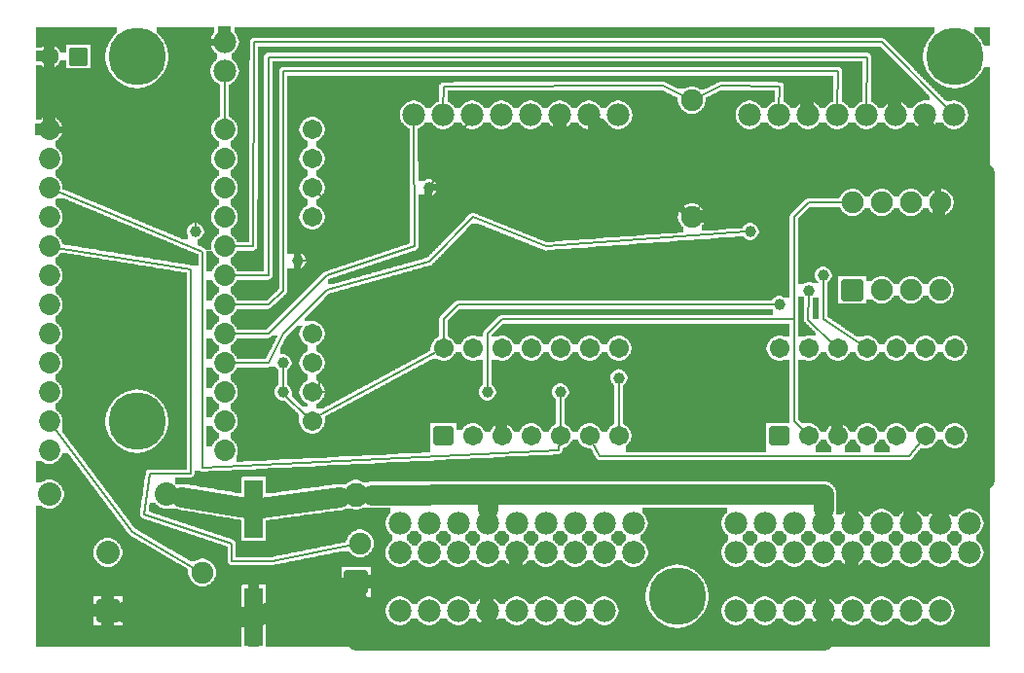
<source format=gtl>
G04 MADE WITH FRITZING*
G04 WWW.FRITZING.ORG*
G04 DOUBLE SIDED*
G04 HOLES PLATED*
G04 CONTOUR ON CENTER OF CONTOUR VECTOR*
%ASAXBY*%
%FSLAX23Y23*%
%MOIN*%
%OFA0B0*%
%SFA1.0B1.0*%
%ADD10C,0.075000*%
%ADD11C,0.080000*%
%ADD12C,0.039370*%
%ADD13C,0.075433*%
%ADD14C,0.078000*%
%ADD15C,0.072892*%
%ADD16C,0.067559*%
%ADD17C,0.196851*%
%ADD18C,0.082000*%
%ADD19C,0.079370*%
%ADD20C,0.062992*%
%ADD21C,0.024000*%
%ADD22C,0.070000*%
%ADD23C,0.008000*%
%ADD24C,0.020000*%
%ADD25C,0.015748*%
%LNCOPPER1*%
G90*
G70*
G54D10*
X2982Y1974D03*
X548Y2098D03*
X183Y1485D03*
X1100Y1837D03*
X1386Y962D03*
X1431Y1740D03*
X2836Y1263D03*
X2836Y1563D03*
X2936Y1263D03*
X2936Y1563D03*
X3036Y1263D03*
X3036Y1563D03*
X3136Y1263D03*
X3136Y1563D03*
G54D11*
X286Y163D03*
X286Y363D03*
G54D12*
X2036Y962D03*
X1836Y913D03*
X1586Y913D03*
X2586Y1213D03*
X2736Y1313D03*
X2688Y1262D03*
X2486Y1463D03*
X1386Y1613D03*
X886Y1013D03*
X886Y913D03*
X586Y1463D03*
X936Y1363D03*
G54D13*
X1150Y395D03*
X610Y295D03*
G54D14*
X686Y2013D03*
X686Y2113D03*
G54D15*
X86Y1813D03*
X86Y1713D03*
X86Y1613D03*
X86Y1513D03*
X86Y1413D03*
X686Y913D03*
X686Y1013D03*
X686Y1113D03*
X86Y1313D03*
X86Y813D03*
X86Y713D03*
X86Y1213D03*
X86Y1113D03*
X86Y1013D03*
X86Y913D03*
X686Y713D03*
X686Y813D03*
X686Y1713D03*
X686Y1613D03*
X686Y1513D03*
X686Y1413D03*
X686Y1313D03*
X686Y1213D03*
X686Y1813D03*
G54D16*
X1436Y763D03*
X1436Y1063D03*
X1536Y763D03*
X1536Y1063D03*
X1636Y763D03*
X1636Y1063D03*
X1736Y763D03*
X1736Y1063D03*
X1836Y763D03*
X1836Y1063D03*
X1936Y763D03*
X1936Y1063D03*
X2036Y763D03*
X2036Y1063D03*
X2586Y763D03*
X2586Y1063D03*
X2686Y763D03*
X2686Y1063D03*
X2786Y763D03*
X2786Y1063D03*
X2886Y763D03*
X2886Y1063D03*
X2986Y763D03*
X2986Y1063D03*
X3086Y763D03*
X3086Y1063D03*
X3186Y763D03*
X3186Y1063D03*
G54D17*
X3186Y2063D03*
X2236Y213D03*
X386Y813D03*
X386Y2063D03*
G54D14*
X3136Y163D03*
X3036Y163D03*
X2936Y163D03*
X2836Y163D03*
X2736Y163D03*
X2636Y163D03*
X2536Y163D03*
X2436Y163D03*
X1986Y163D03*
X1886Y163D03*
X1786Y163D03*
X1686Y163D03*
X1586Y163D03*
X1486Y163D03*
X1386Y163D03*
X1286Y163D03*
G54D16*
X986Y1113D03*
X986Y1013D03*
X986Y913D03*
X986Y813D03*
X986Y1813D03*
X986Y1713D03*
X986Y1613D03*
X986Y1513D03*
G54D18*
X1136Y263D03*
X1136Y561D03*
G54D11*
X86Y563D03*
X486Y563D03*
G54D14*
X2034Y1863D03*
X1934Y1863D03*
X1834Y1863D03*
X1734Y1863D03*
X1634Y1863D03*
X1534Y1863D03*
X1434Y1863D03*
X1334Y1863D03*
X3184Y1863D03*
X3084Y1863D03*
X2984Y1863D03*
X2884Y1863D03*
X2784Y1863D03*
X2684Y1863D03*
X2584Y1863D03*
X2484Y1863D03*
G54D19*
X2086Y363D03*
X1986Y363D03*
X1886Y363D03*
X1786Y363D03*
X1686Y363D03*
X1586Y363D03*
X1486Y363D03*
X1386Y363D03*
X1286Y363D03*
G54D14*
X2086Y463D03*
X1986Y463D03*
X1886Y463D03*
X1786Y463D03*
X1686Y463D03*
X1586Y463D03*
X1486Y463D03*
X1386Y463D03*
X1286Y463D03*
X3236Y363D03*
X3136Y363D03*
X3036Y363D03*
X2936Y363D03*
X2836Y363D03*
X2736Y363D03*
X2636Y363D03*
X2536Y363D03*
X2436Y363D03*
X3236Y463D03*
X3136Y463D03*
X3036Y463D03*
X2936Y463D03*
X2836Y463D03*
X2736Y463D03*
X2636Y463D03*
X2536Y463D03*
X2436Y463D03*
G54D10*
X2286Y1913D03*
X2286Y1513D03*
G54D20*
X185Y2063D03*
X86Y2063D03*
G54D21*
X3089Y1834D02*
X3131Y1592D01*
G54D22*
D02*
X3136Y563D02*
X3136Y516D01*
D02*
X3286Y613D02*
X3136Y563D01*
D02*
X3286Y1663D02*
X3286Y613D01*
D02*
X3103Y1705D02*
X3286Y1663D01*
D02*
X812Y152D02*
X1085Y246D01*
D02*
X812Y517D02*
X1082Y554D01*
D02*
X760Y518D02*
X539Y555D01*
D02*
X339Y161D02*
X760Y144D01*
D02*
X1603Y66D02*
X1136Y63D01*
D02*
X1595Y112D02*
X1603Y66D01*
D02*
X1136Y63D02*
X1136Y209D01*
D02*
X2736Y563D02*
X2736Y516D01*
D02*
X1586Y563D02*
X2736Y563D01*
D02*
X1586Y516D02*
X1586Y563D01*
D02*
X1586Y563D02*
X1191Y562D01*
D02*
X2736Y63D02*
X2736Y111D01*
D02*
X1603Y66D02*
X2736Y63D01*
G54D23*
D02*
X1836Y900D02*
X1836Y783D01*
D02*
X2036Y783D02*
X2036Y949D01*
D02*
X1636Y1163D02*
X1586Y1113D01*
D02*
X2686Y1563D02*
X2813Y1563D01*
D02*
X2636Y1513D02*
X2686Y1563D01*
D02*
X1586Y1113D02*
X1586Y927D01*
D02*
X2636Y1163D02*
X1636Y1163D01*
D02*
X2636Y813D02*
X2636Y1163D01*
D02*
X2673Y777D02*
X2636Y813D01*
D02*
X2636Y1163D02*
X2636Y1513D01*
D02*
X1486Y1213D02*
X1436Y1163D01*
D02*
X1436Y1163D02*
X1436Y1083D01*
D02*
X2573Y1213D02*
X1486Y1213D01*
D02*
X2685Y1162D02*
X2772Y1077D01*
D02*
X2936Y2113D02*
X787Y2113D01*
D02*
X787Y2113D02*
X784Y1413D01*
D02*
X3167Y1881D02*
X2936Y2113D01*
D02*
X784Y1413D02*
X711Y1413D01*
D02*
X2688Y1248D02*
X2685Y1162D01*
D02*
X2736Y1165D02*
X2870Y1074D01*
D02*
X2736Y1300D02*
X2736Y1165D01*
D02*
X2386Y1963D02*
X2307Y1924D01*
D02*
X2186Y1963D02*
X2266Y1924D01*
D02*
X2887Y2062D02*
X2885Y1888D01*
D02*
X711Y1313D02*
X836Y1313D01*
D02*
X836Y2062D02*
X2887Y2062D01*
D02*
X836Y1313D02*
X836Y2062D01*
G54D21*
D02*
X2040Y1710D02*
X2264Y1531D01*
G54D23*
D02*
X2585Y1888D02*
X2588Y1962D01*
D02*
X2588Y1962D02*
X2386Y1963D01*
D02*
X1435Y1888D02*
X1436Y1962D01*
D02*
X1436Y1962D02*
X2186Y1963D01*
D02*
X1036Y1263D02*
X1388Y1362D01*
D02*
X1036Y1313D02*
X1336Y1413D01*
D02*
X1786Y1413D02*
X2473Y1463D01*
G54D21*
D02*
X536Y2113D02*
X536Y1813D01*
D02*
X536Y1813D02*
X117Y1813D01*
D02*
X656Y2113D02*
X536Y2113D01*
G54D23*
D02*
X836Y1013D02*
X887Y1113D01*
D02*
X988Y1213D02*
X1036Y1263D01*
D02*
X888Y1262D02*
X887Y2013D01*
D02*
X887Y1113D02*
X988Y1213D01*
D02*
X1388Y1362D02*
X1536Y1513D01*
D02*
X1536Y1513D02*
X1786Y1413D01*
D02*
X711Y1013D02*
X836Y1013D01*
D02*
X1336Y1413D02*
X1334Y1839D01*
D02*
X985Y1262D02*
X1036Y1313D01*
D02*
X711Y1113D02*
X836Y1113D01*
D02*
X836Y1113D02*
X985Y1262D01*
D02*
X836Y1213D02*
X888Y1262D01*
D02*
X887Y2013D02*
X2787Y2013D01*
D02*
X711Y1213D02*
X836Y1213D01*
D02*
X2787Y2013D02*
X2785Y1888D01*
D02*
X886Y1000D02*
X886Y927D01*
D02*
X1522Y1842D02*
X1393Y1625D01*
D02*
X1187Y1013D02*
X1186Y1213D01*
D02*
X1087Y913D02*
X1187Y1013D01*
D02*
X1006Y913D02*
X1087Y913D01*
D02*
X1086Y1513D02*
X1000Y1600D01*
D02*
X1086Y1363D02*
X1086Y1513D01*
D02*
X950Y1363D02*
X1086Y1363D01*
D02*
X586Y2113D02*
X586Y1477D01*
D02*
X662Y2113D02*
X586Y2113D01*
D02*
X972Y827D02*
X895Y900D01*
D02*
X895Y900D02*
X893Y902D01*
D02*
X1834Y744D02*
X1830Y715D01*
X1830Y715D02*
X610Y655D01*
D02*
X610Y1395D02*
X109Y1604D01*
D02*
X610Y655D02*
X610Y1395D01*
D02*
X1970Y695D02*
X1945Y746D01*
D02*
X3030Y695D02*
X1970Y695D01*
D02*
X3074Y748D02*
X3030Y695D01*
D02*
X430Y635D02*
X410Y495D01*
D02*
X570Y635D02*
X430Y635D01*
D02*
X570Y1335D02*
X570Y635D01*
D02*
X111Y1409D02*
X570Y1335D01*
D02*
X410Y495D02*
X710Y395D01*
D02*
X850Y335D02*
X1127Y390D01*
D02*
X710Y335D02*
X850Y335D01*
D02*
X710Y395D02*
X710Y335D01*
D02*
X101Y794D02*
X370Y435D01*
D02*
X370Y435D02*
X590Y306D01*
D02*
X686Y1989D02*
X686Y1838D01*
D02*
X1010Y835D02*
X1001Y826D01*
D02*
X1419Y1054D02*
X1010Y835D01*
D02*
X2300Y1532D02*
X2330Y1575D01*
D02*
X2536Y1363D02*
X1136Y1263D01*
D02*
X2530Y1575D02*
X2536Y1363D01*
D02*
X2330Y1575D02*
X2530Y1575D01*
D02*
X1136Y1263D02*
X1050Y955D01*
D02*
X1010Y935D02*
X1001Y926D01*
D02*
X1010Y955D02*
X1010Y935D01*
D02*
X1050Y955D02*
X1010Y955D01*
G54D22*
D02*
X3103Y1705D02*
X2040Y1710D01*
D02*
X2040Y1710D02*
X1964Y1820D01*
D02*
X3090Y1811D02*
X3103Y1705D01*
G36*
X3254Y2165D02*
X3254Y2145D01*
X3256Y2145D01*
X3256Y2143D01*
X3258Y2143D01*
X3258Y2141D01*
X3260Y2141D01*
X3260Y2139D01*
X3262Y2139D01*
X3262Y2137D01*
X3264Y2137D01*
X3264Y2135D01*
X3266Y2135D01*
X3266Y2133D01*
X3268Y2133D01*
X3268Y2131D01*
X3270Y2131D01*
X3270Y2127D01*
X3272Y2127D01*
X3272Y2125D01*
X3274Y2125D01*
X3274Y2123D01*
X3276Y2123D01*
X3276Y2119D01*
X3278Y2119D01*
X3278Y2117D01*
X3280Y2117D01*
X3280Y2113D01*
X3282Y2113D01*
X3282Y2109D01*
X3284Y2109D01*
X3284Y2105D01*
X3286Y2105D01*
X3286Y2101D01*
X3306Y2101D01*
X3306Y2165D01*
X3254Y2165D01*
G37*
D02*
G36*
X802Y2099D02*
X802Y2077D01*
X2892Y2077D01*
X2892Y2075D01*
X2896Y2075D01*
X2896Y2073D01*
X2898Y2073D01*
X2898Y2069D01*
X2900Y2069D01*
X2900Y2065D01*
X2902Y2065D01*
X2902Y2043D01*
X2900Y2043D01*
X2900Y1913D01*
X2992Y1913D01*
X2992Y1911D01*
X2998Y1911D01*
X2998Y1909D01*
X3004Y1909D01*
X3004Y1907D01*
X3006Y1907D01*
X3006Y1905D01*
X3010Y1905D01*
X3010Y1903D01*
X3012Y1903D01*
X3012Y1901D01*
X3014Y1901D01*
X3014Y1899D01*
X3018Y1899D01*
X3018Y1897D01*
X3020Y1897D01*
X3020Y1893D01*
X3022Y1893D01*
X3022Y1891D01*
X3024Y1891D01*
X3024Y1889D01*
X3044Y1889D01*
X3044Y1891D01*
X3046Y1891D01*
X3046Y1893D01*
X3048Y1893D01*
X3048Y1895D01*
X3050Y1895D01*
X3050Y1897D01*
X3052Y1897D01*
X3052Y1899D01*
X3054Y1899D01*
X3054Y1901D01*
X3056Y1901D01*
X3056Y1903D01*
X3058Y1903D01*
X3058Y1905D01*
X3062Y1905D01*
X3062Y1907D01*
X3066Y1907D01*
X3066Y1909D01*
X3070Y1909D01*
X3070Y1911D01*
X3078Y1911D01*
X3078Y1913D01*
X3100Y1913D01*
X3100Y1929D01*
X3098Y1929D01*
X3098Y1931D01*
X3096Y1931D01*
X3096Y1933D01*
X3094Y1933D01*
X3094Y1935D01*
X3092Y1935D01*
X3092Y1937D01*
X3090Y1937D01*
X3090Y1939D01*
X3088Y1939D01*
X3088Y1941D01*
X3086Y1941D01*
X3086Y1943D01*
X3084Y1943D01*
X3084Y1945D01*
X3082Y1945D01*
X3082Y1947D01*
X3080Y1947D01*
X3080Y1951D01*
X3078Y1951D01*
X3078Y1953D01*
X3076Y1953D01*
X3076Y1955D01*
X3074Y1955D01*
X3074Y1957D01*
X3072Y1957D01*
X3072Y1959D01*
X3070Y1959D01*
X3070Y1961D01*
X3068Y1961D01*
X3068Y1963D01*
X3066Y1963D01*
X3066Y1965D01*
X3064Y1965D01*
X3064Y1967D01*
X3062Y1967D01*
X3062Y1969D01*
X3060Y1969D01*
X3060Y1971D01*
X3058Y1971D01*
X3058Y1973D01*
X3056Y1973D01*
X3056Y1975D01*
X3054Y1975D01*
X3054Y1977D01*
X3052Y1977D01*
X3052Y1979D01*
X3050Y1979D01*
X3050Y1981D01*
X3048Y1981D01*
X3048Y1983D01*
X3046Y1983D01*
X3046Y1985D01*
X3044Y1985D01*
X3044Y1987D01*
X3042Y1987D01*
X3042Y1989D01*
X3040Y1989D01*
X3040Y1991D01*
X3038Y1991D01*
X3038Y1993D01*
X3036Y1993D01*
X3036Y1995D01*
X3034Y1995D01*
X3034Y1997D01*
X3032Y1997D01*
X3032Y1999D01*
X3030Y1999D01*
X3030Y2001D01*
X3028Y2001D01*
X3028Y2003D01*
X3026Y2003D01*
X3026Y2005D01*
X3024Y2005D01*
X3024Y2007D01*
X3022Y2007D01*
X3022Y2009D01*
X3020Y2009D01*
X3020Y2011D01*
X3018Y2011D01*
X3018Y2013D01*
X3016Y2013D01*
X3016Y2015D01*
X3014Y2015D01*
X3014Y2017D01*
X3012Y2017D01*
X3012Y2019D01*
X3010Y2019D01*
X3010Y2021D01*
X3008Y2021D01*
X3008Y2023D01*
X3006Y2023D01*
X3006Y2025D01*
X3004Y2025D01*
X3004Y2027D01*
X3002Y2027D01*
X3002Y2029D01*
X3000Y2029D01*
X3000Y2031D01*
X2998Y2031D01*
X2998Y2033D01*
X2996Y2033D01*
X2996Y2035D01*
X2994Y2035D01*
X2994Y2037D01*
X2992Y2037D01*
X2992Y2039D01*
X2990Y2039D01*
X2990Y2041D01*
X2988Y2041D01*
X2988Y2043D01*
X2986Y2043D01*
X2986Y2045D01*
X2984Y2045D01*
X2984Y2047D01*
X2982Y2047D01*
X2982Y2049D01*
X2980Y2049D01*
X2980Y2051D01*
X2978Y2051D01*
X2978Y2053D01*
X2976Y2053D01*
X2976Y2055D01*
X2974Y2055D01*
X2974Y2057D01*
X2972Y2057D01*
X2972Y2059D01*
X2970Y2059D01*
X2970Y2061D01*
X2968Y2061D01*
X2968Y2063D01*
X2966Y2063D01*
X2966Y2065D01*
X2964Y2065D01*
X2964Y2067D01*
X2962Y2067D01*
X2962Y2069D01*
X2960Y2069D01*
X2960Y2071D01*
X2958Y2071D01*
X2958Y2073D01*
X2956Y2073D01*
X2956Y2075D01*
X2954Y2075D01*
X2954Y2077D01*
X2952Y2077D01*
X2952Y2079D01*
X2950Y2079D01*
X2950Y2081D01*
X2948Y2081D01*
X2948Y2083D01*
X2946Y2083D01*
X2946Y2085D01*
X2944Y2085D01*
X2944Y2087D01*
X2942Y2087D01*
X2942Y2089D01*
X2940Y2089D01*
X2940Y2091D01*
X2938Y2091D01*
X2938Y2093D01*
X2936Y2093D01*
X2936Y2095D01*
X2934Y2095D01*
X2934Y2097D01*
X2932Y2097D01*
X2932Y2099D01*
X802Y2099D01*
G37*
D02*
G36*
X802Y2077D02*
X802Y2047D01*
X800Y2047D01*
X800Y1575D01*
X798Y1575D01*
X798Y1409D01*
X796Y1409D01*
X796Y1405D01*
X794Y1405D01*
X794Y1403D01*
X792Y1403D01*
X792Y1401D01*
X786Y1401D01*
X786Y1399D01*
X730Y1399D01*
X730Y1397D01*
X728Y1397D01*
X728Y1395D01*
X726Y1395D01*
X726Y1391D01*
X724Y1391D01*
X724Y1387D01*
X722Y1387D01*
X722Y1385D01*
X720Y1385D01*
X720Y1383D01*
X718Y1383D01*
X718Y1381D01*
X716Y1381D01*
X716Y1379D01*
X714Y1379D01*
X714Y1377D01*
X712Y1377D01*
X712Y1375D01*
X708Y1375D01*
X708Y1373D01*
X706Y1373D01*
X706Y1353D01*
X710Y1353D01*
X710Y1351D01*
X712Y1351D01*
X712Y1349D01*
X716Y1349D01*
X716Y1347D01*
X718Y1347D01*
X718Y1345D01*
X720Y1345D01*
X720Y1343D01*
X722Y1343D01*
X722Y1339D01*
X724Y1339D01*
X724Y1337D01*
X726Y1337D01*
X726Y1333D01*
X728Y1333D01*
X728Y1329D01*
X730Y1329D01*
X730Y1327D01*
X822Y1327D01*
X822Y2067D01*
X824Y2067D01*
X824Y2071D01*
X826Y2071D01*
X826Y2073D01*
X828Y2073D01*
X828Y2075D01*
X832Y2075D01*
X832Y2077D01*
X802Y2077D01*
G37*
D02*
G36*
X2900Y1913D02*
X2900Y1909D01*
X2904Y1909D01*
X2904Y1907D01*
X2906Y1907D01*
X2906Y1905D01*
X2910Y1905D01*
X2910Y1903D01*
X2912Y1903D01*
X2912Y1901D01*
X2914Y1901D01*
X2914Y1899D01*
X2918Y1899D01*
X2918Y1897D01*
X2920Y1897D01*
X2920Y1893D01*
X2922Y1893D01*
X2922Y1891D01*
X2924Y1891D01*
X2924Y1889D01*
X2944Y1889D01*
X2944Y1891D01*
X2946Y1891D01*
X2946Y1893D01*
X2948Y1893D01*
X2948Y1895D01*
X2950Y1895D01*
X2950Y1897D01*
X2952Y1897D01*
X2952Y1899D01*
X2954Y1899D01*
X2954Y1901D01*
X2956Y1901D01*
X2956Y1903D01*
X2958Y1903D01*
X2958Y1905D01*
X2962Y1905D01*
X2962Y1907D01*
X2966Y1907D01*
X2966Y1909D01*
X2970Y1909D01*
X2970Y1911D01*
X2978Y1911D01*
X2978Y1913D01*
X2900Y1913D01*
G37*
D02*
G36*
X850Y2049D02*
X850Y2027D01*
X2794Y2027D01*
X2794Y2025D01*
X2796Y2025D01*
X2796Y2023D01*
X2798Y2023D01*
X2798Y2021D01*
X2800Y2021D01*
X2800Y2017D01*
X2802Y2017D01*
X2802Y1999D01*
X2800Y1999D01*
X2800Y1909D01*
X2804Y1909D01*
X2804Y1907D01*
X2806Y1907D01*
X2806Y1905D01*
X2810Y1905D01*
X2810Y1903D01*
X2812Y1903D01*
X2812Y1901D01*
X2814Y1901D01*
X2814Y1899D01*
X2818Y1899D01*
X2818Y1897D01*
X2820Y1897D01*
X2820Y1893D01*
X2822Y1893D01*
X2822Y1891D01*
X2824Y1891D01*
X2824Y1889D01*
X2844Y1889D01*
X2844Y1891D01*
X2846Y1891D01*
X2846Y1893D01*
X2848Y1893D01*
X2848Y1895D01*
X2850Y1895D01*
X2850Y1897D01*
X2852Y1897D01*
X2852Y1899D01*
X2854Y1899D01*
X2854Y1901D01*
X2856Y1901D01*
X2856Y1903D01*
X2858Y1903D01*
X2858Y1905D01*
X2862Y1905D01*
X2862Y1907D01*
X2866Y1907D01*
X2866Y1909D01*
X2870Y1909D01*
X2870Y1911D01*
X2872Y1911D01*
X2872Y2049D01*
X850Y2049D01*
G37*
D02*
G36*
X850Y2027D02*
X850Y1309D01*
X848Y1309D01*
X848Y1305D01*
X846Y1305D01*
X846Y1303D01*
X844Y1303D01*
X844Y1301D01*
X838Y1301D01*
X838Y1299D01*
X730Y1299D01*
X730Y1297D01*
X728Y1297D01*
X728Y1295D01*
X726Y1295D01*
X726Y1291D01*
X724Y1291D01*
X724Y1287D01*
X722Y1287D01*
X722Y1285D01*
X720Y1285D01*
X720Y1283D01*
X718Y1283D01*
X718Y1281D01*
X716Y1281D01*
X716Y1279D01*
X714Y1279D01*
X714Y1277D01*
X712Y1277D01*
X712Y1275D01*
X708Y1275D01*
X708Y1273D01*
X706Y1273D01*
X706Y1253D01*
X710Y1253D01*
X710Y1251D01*
X712Y1251D01*
X712Y1249D01*
X716Y1249D01*
X716Y1247D01*
X718Y1247D01*
X718Y1245D01*
X720Y1245D01*
X720Y1243D01*
X722Y1243D01*
X722Y1239D01*
X724Y1239D01*
X724Y1237D01*
X726Y1237D01*
X726Y1233D01*
X728Y1233D01*
X728Y1229D01*
X730Y1229D01*
X730Y1227D01*
X830Y1227D01*
X830Y1229D01*
X834Y1229D01*
X834Y1231D01*
X836Y1231D01*
X836Y1233D01*
X838Y1233D01*
X838Y1235D01*
X840Y1235D01*
X840Y1237D01*
X842Y1237D01*
X842Y1239D01*
X844Y1239D01*
X844Y1241D01*
X846Y1241D01*
X846Y1243D01*
X848Y1243D01*
X848Y1245D01*
X850Y1245D01*
X850Y1247D01*
X852Y1247D01*
X852Y1249D01*
X854Y1249D01*
X854Y1251D01*
X856Y1251D01*
X856Y1253D01*
X858Y1253D01*
X858Y1255D01*
X862Y1255D01*
X862Y1257D01*
X864Y1257D01*
X864Y1259D01*
X866Y1259D01*
X866Y1261D01*
X868Y1261D01*
X868Y1263D01*
X870Y1263D01*
X870Y1265D01*
X872Y1265D01*
X872Y1267D01*
X874Y1267D01*
X874Y2021D01*
X876Y2021D01*
X876Y2023D01*
X878Y2023D01*
X878Y2025D01*
X880Y2025D01*
X880Y2027D01*
X850Y2027D01*
G37*
D02*
G36*
X40Y2165D02*
X40Y2105D01*
X226Y2105D01*
X226Y2023D01*
X286Y2023D01*
X286Y2027D01*
X284Y2027D01*
X284Y2033D01*
X282Y2033D01*
X282Y2039D01*
X280Y2039D01*
X280Y2049D01*
X278Y2049D01*
X278Y2079D01*
X280Y2079D01*
X280Y2087D01*
X282Y2087D01*
X282Y2095D01*
X284Y2095D01*
X284Y2099D01*
X286Y2099D01*
X286Y2105D01*
X288Y2105D01*
X288Y2109D01*
X290Y2109D01*
X290Y2113D01*
X292Y2113D01*
X292Y2115D01*
X294Y2115D01*
X294Y2119D01*
X296Y2119D01*
X296Y2123D01*
X298Y2123D01*
X298Y2125D01*
X300Y2125D01*
X300Y2127D01*
X302Y2127D01*
X302Y2129D01*
X304Y2129D01*
X304Y2133D01*
X306Y2133D01*
X306Y2135D01*
X308Y2135D01*
X308Y2137D01*
X310Y2137D01*
X310Y2139D01*
X312Y2139D01*
X312Y2141D01*
X314Y2141D01*
X314Y2143D01*
X316Y2143D01*
X316Y2145D01*
X318Y2145D01*
X318Y2165D01*
X40Y2165D01*
G37*
D02*
G36*
X454Y2165D02*
X454Y2145D01*
X456Y2145D01*
X456Y2143D01*
X458Y2143D01*
X458Y2141D01*
X460Y2141D01*
X460Y2139D01*
X462Y2139D01*
X462Y2137D01*
X464Y2137D01*
X464Y2135D01*
X466Y2135D01*
X466Y2133D01*
X468Y2133D01*
X468Y2131D01*
X470Y2131D01*
X470Y2127D01*
X472Y2127D01*
X472Y2125D01*
X474Y2125D01*
X474Y2123D01*
X476Y2123D01*
X476Y2119D01*
X478Y2119D01*
X478Y2117D01*
X480Y2117D01*
X480Y2113D01*
X482Y2113D01*
X482Y2109D01*
X484Y2109D01*
X484Y2105D01*
X486Y2105D01*
X486Y2101D01*
X488Y2101D01*
X488Y2095D01*
X490Y2095D01*
X490Y2089D01*
X492Y2089D01*
X492Y2079D01*
X494Y2079D01*
X494Y2047D01*
X492Y2047D01*
X492Y2039D01*
X490Y2039D01*
X490Y2033D01*
X488Y2033D01*
X488Y2027D01*
X486Y2027D01*
X486Y2023D01*
X484Y2023D01*
X484Y2019D01*
X482Y2019D01*
X482Y2015D01*
X480Y2015D01*
X480Y2011D01*
X478Y2011D01*
X478Y2009D01*
X476Y2009D01*
X476Y2005D01*
X474Y2005D01*
X474Y2003D01*
X472Y2003D01*
X472Y1999D01*
X470Y1999D01*
X470Y1997D01*
X468Y1997D01*
X468Y1995D01*
X466Y1995D01*
X466Y1993D01*
X464Y1993D01*
X464Y1991D01*
X462Y1991D01*
X462Y1989D01*
X460Y1989D01*
X460Y1987D01*
X458Y1987D01*
X458Y1985D01*
X456Y1985D01*
X456Y1983D01*
X454Y1983D01*
X454Y1981D01*
X452Y1981D01*
X452Y1979D01*
X448Y1979D01*
X448Y1977D01*
X446Y1977D01*
X446Y1975D01*
X444Y1975D01*
X444Y1973D01*
X440Y1973D01*
X440Y1971D01*
X438Y1971D01*
X438Y1969D01*
X434Y1969D01*
X434Y1967D01*
X430Y1967D01*
X430Y1965D01*
X426Y1965D01*
X426Y1963D01*
X420Y1963D01*
X420Y1961D01*
X414Y1961D01*
X414Y1959D01*
X408Y1959D01*
X408Y1957D01*
X396Y1957D01*
X396Y1955D01*
X672Y1955D01*
X672Y1969D01*
X666Y1969D01*
X666Y1971D01*
X664Y1971D01*
X664Y1973D01*
X660Y1973D01*
X660Y1975D01*
X658Y1975D01*
X658Y1977D01*
X656Y1977D01*
X656Y1979D01*
X652Y1979D01*
X652Y1981D01*
X650Y1981D01*
X650Y1985D01*
X648Y1985D01*
X648Y1987D01*
X646Y1987D01*
X646Y1989D01*
X644Y1989D01*
X644Y1993D01*
X642Y1993D01*
X642Y1997D01*
X640Y1997D01*
X640Y2003D01*
X638Y2003D01*
X638Y2025D01*
X640Y2025D01*
X640Y2031D01*
X642Y2031D01*
X642Y2035D01*
X644Y2035D01*
X644Y2037D01*
X646Y2037D01*
X646Y2041D01*
X648Y2041D01*
X648Y2043D01*
X650Y2043D01*
X650Y2045D01*
X652Y2045D01*
X652Y2047D01*
X654Y2047D01*
X654Y2049D01*
X656Y2049D01*
X656Y2051D01*
X658Y2051D01*
X658Y2053D01*
X660Y2053D01*
X660Y2075D01*
X658Y2075D01*
X658Y2077D01*
X656Y2077D01*
X656Y2079D01*
X652Y2079D01*
X652Y2081D01*
X650Y2081D01*
X650Y2085D01*
X648Y2085D01*
X648Y2087D01*
X646Y2087D01*
X646Y2089D01*
X644Y2089D01*
X644Y2093D01*
X642Y2093D01*
X642Y2097D01*
X640Y2097D01*
X640Y2103D01*
X638Y2103D01*
X638Y2125D01*
X640Y2125D01*
X640Y2131D01*
X642Y2131D01*
X642Y2135D01*
X644Y2135D01*
X644Y2137D01*
X646Y2137D01*
X646Y2141D01*
X648Y2141D01*
X648Y2143D01*
X650Y2143D01*
X650Y2145D01*
X652Y2145D01*
X652Y2165D01*
X454Y2165D01*
G37*
D02*
G36*
X40Y2105D02*
X40Y2093D01*
X60Y2093D01*
X60Y2095D01*
X62Y2095D01*
X62Y2097D01*
X64Y2097D01*
X64Y2099D01*
X68Y2099D01*
X68Y2101D01*
X72Y2101D01*
X72Y2103D01*
X78Y2103D01*
X78Y2105D01*
X40Y2105D01*
G37*
D02*
G36*
X94Y2105D02*
X94Y2103D01*
X100Y2103D01*
X100Y2101D01*
X104Y2101D01*
X104Y2099D01*
X108Y2099D01*
X108Y2097D01*
X110Y2097D01*
X110Y2095D01*
X112Y2095D01*
X112Y2093D01*
X114Y2093D01*
X114Y2091D01*
X116Y2091D01*
X116Y2089D01*
X118Y2089D01*
X118Y2087D01*
X120Y2087D01*
X120Y2085D01*
X122Y2085D01*
X122Y2081D01*
X124Y2081D01*
X124Y2077D01*
X144Y2077D01*
X144Y2105D01*
X94Y2105D01*
G37*
D02*
G36*
X124Y2051D02*
X124Y2047D01*
X122Y2047D01*
X122Y2043D01*
X120Y2043D01*
X120Y2041D01*
X118Y2041D01*
X118Y2039D01*
X116Y2039D01*
X116Y2035D01*
X114Y2035D01*
X114Y2033D01*
X110Y2033D01*
X110Y2031D01*
X108Y2031D01*
X108Y2029D01*
X104Y2029D01*
X104Y2027D01*
X102Y2027D01*
X102Y2025D01*
X96Y2025D01*
X96Y2023D01*
X144Y2023D01*
X144Y2051D01*
X124Y2051D01*
G37*
D02*
G36*
X40Y2035D02*
X40Y2023D01*
X76Y2023D01*
X76Y2025D01*
X70Y2025D01*
X70Y2027D01*
X68Y2027D01*
X68Y2029D01*
X64Y2029D01*
X64Y2031D01*
X62Y2031D01*
X62Y2033D01*
X60Y2033D01*
X60Y2035D01*
X40Y2035D01*
G37*
D02*
G36*
X40Y2023D02*
X40Y2021D01*
X288Y2021D01*
X288Y2023D01*
X40Y2023D01*
G37*
D02*
G36*
X40Y2023D02*
X40Y2021D01*
X288Y2021D01*
X288Y2023D01*
X40Y2023D01*
G37*
D02*
G36*
X40Y2023D02*
X40Y2021D01*
X288Y2021D01*
X288Y2023D01*
X40Y2023D01*
G37*
D02*
G36*
X40Y2021D02*
X40Y1955D01*
X376Y1955D01*
X376Y1957D01*
X364Y1957D01*
X364Y1959D01*
X358Y1959D01*
X358Y1961D01*
X352Y1961D01*
X352Y1963D01*
X346Y1963D01*
X346Y1965D01*
X342Y1965D01*
X342Y1967D01*
X338Y1967D01*
X338Y1969D01*
X336Y1969D01*
X336Y1971D01*
X332Y1971D01*
X332Y1973D01*
X328Y1973D01*
X328Y1975D01*
X326Y1975D01*
X326Y1977D01*
X324Y1977D01*
X324Y1979D01*
X320Y1979D01*
X320Y1981D01*
X318Y1981D01*
X318Y1983D01*
X316Y1983D01*
X316Y1985D01*
X314Y1985D01*
X314Y1987D01*
X312Y1987D01*
X312Y1989D01*
X310Y1989D01*
X310Y1991D01*
X308Y1991D01*
X308Y1993D01*
X306Y1993D01*
X306Y1995D01*
X304Y1995D01*
X304Y1997D01*
X302Y1997D01*
X302Y2001D01*
X300Y2001D01*
X300Y2003D01*
X298Y2003D01*
X298Y2005D01*
X296Y2005D01*
X296Y2009D01*
X294Y2009D01*
X294Y2011D01*
X292Y2011D01*
X292Y2015D01*
X290Y2015D01*
X290Y2019D01*
X288Y2019D01*
X288Y2021D01*
X40Y2021D01*
G37*
D02*
G36*
X40Y1955D02*
X40Y1953D01*
X672Y1953D01*
X672Y1955D01*
X40Y1955D01*
G37*
D02*
G36*
X40Y1955D02*
X40Y1953D01*
X672Y1953D01*
X672Y1955D01*
X40Y1955D01*
G37*
D02*
G36*
X40Y1953D02*
X40Y1861D01*
X90Y1861D01*
X90Y1859D01*
X98Y1859D01*
X98Y1857D01*
X104Y1857D01*
X104Y1855D01*
X106Y1855D01*
X106Y1853D01*
X110Y1853D01*
X110Y1851D01*
X112Y1851D01*
X112Y1849D01*
X116Y1849D01*
X116Y1847D01*
X118Y1847D01*
X118Y1845D01*
X120Y1845D01*
X120Y1843D01*
X122Y1843D01*
X122Y1839D01*
X124Y1839D01*
X124Y1837D01*
X126Y1837D01*
X126Y1833D01*
X128Y1833D01*
X128Y1829D01*
X130Y1829D01*
X130Y1825D01*
X132Y1825D01*
X132Y1803D01*
X130Y1803D01*
X130Y1797D01*
X128Y1797D01*
X128Y1795D01*
X126Y1795D01*
X126Y1791D01*
X124Y1791D01*
X124Y1787D01*
X122Y1787D01*
X122Y1785D01*
X120Y1785D01*
X120Y1783D01*
X118Y1783D01*
X118Y1781D01*
X116Y1781D01*
X116Y1779D01*
X114Y1779D01*
X114Y1777D01*
X112Y1777D01*
X112Y1775D01*
X108Y1775D01*
X108Y1773D01*
X106Y1773D01*
X106Y1753D01*
X110Y1753D01*
X110Y1751D01*
X112Y1751D01*
X112Y1749D01*
X116Y1749D01*
X116Y1747D01*
X118Y1747D01*
X118Y1745D01*
X120Y1745D01*
X120Y1743D01*
X122Y1743D01*
X122Y1739D01*
X124Y1739D01*
X124Y1737D01*
X126Y1737D01*
X126Y1733D01*
X128Y1733D01*
X128Y1729D01*
X130Y1729D01*
X130Y1725D01*
X132Y1725D01*
X132Y1703D01*
X130Y1703D01*
X130Y1697D01*
X128Y1697D01*
X128Y1695D01*
X126Y1695D01*
X126Y1691D01*
X124Y1691D01*
X124Y1687D01*
X122Y1687D01*
X122Y1685D01*
X120Y1685D01*
X120Y1683D01*
X118Y1683D01*
X118Y1681D01*
X116Y1681D01*
X116Y1679D01*
X114Y1679D01*
X114Y1677D01*
X112Y1677D01*
X112Y1675D01*
X108Y1675D01*
X108Y1673D01*
X106Y1673D01*
X106Y1653D01*
X110Y1653D01*
X110Y1651D01*
X112Y1651D01*
X112Y1649D01*
X116Y1649D01*
X116Y1647D01*
X118Y1647D01*
X118Y1645D01*
X120Y1645D01*
X120Y1643D01*
X122Y1643D01*
X122Y1639D01*
X124Y1639D01*
X124Y1637D01*
X126Y1637D01*
X126Y1633D01*
X128Y1633D01*
X128Y1629D01*
X130Y1629D01*
X130Y1625D01*
X132Y1625D01*
X132Y1609D01*
X136Y1609D01*
X136Y1607D01*
X142Y1607D01*
X142Y1605D01*
X146Y1605D01*
X146Y1603D01*
X150Y1603D01*
X150Y1601D01*
X156Y1601D01*
X156Y1599D01*
X160Y1599D01*
X160Y1597D01*
X166Y1597D01*
X166Y1595D01*
X170Y1595D01*
X170Y1593D01*
X174Y1593D01*
X174Y1591D01*
X180Y1591D01*
X180Y1589D01*
X184Y1589D01*
X184Y1587D01*
X190Y1587D01*
X190Y1585D01*
X194Y1585D01*
X194Y1583D01*
X198Y1583D01*
X198Y1581D01*
X204Y1581D01*
X204Y1579D01*
X208Y1579D01*
X208Y1577D01*
X212Y1577D01*
X212Y1575D01*
X218Y1575D01*
X218Y1573D01*
X222Y1573D01*
X222Y1571D01*
X228Y1571D01*
X228Y1569D01*
X232Y1569D01*
X232Y1567D01*
X236Y1567D01*
X236Y1565D01*
X242Y1565D01*
X242Y1563D01*
X246Y1563D01*
X246Y1561D01*
X252Y1561D01*
X252Y1559D01*
X256Y1559D01*
X256Y1557D01*
X260Y1557D01*
X260Y1555D01*
X266Y1555D01*
X266Y1553D01*
X270Y1553D01*
X270Y1551D01*
X276Y1551D01*
X276Y1549D01*
X280Y1549D01*
X280Y1547D01*
X284Y1547D01*
X284Y1545D01*
X290Y1545D01*
X290Y1543D01*
X294Y1543D01*
X294Y1541D01*
X300Y1541D01*
X300Y1539D01*
X304Y1539D01*
X304Y1537D01*
X308Y1537D01*
X308Y1535D01*
X314Y1535D01*
X314Y1533D01*
X318Y1533D01*
X318Y1531D01*
X324Y1531D01*
X324Y1529D01*
X328Y1529D01*
X328Y1527D01*
X332Y1527D01*
X332Y1525D01*
X338Y1525D01*
X338Y1523D01*
X342Y1523D01*
X342Y1521D01*
X348Y1521D01*
X348Y1519D01*
X352Y1519D01*
X352Y1517D01*
X356Y1517D01*
X356Y1515D01*
X362Y1515D01*
X362Y1513D01*
X366Y1513D01*
X366Y1511D01*
X372Y1511D01*
X372Y1509D01*
X376Y1509D01*
X376Y1507D01*
X380Y1507D01*
X380Y1505D01*
X386Y1505D01*
X386Y1503D01*
X390Y1503D01*
X390Y1501D01*
X394Y1501D01*
X394Y1499D01*
X400Y1499D01*
X400Y1497D01*
X404Y1497D01*
X404Y1495D01*
X410Y1495D01*
X410Y1493D01*
X594Y1493D01*
X594Y1491D01*
X598Y1491D01*
X598Y1489D01*
X602Y1489D01*
X602Y1487D01*
X604Y1487D01*
X604Y1485D01*
X606Y1485D01*
X606Y1483D01*
X608Y1483D01*
X608Y1481D01*
X610Y1481D01*
X610Y1479D01*
X612Y1479D01*
X612Y1475D01*
X614Y1475D01*
X614Y1469D01*
X616Y1469D01*
X616Y1459D01*
X614Y1459D01*
X614Y1453D01*
X612Y1453D01*
X612Y1449D01*
X610Y1449D01*
X610Y1447D01*
X608Y1447D01*
X608Y1445D01*
X606Y1445D01*
X606Y1443D01*
X604Y1443D01*
X604Y1441D01*
X602Y1441D01*
X602Y1439D01*
X598Y1439D01*
X598Y1437D01*
X594Y1437D01*
X594Y1417D01*
X596Y1417D01*
X596Y1415D01*
X600Y1415D01*
X600Y1413D01*
X606Y1413D01*
X606Y1411D01*
X610Y1411D01*
X610Y1409D01*
X616Y1409D01*
X616Y1407D01*
X618Y1407D01*
X618Y1405D01*
X620Y1405D01*
X620Y1403D01*
X622Y1403D01*
X622Y1401D01*
X642Y1401D01*
X642Y1405D01*
X640Y1405D01*
X640Y1423D01*
X642Y1423D01*
X642Y1429D01*
X644Y1429D01*
X644Y1433D01*
X646Y1433D01*
X646Y1437D01*
X648Y1437D01*
X648Y1439D01*
X650Y1439D01*
X650Y1441D01*
X652Y1441D01*
X652Y1445D01*
X654Y1445D01*
X654Y1447D01*
X658Y1447D01*
X658Y1449D01*
X660Y1449D01*
X660Y1451D01*
X662Y1451D01*
X662Y1453D01*
X666Y1453D01*
X666Y1473D01*
X664Y1473D01*
X664Y1475D01*
X662Y1475D01*
X662Y1477D01*
X658Y1477D01*
X658Y1479D01*
X656Y1479D01*
X656Y1481D01*
X654Y1481D01*
X654Y1483D01*
X652Y1483D01*
X652Y1485D01*
X650Y1485D01*
X650Y1489D01*
X648Y1489D01*
X648Y1491D01*
X646Y1491D01*
X646Y1495D01*
X644Y1495D01*
X644Y1499D01*
X642Y1499D01*
X642Y1505D01*
X640Y1505D01*
X640Y1523D01*
X642Y1523D01*
X642Y1529D01*
X644Y1529D01*
X644Y1533D01*
X646Y1533D01*
X646Y1537D01*
X648Y1537D01*
X648Y1539D01*
X650Y1539D01*
X650Y1541D01*
X652Y1541D01*
X652Y1545D01*
X654Y1545D01*
X654Y1547D01*
X658Y1547D01*
X658Y1549D01*
X660Y1549D01*
X660Y1551D01*
X662Y1551D01*
X662Y1553D01*
X666Y1553D01*
X666Y1573D01*
X664Y1573D01*
X664Y1575D01*
X662Y1575D01*
X662Y1577D01*
X658Y1577D01*
X658Y1579D01*
X656Y1579D01*
X656Y1581D01*
X654Y1581D01*
X654Y1583D01*
X652Y1583D01*
X652Y1585D01*
X650Y1585D01*
X650Y1589D01*
X648Y1589D01*
X648Y1591D01*
X646Y1591D01*
X646Y1595D01*
X644Y1595D01*
X644Y1599D01*
X642Y1599D01*
X642Y1605D01*
X640Y1605D01*
X640Y1623D01*
X642Y1623D01*
X642Y1629D01*
X644Y1629D01*
X644Y1633D01*
X646Y1633D01*
X646Y1637D01*
X648Y1637D01*
X648Y1639D01*
X650Y1639D01*
X650Y1641D01*
X652Y1641D01*
X652Y1645D01*
X654Y1645D01*
X654Y1647D01*
X658Y1647D01*
X658Y1649D01*
X660Y1649D01*
X660Y1651D01*
X662Y1651D01*
X662Y1653D01*
X666Y1653D01*
X666Y1673D01*
X664Y1673D01*
X664Y1675D01*
X662Y1675D01*
X662Y1677D01*
X658Y1677D01*
X658Y1679D01*
X656Y1679D01*
X656Y1681D01*
X654Y1681D01*
X654Y1683D01*
X652Y1683D01*
X652Y1685D01*
X650Y1685D01*
X650Y1689D01*
X648Y1689D01*
X648Y1691D01*
X646Y1691D01*
X646Y1695D01*
X644Y1695D01*
X644Y1699D01*
X642Y1699D01*
X642Y1705D01*
X640Y1705D01*
X640Y1723D01*
X642Y1723D01*
X642Y1729D01*
X644Y1729D01*
X644Y1733D01*
X646Y1733D01*
X646Y1737D01*
X648Y1737D01*
X648Y1739D01*
X650Y1739D01*
X650Y1741D01*
X652Y1741D01*
X652Y1745D01*
X654Y1745D01*
X654Y1747D01*
X658Y1747D01*
X658Y1749D01*
X660Y1749D01*
X660Y1751D01*
X662Y1751D01*
X662Y1753D01*
X666Y1753D01*
X666Y1773D01*
X664Y1773D01*
X664Y1775D01*
X662Y1775D01*
X662Y1777D01*
X658Y1777D01*
X658Y1779D01*
X656Y1779D01*
X656Y1781D01*
X654Y1781D01*
X654Y1783D01*
X652Y1783D01*
X652Y1785D01*
X650Y1785D01*
X650Y1789D01*
X648Y1789D01*
X648Y1791D01*
X646Y1791D01*
X646Y1795D01*
X644Y1795D01*
X644Y1799D01*
X642Y1799D01*
X642Y1805D01*
X640Y1805D01*
X640Y1823D01*
X642Y1823D01*
X642Y1829D01*
X644Y1829D01*
X644Y1833D01*
X646Y1833D01*
X646Y1837D01*
X648Y1837D01*
X648Y1839D01*
X650Y1839D01*
X650Y1841D01*
X652Y1841D01*
X652Y1845D01*
X654Y1845D01*
X654Y1847D01*
X658Y1847D01*
X658Y1849D01*
X660Y1849D01*
X660Y1851D01*
X662Y1851D01*
X662Y1853D01*
X666Y1853D01*
X666Y1855D01*
X668Y1855D01*
X668Y1857D01*
X672Y1857D01*
X672Y1953D01*
X40Y1953D01*
G37*
D02*
G36*
X40Y1861D02*
X40Y1849D01*
X60Y1849D01*
X60Y1851D01*
X62Y1851D01*
X62Y1853D01*
X66Y1853D01*
X66Y1855D01*
X68Y1855D01*
X68Y1857D01*
X74Y1857D01*
X74Y1859D01*
X82Y1859D01*
X82Y1861D01*
X40Y1861D01*
G37*
D02*
G36*
X414Y1493D02*
X414Y1491D01*
X418Y1491D01*
X418Y1489D01*
X424Y1489D01*
X424Y1487D01*
X428Y1487D01*
X428Y1485D01*
X434Y1485D01*
X434Y1483D01*
X438Y1483D01*
X438Y1481D01*
X442Y1481D01*
X442Y1479D01*
X448Y1479D01*
X448Y1477D01*
X452Y1477D01*
X452Y1475D01*
X458Y1475D01*
X458Y1473D01*
X462Y1473D01*
X462Y1471D01*
X466Y1471D01*
X466Y1469D01*
X472Y1469D01*
X472Y1467D01*
X476Y1467D01*
X476Y1465D01*
X482Y1465D01*
X482Y1463D01*
X486Y1463D01*
X486Y1461D01*
X490Y1461D01*
X490Y1459D01*
X496Y1459D01*
X496Y1457D01*
X500Y1457D01*
X500Y1455D01*
X506Y1455D01*
X506Y1453D01*
X510Y1453D01*
X510Y1451D01*
X514Y1451D01*
X514Y1449D01*
X520Y1449D01*
X520Y1447D01*
X524Y1447D01*
X524Y1445D01*
X530Y1445D01*
X530Y1443D01*
X534Y1443D01*
X534Y1441D01*
X538Y1441D01*
X538Y1439D01*
X562Y1439D01*
X562Y1451D01*
X560Y1451D01*
X560Y1453D01*
X558Y1453D01*
X558Y1459D01*
X556Y1459D01*
X556Y1467D01*
X558Y1467D01*
X558Y1475D01*
X560Y1475D01*
X560Y1477D01*
X562Y1477D01*
X562Y1481D01*
X564Y1481D01*
X564Y1483D01*
X566Y1483D01*
X566Y1485D01*
X568Y1485D01*
X568Y1487D01*
X570Y1487D01*
X570Y1489D01*
X574Y1489D01*
X574Y1491D01*
X578Y1491D01*
X578Y1493D01*
X414Y1493D01*
G37*
D02*
G36*
X114Y1579D02*
X114Y1577D01*
X112Y1577D01*
X112Y1575D01*
X108Y1575D01*
X108Y1573D01*
X106Y1573D01*
X106Y1553D01*
X110Y1553D01*
X110Y1551D01*
X112Y1551D01*
X112Y1549D01*
X116Y1549D01*
X116Y1547D01*
X118Y1547D01*
X118Y1545D01*
X120Y1545D01*
X120Y1543D01*
X122Y1543D01*
X122Y1539D01*
X124Y1539D01*
X124Y1537D01*
X126Y1537D01*
X126Y1533D01*
X128Y1533D01*
X128Y1529D01*
X130Y1529D01*
X130Y1525D01*
X132Y1525D01*
X132Y1503D01*
X130Y1503D01*
X130Y1497D01*
X128Y1497D01*
X128Y1495D01*
X126Y1495D01*
X126Y1491D01*
X124Y1491D01*
X124Y1487D01*
X122Y1487D01*
X122Y1485D01*
X120Y1485D01*
X120Y1483D01*
X118Y1483D01*
X118Y1481D01*
X116Y1481D01*
X116Y1479D01*
X114Y1479D01*
X114Y1477D01*
X112Y1477D01*
X112Y1475D01*
X108Y1475D01*
X108Y1473D01*
X106Y1473D01*
X106Y1453D01*
X110Y1453D01*
X110Y1451D01*
X112Y1451D01*
X112Y1449D01*
X116Y1449D01*
X116Y1447D01*
X118Y1447D01*
X118Y1445D01*
X120Y1445D01*
X120Y1443D01*
X122Y1443D01*
X122Y1439D01*
X124Y1439D01*
X124Y1437D01*
X126Y1437D01*
X126Y1433D01*
X128Y1433D01*
X128Y1429D01*
X130Y1429D01*
X130Y1425D01*
X132Y1425D01*
X132Y1421D01*
X136Y1421D01*
X136Y1419D01*
X148Y1419D01*
X148Y1417D01*
X160Y1417D01*
X160Y1415D01*
X172Y1415D01*
X172Y1413D01*
X184Y1413D01*
X184Y1411D01*
X196Y1411D01*
X196Y1409D01*
X208Y1409D01*
X208Y1407D01*
X222Y1407D01*
X222Y1405D01*
X234Y1405D01*
X234Y1403D01*
X246Y1403D01*
X246Y1401D01*
X258Y1401D01*
X258Y1399D01*
X270Y1399D01*
X270Y1397D01*
X282Y1397D01*
X282Y1395D01*
X294Y1395D01*
X294Y1393D01*
X308Y1393D01*
X308Y1391D01*
X320Y1391D01*
X320Y1389D01*
X332Y1389D01*
X332Y1387D01*
X344Y1387D01*
X344Y1385D01*
X356Y1385D01*
X356Y1383D01*
X368Y1383D01*
X368Y1381D01*
X380Y1381D01*
X380Y1379D01*
X394Y1379D01*
X394Y1377D01*
X406Y1377D01*
X406Y1375D01*
X418Y1375D01*
X418Y1373D01*
X430Y1373D01*
X430Y1371D01*
X442Y1371D01*
X442Y1369D01*
X454Y1369D01*
X454Y1367D01*
X466Y1367D01*
X466Y1365D01*
X480Y1365D01*
X480Y1363D01*
X492Y1363D01*
X492Y1361D01*
X504Y1361D01*
X504Y1359D01*
X516Y1359D01*
X516Y1357D01*
X528Y1357D01*
X528Y1355D01*
X540Y1355D01*
X540Y1353D01*
X552Y1353D01*
X552Y1351D01*
X566Y1351D01*
X566Y1349D01*
X576Y1349D01*
X576Y1347D01*
X596Y1347D01*
X596Y1387D01*
X590Y1387D01*
X590Y1389D01*
X586Y1389D01*
X586Y1391D01*
X580Y1391D01*
X580Y1393D01*
X576Y1393D01*
X576Y1395D01*
X572Y1395D01*
X572Y1397D01*
X566Y1397D01*
X566Y1399D01*
X562Y1399D01*
X562Y1401D01*
X556Y1401D01*
X556Y1403D01*
X552Y1403D01*
X552Y1405D01*
X548Y1405D01*
X548Y1407D01*
X542Y1407D01*
X542Y1409D01*
X538Y1409D01*
X538Y1411D01*
X532Y1411D01*
X532Y1413D01*
X528Y1413D01*
X528Y1415D01*
X524Y1415D01*
X524Y1417D01*
X518Y1417D01*
X518Y1419D01*
X514Y1419D01*
X514Y1421D01*
X510Y1421D01*
X510Y1423D01*
X504Y1423D01*
X504Y1425D01*
X500Y1425D01*
X500Y1427D01*
X494Y1427D01*
X494Y1429D01*
X490Y1429D01*
X490Y1431D01*
X486Y1431D01*
X486Y1433D01*
X480Y1433D01*
X480Y1435D01*
X476Y1435D01*
X476Y1437D01*
X470Y1437D01*
X470Y1439D01*
X466Y1439D01*
X466Y1441D01*
X462Y1441D01*
X462Y1443D01*
X456Y1443D01*
X456Y1445D01*
X452Y1445D01*
X452Y1447D01*
X446Y1447D01*
X446Y1449D01*
X442Y1449D01*
X442Y1451D01*
X438Y1451D01*
X438Y1453D01*
X432Y1453D01*
X432Y1455D01*
X428Y1455D01*
X428Y1457D01*
X422Y1457D01*
X422Y1459D01*
X418Y1459D01*
X418Y1461D01*
X414Y1461D01*
X414Y1463D01*
X408Y1463D01*
X408Y1465D01*
X404Y1465D01*
X404Y1467D01*
X398Y1467D01*
X398Y1469D01*
X394Y1469D01*
X394Y1471D01*
X390Y1471D01*
X390Y1473D01*
X384Y1473D01*
X384Y1475D01*
X380Y1475D01*
X380Y1477D01*
X374Y1477D01*
X374Y1479D01*
X370Y1479D01*
X370Y1481D01*
X366Y1481D01*
X366Y1483D01*
X360Y1483D01*
X360Y1485D01*
X356Y1485D01*
X356Y1487D01*
X350Y1487D01*
X350Y1489D01*
X346Y1489D01*
X346Y1491D01*
X342Y1491D01*
X342Y1493D01*
X336Y1493D01*
X336Y1495D01*
X332Y1495D01*
X332Y1497D01*
X328Y1497D01*
X328Y1499D01*
X322Y1499D01*
X322Y1501D01*
X318Y1501D01*
X318Y1503D01*
X312Y1503D01*
X312Y1505D01*
X308Y1505D01*
X308Y1507D01*
X304Y1507D01*
X304Y1509D01*
X298Y1509D01*
X298Y1511D01*
X294Y1511D01*
X294Y1513D01*
X288Y1513D01*
X288Y1515D01*
X284Y1515D01*
X284Y1517D01*
X280Y1517D01*
X280Y1519D01*
X274Y1519D01*
X274Y1521D01*
X270Y1521D01*
X270Y1523D01*
X264Y1523D01*
X264Y1525D01*
X260Y1525D01*
X260Y1527D01*
X256Y1527D01*
X256Y1529D01*
X250Y1529D01*
X250Y1531D01*
X246Y1531D01*
X246Y1533D01*
X240Y1533D01*
X240Y1535D01*
X236Y1535D01*
X236Y1537D01*
X232Y1537D01*
X232Y1539D01*
X226Y1539D01*
X226Y1541D01*
X222Y1541D01*
X222Y1543D01*
X216Y1543D01*
X216Y1545D01*
X212Y1545D01*
X212Y1547D01*
X208Y1547D01*
X208Y1549D01*
X202Y1549D01*
X202Y1551D01*
X198Y1551D01*
X198Y1553D01*
X192Y1553D01*
X192Y1555D01*
X188Y1555D01*
X188Y1557D01*
X184Y1557D01*
X184Y1559D01*
X178Y1559D01*
X178Y1561D01*
X174Y1561D01*
X174Y1563D01*
X168Y1563D01*
X168Y1565D01*
X164Y1565D01*
X164Y1567D01*
X160Y1567D01*
X160Y1569D01*
X154Y1569D01*
X154Y1571D01*
X150Y1571D01*
X150Y1573D01*
X146Y1573D01*
X146Y1575D01*
X140Y1575D01*
X140Y1577D01*
X136Y1577D01*
X136Y1579D01*
X114Y1579D01*
G37*
D02*
G36*
X624Y1399D02*
X624Y1329D01*
X644Y1329D01*
X644Y1333D01*
X646Y1333D01*
X646Y1337D01*
X648Y1337D01*
X648Y1339D01*
X650Y1339D01*
X650Y1341D01*
X652Y1341D01*
X652Y1345D01*
X654Y1345D01*
X654Y1347D01*
X658Y1347D01*
X658Y1349D01*
X660Y1349D01*
X660Y1351D01*
X662Y1351D01*
X662Y1353D01*
X666Y1353D01*
X666Y1373D01*
X664Y1373D01*
X664Y1375D01*
X662Y1375D01*
X662Y1377D01*
X658Y1377D01*
X658Y1379D01*
X656Y1379D01*
X656Y1381D01*
X654Y1381D01*
X654Y1383D01*
X652Y1383D01*
X652Y1385D01*
X650Y1385D01*
X650Y1389D01*
X648Y1389D01*
X648Y1391D01*
X646Y1391D01*
X646Y1395D01*
X644Y1395D01*
X644Y1399D01*
X624Y1399D01*
G37*
D02*
G36*
X902Y1999D02*
X902Y1977D01*
X2580Y1977D01*
X2580Y1975D01*
X2594Y1975D01*
X2594Y1973D01*
X2598Y1973D01*
X2598Y1971D01*
X2600Y1971D01*
X2600Y1967D01*
X2602Y1967D01*
X2602Y1935D01*
X2600Y1935D01*
X2600Y1913D01*
X2692Y1913D01*
X2692Y1911D01*
X2698Y1911D01*
X2698Y1909D01*
X2704Y1909D01*
X2704Y1907D01*
X2706Y1907D01*
X2706Y1905D01*
X2710Y1905D01*
X2710Y1903D01*
X2712Y1903D01*
X2712Y1901D01*
X2714Y1901D01*
X2714Y1899D01*
X2718Y1899D01*
X2718Y1897D01*
X2720Y1897D01*
X2720Y1893D01*
X2722Y1893D01*
X2722Y1891D01*
X2724Y1891D01*
X2724Y1889D01*
X2744Y1889D01*
X2744Y1891D01*
X2746Y1891D01*
X2746Y1893D01*
X2748Y1893D01*
X2748Y1895D01*
X2750Y1895D01*
X2750Y1897D01*
X2752Y1897D01*
X2752Y1899D01*
X2754Y1899D01*
X2754Y1901D01*
X2756Y1901D01*
X2756Y1903D01*
X2758Y1903D01*
X2758Y1905D01*
X2762Y1905D01*
X2762Y1907D01*
X2766Y1907D01*
X2766Y1909D01*
X2770Y1909D01*
X2770Y1911D01*
X2772Y1911D01*
X2772Y1999D01*
X902Y1999D01*
G37*
D02*
G36*
X902Y1977D02*
X902Y1913D01*
X1342Y1913D01*
X1342Y1911D01*
X1348Y1911D01*
X1348Y1909D01*
X1354Y1909D01*
X1354Y1907D01*
X1356Y1907D01*
X1356Y1905D01*
X1360Y1905D01*
X1360Y1903D01*
X1362Y1903D01*
X1362Y1901D01*
X1364Y1901D01*
X1364Y1899D01*
X1368Y1899D01*
X1368Y1897D01*
X1370Y1897D01*
X1370Y1893D01*
X1372Y1893D01*
X1372Y1891D01*
X1374Y1891D01*
X1374Y1889D01*
X1394Y1889D01*
X1394Y1891D01*
X1396Y1891D01*
X1396Y1893D01*
X1398Y1893D01*
X1398Y1895D01*
X1400Y1895D01*
X1400Y1897D01*
X1402Y1897D01*
X1402Y1899D01*
X1404Y1899D01*
X1404Y1901D01*
X1406Y1901D01*
X1406Y1903D01*
X1408Y1903D01*
X1408Y1905D01*
X1412Y1905D01*
X1412Y1907D01*
X1416Y1907D01*
X1416Y1909D01*
X1420Y1909D01*
X1420Y1911D01*
X1422Y1911D01*
X1422Y1967D01*
X1424Y1967D01*
X1424Y1969D01*
X1426Y1969D01*
X1426Y1973D01*
X1430Y1973D01*
X1430Y1975D01*
X1470Y1975D01*
X1470Y1977D01*
X902Y1977D01*
G37*
D02*
G36*
X2194Y1977D02*
X2194Y1975D01*
X2198Y1975D01*
X2198Y1973D01*
X2202Y1973D01*
X2202Y1971D01*
X2206Y1971D01*
X2206Y1969D01*
X2210Y1969D01*
X2210Y1967D01*
X2214Y1967D01*
X2214Y1965D01*
X2218Y1965D01*
X2218Y1963D01*
X2222Y1963D01*
X2222Y1961D01*
X2296Y1961D01*
X2296Y1959D01*
X2302Y1959D01*
X2302Y1957D01*
X2306Y1957D01*
X2306Y1955D01*
X2308Y1955D01*
X2308Y1953D01*
X2312Y1953D01*
X2312Y1951D01*
X2332Y1951D01*
X2332Y1953D01*
X2336Y1953D01*
X2336Y1955D01*
X2340Y1955D01*
X2340Y1957D01*
X2344Y1957D01*
X2344Y1959D01*
X2348Y1959D01*
X2348Y1961D01*
X2352Y1961D01*
X2352Y1963D01*
X2356Y1963D01*
X2356Y1965D01*
X2360Y1965D01*
X2360Y1967D01*
X2364Y1967D01*
X2364Y1969D01*
X2368Y1969D01*
X2368Y1971D01*
X2372Y1971D01*
X2372Y1973D01*
X2376Y1973D01*
X2376Y1975D01*
X2380Y1975D01*
X2380Y1977D01*
X2194Y1977D01*
G37*
D02*
G36*
X2226Y1961D02*
X2226Y1959D01*
X2230Y1959D01*
X2230Y1957D01*
X2234Y1957D01*
X2234Y1955D01*
X2238Y1955D01*
X2238Y1953D01*
X2264Y1953D01*
X2264Y1955D01*
X2266Y1955D01*
X2266Y1957D01*
X2272Y1957D01*
X2272Y1959D01*
X2276Y1959D01*
X2276Y1961D01*
X2226Y1961D01*
G37*
D02*
G36*
X902Y1913D02*
X902Y1857D01*
X996Y1857D01*
X996Y1855D01*
X1002Y1855D01*
X1002Y1853D01*
X1004Y1853D01*
X1004Y1851D01*
X1008Y1851D01*
X1008Y1849D01*
X1012Y1849D01*
X1012Y1847D01*
X1014Y1847D01*
X1014Y1845D01*
X1016Y1845D01*
X1016Y1843D01*
X1018Y1843D01*
X1018Y1841D01*
X1020Y1841D01*
X1020Y1837D01*
X1022Y1837D01*
X1022Y1835D01*
X1024Y1835D01*
X1024Y1831D01*
X1026Y1831D01*
X1026Y1827D01*
X1028Y1827D01*
X1028Y1821D01*
X1030Y1821D01*
X1030Y1807D01*
X1028Y1807D01*
X1028Y1801D01*
X1026Y1801D01*
X1026Y1795D01*
X1024Y1795D01*
X1024Y1793D01*
X1022Y1793D01*
X1022Y1789D01*
X1020Y1789D01*
X1020Y1787D01*
X1018Y1787D01*
X1018Y1785D01*
X1016Y1785D01*
X1016Y1783D01*
X1014Y1783D01*
X1014Y1781D01*
X1012Y1781D01*
X1012Y1779D01*
X1010Y1779D01*
X1010Y1777D01*
X1006Y1777D01*
X1006Y1775D01*
X1002Y1775D01*
X1002Y1753D01*
X1004Y1753D01*
X1004Y1751D01*
X1008Y1751D01*
X1008Y1749D01*
X1012Y1749D01*
X1012Y1747D01*
X1014Y1747D01*
X1014Y1745D01*
X1016Y1745D01*
X1016Y1743D01*
X1018Y1743D01*
X1018Y1741D01*
X1020Y1741D01*
X1020Y1737D01*
X1022Y1737D01*
X1022Y1735D01*
X1024Y1735D01*
X1024Y1731D01*
X1026Y1731D01*
X1026Y1727D01*
X1028Y1727D01*
X1028Y1721D01*
X1030Y1721D01*
X1030Y1707D01*
X1028Y1707D01*
X1028Y1701D01*
X1026Y1701D01*
X1026Y1695D01*
X1024Y1695D01*
X1024Y1693D01*
X1022Y1693D01*
X1022Y1689D01*
X1020Y1689D01*
X1020Y1687D01*
X1018Y1687D01*
X1018Y1685D01*
X1016Y1685D01*
X1016Y1683D01*
X1014Y1683D01*
X1014Y1681D01*
X1012Y1681D01*
X1012Y1679D01*
X1010Y1679D01*
X1010Y1677D01*
X1006Y1677D01*
X1006Y1675D01*
X1002Y1675D01*
X1002Y1653D01*
X1004Y1653D01*
X1004Y1651D01*
X1008Y1651D01*
X1008Y1649D01*
X1012Y1649D01*
X1012Y1647D01*
X1014Y1647D01*
X1014Y1645D01*
X1016Y1645D01*
X1016Y1643D01*
X1018Y1643D01*
X1018Y1641D01*
X1020Y1641D01*
X1020Y1637D01*
X1022Y1637D01*
X1022Y1635D01*
X1024Y1635D01*
X1024Y1631D01*
X1026Y1631D01*
X1026Y1627D01*
X1028Y1627D01*
X1028Y1621D01*
X1030Y1621D01*
X1030Y1607D01*
X1028Y1607D01*
X1028Y1601D01*
X1026Y1601D01*
X1026Y1595D01*
X1024Y1595D01*
X1024Y1593D01*
X1022Y1593D01*
X1022Y1589D01*
X1020Y1589D01*
X1020Y1587D01*
X1018Y1587D01*
X1018Y1585D01*
X1016Y1585D01*
X1016Y1583D01*
X1014Y1583D01*
X1014Y1581D01*
X1012Y1581D01*
X1012Y1579D01*
X1010Y1579D01*
X1010Y1577D01*
X1006Y1577D01*
X1006Y1575D01*
X1002Y1575D01*
X1002Y1553D01*
X1004Y1553D01*
X1004Y1551D01*
X1008Y1551D01*
X1008Y1549D01*
X1012Y1549D01*
X1012Y1547D01*
X1014Y1547D01*
X1014Y1545D01*
X1016Y1545D01*
X1016Y1543D01*
X1018Y1543D01*
X1018Y1541D01*
X1020Y1541D01*
X1020Y1537D01*
X1022Y1537D01*
X1022Y1535D01*
X1024Y1535D01*
X1024Y1531D01*
X1026Y1531D01*
X1026Y1527D01*
X1028Y1527D01*
X1028Y1521D01*
X1030Y1521D01*
X1030Y1507D01*
X1028Y1507D01*
X1028Y1501D01*
X1026Y1501D01*
X1026Y1495D01*
X1024Y1495D01*
X1024Y1493D01*
X1022Y1493D01*
X1022Y1489D01*
X1020Y1489D01*
X1020Y1487D01*
X1018Y1487D01*
X1018Y1485D01*
X1016Y1485D01*
X1016Y1483D01*
X1014Y1483D01*
X1014Y1481D01*
X1012Y1481D01*
X1012Y1479D01*
X1010Y1479D01*
X1010Y1477D01*
X1006Y1477D01*
X1006Y1475D01*
X1002Y1475D01*
X1002Y1473D01*
X998Y1473D01*
X998Y1471D01*
X1322Y1471D01*
X1322Y1699D01*
X1320Y1699D01*
X1320Y1819D01*
X1314Y1819D01*
X1314Y1821D01*
X1312Y1821D01*
X1312Y1823D01*
X1308Y1823D01*
X1308Y1825D01*
X1306Y1825D01*
X1306Y1827D01*
X1304Y1827D01*
X1304Y1829D01*
X1300Y1829D01*
X1300Y1833D01*
X1298Y1833D01*
X1298Y1835D01*
X1296Y1835D01*
X1296Y1837D01*
X1294Y1837D01*
X1294Y1839D01*
X1292Y1839D01*
X1292Y1843D01*
X1290Y1843D01*
X1290Y1847D01*
X1288Y1847D01*
X1288Y1853D01*
X1286Y1853D01*
X1286Y1875D01*
X1288Y1875D01*
X1288Y1881D01*
X1290Y1881D01*
X1290Y1885D01*
X1292Y1885D01*
X1292Y1887D01*
X1294Y1887D01*
X1294Y1891D01*
X1296Y1891D01*
X1296Y1893D01*
X1298Y1893D01*
X1298Y1895D01*
X1300Y1895D01*
X1300Y1897D01*
X1302Y1897D01*
X1302Y1899D01*
X1304Y1899D01*
X1304Y1901D01*
X1306Y1901D01*
X1306Y1903D01*
X1308Y1903D01*
X1308Y1905D01*
X1312Y1905D01*
X1312Y1907D01*
X1316Y1907D01*
X1316Y1909D01*
X1320Y1909D01*
X1320Y1911D01*
X1328Y1911D01*
X1328Y1913D01*
X902Y1913D01*
G37*
D02*
G36*
X2600Y1913D02*
X2600Y1909D01*
X2604Y1909D01*
X2604Y1907D01*
X2606Y1907D01*
X2606Y1905D01*
X2610Y1905D01*
X2610Y1903D01*
X2612Y1903D01*
X2612Y1901D01*
X2614Y1901D01*
X2614Y1899D01*
X2618Y1899D01*
X2618Y1897D01*
X2620Y1897D01*
X2620Y1893D01*
X2622Y1893D01*
X2622Y1891D01*
X2624Y1891D01*
X2624Y1889D01*
X2644Y1889D01*
X2644Y1891D01*
X2646Y1891D01*
X2646Y1893D01*
X2648Y1893D01*
X2648Y1895D01*
X2650Y1895D01*
X2650Y1897D01*
X2652Y1897D01*
X2652Y1899D01*
X2654Y1899D01*
X2654Y1901D01*
X2656Y1901D01*
X2656Y1903D01*
X2658Y1903D01*
X2658Y1905D01*
X2662Y1905D01*
X2662Y1907D01*
X2666Y1907D01*
X2666Y1909D01*
X2670Y1909D01*
X2670Y1911D01*
X2678Y1911D01*
X2678Y1913D01*
X2600Y1913D01*
G37*
D02*
G36*
X902Y1857D02*
X902Y1471D01*
X976Y1471D01*
X976Y1473D01*
X970Y1473D01*
X970Y1475D01*
X966Y1475D01*
X966Y1477D01*
X964Y1477D01*
X964Y1479D01*
X960Y1479D01*
X960Y1481D01*
X958Y1481D01*
X958Y1483D01*
X956Y1483D01*
X956Y1485D01*
X954Y1485D01*
X954Y1487D01*
X952Y1487D01*
X952Y1491D01*
X950Y1491D01*
X950Y1493D01*
X948Y1493D01*
X948Y1497D01*
X946Y1497D01*
X946Y1501D01*
X944Y1501D01*
X944Y1507D01*
X942Y1507D01*
X942Y1519D01*
X944Y1519D01*
X944Y1527D01*
X946Y1527D01*
X946Y1531D01*
X948Y1531D01*
X948Y1535D01*
X950Y1535D01*
X950Y1537D01*
X952Y1537D01*
X952Y1539D01*
X954Y1539D01*
X954Y1543D01*
X956Y1543D01*
X956Y1545D01*
X958Y1545D01*
X958Y1547D01*
X962Y1547D01*
X962Y1549D01*
X964Y1549D01*
X964Y1551D01*
X968Y1551D01*
X968Y1553D01*
X972Y1553D01*
X972Y1573D01*
X970Y1573D01*
X970Y1575D01*
X966Y1575D01*
X966Y1577D01*
X964Y1577D01*
X964Y1579D01*
X960Y1579D01*
X960Y1581D01*
X958Y1581D01*
X958Y1583D01*
X956Y1583D01*
X956Y1585D01*
X954Y1585D01*
X954Y1587D01*
X952Y1587D01*
X952Y1591D01*
X950Y1591D01*
X950Y1593D01*
X948Y1593D01*
X948Y1597D01*
X946Y1597D01*
X946Y1601D01*
X944Y1601D01*
X944Y1607D01*
X942Y1607D01*
X942Y1619D01*
X944Y1619D01*
X944Y1627D01*
X946Y1627D01*
X946Y1631D01*
X948Y1631D01*
X948Y1635D01*
X950Y1635D01*
X950Y1637D01*
X952Y1637D01*
X952Y1639D01*
X954Y1639D01*
X954Y1643D01*
X956Y1643D01*
X956Y1645D01*
X958Y1645D01*
X958Y1647D01*
X962Y1647D01*
X962Y1649D01*
X964Y1649D01*
X964Y1651D01*
X968Y1651D01*
X968Y1653D01*
X972Y1653D01*
X972Y1673D01*
X970Y1673D01*
X970Y1675D01*
X966Y1675D01*
X966Y1677D01*
X964Y1677D01*
X964Y1679D01*
X960Y1679D01*
X960Y1681D01*
X958Y1681D01*
X958Y1683D01*
X956Y1683D01*
X956Y1685D01*
X954Y1685D01*
X954Y1687D01*
X952Y1687D01*
X952Y1691D01*
X950Y1691D01*
X950Y1693D01*
X948Y1693D01*
X948Y1697D01*
X946Y1697D01*
X946Y1701D01*
X944Y1701D01*
X944Y1707D01*
X942Y1707D01*
X942Y1719D01*
X944Y1719D01*
X944Y1727D01*
X946Y1727D01*
X946Y1731D01*
X948Y1731D01*
X948Y1735D01*
X950Y1735D01*
X950Y1737D01*
X952Y1737D01*
X952Y1739D01*
X954Y1739D01*
X954Y1743D01*
X956Y1743D01*
X956Y1745D01*
X958Y1745D01*
X958Y1747D01*
X962Y1747D01*
X962Y1749D01*
X964Y1749D01*
X964Y1751D01*
X968Y1751D01*
X968Y1753D01*
X972Y1753D01*
X972Y1773D01*
X970Y1773D01*
X970Y1775D01*
X966Y1775D01*
X966Y1777D01*
X964Y1777D01*
X964Y1779D01*
X960Y1779D01*
X960Y1781D01*
X958Y1781D01*
X958Y1783D01*
X956Y1783D01*
X956Y1785D01*
X954Y1785D01*
X954Y1787D01*
X952Y1787D01*
X952Y1791D01*
X950Y1791D01*
X950Y1793D01*
X948Y1793D01*
X948Y1797D01*
X946Y1797D01*
X946Y1801D01*
X944Y1801D01*
X944Y1807D01*
X942Y1807D01*
X942Y1819D01*
X944Y1819D01*
X944Y1827D01*
X946Y1827D01*
X946Y1831D01*
X948Y1831D01*
X948Y1835D01*
X950Y1835D01*
X950Y1837D01*
X952Y1837D01*
X952Y1839D01*
X954Y1839D01*
X954Y1843D01*
X956Y1843D01*
X956Y1845D01*
X958Y1845D01*
X958Y1847D01*
X962Y1847D01*
X962Y1849D01*
X964Y1849D01*
X964Y1851D01*
X968Y1851D01*
X968Y1853D01*
X972Y1853D01*
X972Y1855D01*
X976Y1855D01*
X976Y1857D01*
X902Y1857D01*
G37*
D02*
G36*
X902Y1471D02*
X902Y1469D01*
X1322Y1469D01*
X1322Y1471D01*
X902Y1471D01*
G37*
D02*
G36*
X902Y1471D02*
X902Y1469D01*
X1322Y1469D01*
X1322Y1471D01*
X902Y1471D01*
G37*
D02*
G36*
X902Y1469D02*
X902Y1393D01*
X944Y1393D01*
X944Y1391D01*
X948Y1391D01*
X948Y1389D01*
X952Y1389D01*
X952Y1387D01*
X954Y1387D01*
X954Y1385D01*
X956Y1385D01*
X956Y1383D01*
X958Y1383D01*
X958Y1381D01*
X960Y1381D01*
X960Y1379D01*
X962Y1379D01*
X962Y1375D01*
X964Y1375D01*
X964Y1369D01*
X966Y1369D01*
X966Y1359D01*
X964Y1359D01*
X964Y1353D01*
X962Y1353D01*
X962Y1349D01*
X960Y1349D01*
X960Y1347D01*
X958Y1347D01*
X958Y1345D01*
X956Y1345D01*
X956Y1343D01*
X954Y1343D01*
X954Y1341D01*
X952Y1341D01*
X952Y1339D01*
X948Y1339D01*
X948Y1337D01*
X944Y1337D01*
X944Y1335D01*
X1058Y1335D01*
X1058Y1337D01*
X1064Y1337D01*
X1064Y1339D01*
X1070Y1339D01*
X1070Y1341D01*
X1076Y1341D01*
X1076Y1343D01*
X1082Y1343D01*
X1082Y1345D01*
X1088Y1345D01*
X1088Y1347D01*
X1094Y1347D01*
X1094Y1349D01*
X1100Y1349D01*
X1100Y1351D01*
X1106Y1351D01*
X1106Y1353D01*
X1112Y1353D01*
X1112Y1355D01*
X1118Y1355D01*
X1118Y1357D01*
X1124Y1357D01*
X1124Y1359D01*
X1130Y1359D01*
X1130Y1361D01*
X1136Y1361D01*
X1136Y1363D01*
X1142Y1363D01*
X1142Y1365D01*
X1148Y1365D01*
X1148Y1367D01*
X1154Y1367D01*
X1154Y1369D01*
X1160Y1369D01*
X1160Y1371D01*
X1166Y1371D01*
X1166Y1373D01*
X1172Y1373D01*
X1172Y1375D01*
X1178Y1375D01*
X1178Y1377D01*
X1184Y1377D01*
X1184Y1379D01*
X1190Y1379D01*
X1190Y1381D01*
X1196Y1381D01*
X1196Y1383D01*
X1202Y1383D01*
X1202Y1385D01*
X1208Y1385D01*
X1208Y1387D01*
X1214Y1387D01*
X1214Y1389D01*
X1220Y1389D01*
X1220Y1391D01*
X1226Y1391D01*
X1226Y1393D01*
X1232Y1393D01*
X1232Y1395D01*
X1238Y1395D01*
X1238Y1397D01*
X1244Y1397D01*
X1244Y1399D01*
X1250Y1399D01*
X1250Y1401D01*
X1256Y1401D01*
X1256Y1403D01*
X1262Y1403D01*
X1262Y1405D01*
X1268Y1405D01*
X1268Y1407D01*
X1274Y1407D01*
X1274Y1409D01*
X1280Y1409D01*
X1280Y1411D01*
X1286Y1411D01*
X1286Y1413D01*
X1292Y1413D01*
X1292Y1415D01*
X1298Y1415D01*
X1298Y1417D01*
X1304Y1417D01*
X1304Y1419D01*
X1310Y1419D01*
X1310Y1421D01*
X1316Y1421D01*
X1316Y1423D01*
X1322Y1423D01*
X1322Y1469D01*
X902Y1469D01*
G37*
D02*
G36*
X902Y1393D02*
X902Y1389D01*
X924Y1389D01*
X924Y1391D01*
X928Y1391D01*
X928Y1393D01*
X902Y1393D01*
G37*
D02*
G36*
X902Y1339D02*
X902Y1335D01*
X928Y1335D01*
X928Y1337D01*
X924Y1337D01*
X924Y1339D01*
X902Y1339D01*
G37*
D02*
G36*
X902Y1335D02*
X902Y1333D01*
X1052Y1333D01*
X1052Y1335D01*
X902Y1335D01*
G37*
D02*
G36*
X902Y1335D02*
X902Y1333D01*
X1052Y1333D01*
X1052Y1335D01*
X902Y1335D01*
G37*
D02*
G36*
X902Y1333D02*
X902Y1257D01*
X900Y1257D01*
X900Y1253D01*
X898Y1253D01*
X898Y1251D01*
X896Y1251D01*
X896Y1249D01*
X894Y1249D01*
X894Y1247D01*
X892Y1247D01*
X892Y1245D01*
X890Y1245D01*
X890Y1243D01*
X888Y1243D01*
X888Y1241D01*
X886Y1241D01*
X886Y1239D01*
X882Y1239D01*
X882Y1237D01*
X880Y1237D01*
X880Y1235D01*
X878Y1235D01*
X878Y1233D01*
X876Y1233D01*
X876Y1231D01*
X874Y1231D01*
X874Y1229D01*
X872Y1229D01*
X872Y1227D01*
X870Y1227D01*
X870Y1225D01*
X868Y1225D01*
X868Y1223D01*
X866Y1223D01*
X866Y1221D01*
X864Y1221D01*
X864Y1219D01*
X862Y1219D01*
X862Y1217D01*
X860Y1217D01*
X860Y1215D01*
X856Y1215D01*
X856Y1213D01*
X854Y1213D01*
X854Y1211D01*
X852Y1211D01*
X852Y1209D01*
X850Y1209D01*
X850Y1207D01*
X848Y1207D01*
X848Y1205D01*
X846Y1205D01*
X846Y1203D01*
X844Y1203D01*
X844Y1201D01*
X838Y1201D01*
X838Y1199D01*
X730Y1199D01*
X730Y1197D01*
X728Y1197D01*
X728Y1195D01*
X726Y1195D01*
X726Y1191D01*
X724Y1191D01*
X724Y1187D01*
X722Y1187D01*
X722Y1185D01*
X720Y1185D01*
X720Y1183D01*
X718Y1183D01*
X718Y1181D01*
X716Y1181D01*
X716Y1179D01*
X714Y1179D01*
X714Y1177D01*
X712Y1177D01*
X712Y1175D01*
X708Y1175D01*
X708Y1173D01*
X706Y1173D01*
X706Y1153D01*
X710Y1153D01*
X710Y1151D01*
X712Y1151D01*
X712Y1149D01*
X716Y1149D01*
X716Y1147D01*
X718Y1147D01*
X718Y1145D01*
X720Y1145D01*
X720Y1143D01*
X722Y1143D01*
X722Y1139D01*
X724Y1139D01*
X724Y1137D01*
X726Y1137D01*
X726Y1133D01*
X728Y1133D01*
X728Y1129D01*
X730Y1129D01*
X730Y1127D01*
X830Y1127D01*
X830Y1129D01*
X832Y1129D01*
X832Y1131D01*
X834Y1131D01*
X834Y1133D01*
X836Y1133D01*
X836Y1135D01*
X838Y1135D01*
X838Y1137D01*
X840Y1137D01*
X840Y1139D01*
X842Y1139D01*
X842Y1141D01*
X844Y1141D01*
X844Y1143D01*
X846Y1143D01*
X846Y1145D01*
X848Y1145D01*
X848Y1147D01*
X850Y1147D01*
X850Y1149D01*
X852Y1149D01*
X852Y1151D01*
X854Y1151D01*
X854Y1153D01*
X856Y1153D01*
X856Y1155D01*
X858Y1155D01*
X858Y1157D01*
X860Y1157D01*
X860Y1159D01*
X862Y1159D01*
X862Y1161D01*
X864Y1161D01*
X864Y1163D01*
X866Y1163D01*
X866Y1165D01*
X868Y1165D01*
X868Y1167D01*
X870Y1167D01*
X870Y1169D01*
X872Y1169D01*
X872Y1171D01*
X874Y1171D01*
X874Y1173D01*
X876Y1173D01*
X876Y1175D01*
X878Y1175D01*
X878Y1177D01*
X880Y1177D01*
X880Y1179D01*
X882Y1179D01*
X882Y1181D01*
X884Y1181D01*
X884Y1183D01*
X886Y1183D01*
X886Y1185D01*
X888Y1185D01*
X888Y1187D01*
X890Y1187D01*
X890Y1189D01*
X892Y1189D01*
X892Y1191D01*
X894Y1191D01*
X894Y1193D01*
X896Y1193D01*
X896Y1195D01*
X898Y1195D01*
X898Y1197D01*
X900Y1197D01*
X900Y1199D01*
X902Y1199D01*
X902Y1201D01*
X904Y1201D01*
X904Y1203D01*
X906Y1203D01*
X906Y1205D01*
X908Y1205D01*
X908Y1207D01*
X910Y1207D01*
X910Y1209D01*
X912Y1209D01*
X912Y1211D01*
X914Y1211D01*
X914Y1213D01*
X916Y1213D01*
X916Y1215D01*
X918Y1215D01*
X918Y1217D01*
X920Y1217D01*
X920Y1219D01*
X922Y1219D01*
X922Y1221D01*
X924Y1221D01*
X924Y1223D01*
X926Y1223D01*
X926Y1225D01*
X928Y1225D01*
X928Y1227D01*
X930Y1227D01*
X930Y1229D01*
X932Y1229D01*
X932Y1231D01*
X934Y1231D01*
X934Y1233D01*
X936Y1233D01*
X936Y1235D01*
X938Y1235D01*
X938Y1237D01*
X940Y1237D01*
X940Y1239D01*
X942Y1239D01*
X942Y1241D01*
X944Y1241D01*
X944Y1243D01*
X946Y1243D01*
X946Y1245D01*
X948Y1245D01*
X948Y1247D01*
X950Y1247D01*
X950Y1249D01*
X952Y1249D01*
X952Y1251D01*
X954Y1251D01*
X954Y1253D01*
X956Y1253D01*
X956Y1255D01*
X958Y1255D01*
X958Y1257D01*
X960Y1257D01*
X960Y1259D01*
X962Y1259D01*
X962Y1261D01*
X964Y1261D01*
X964Y1263D01*
X966Y1263D01*
X966Y1265D01*
X968Y1265D01*
X968Y1267D01*
X970Y1267D01*
X970Y1269D01*
X972Y1269D01*
X972Y1271D01*
X974Y1271D01*
X974Y1273D01*
X976Y1273D01*
X976Y1275D01*
X978Y1275D01*
X978Y1277D01*
X980Y1277D01*
X980Y1279D01*
X982Y1279D01*
X982Y1281D01*
X984Y1281D01*
X984Y1283D01*
X986Y1283D01*
X986Y1285D01*
X988Y1285D01*
X988Y1287D01*
X990Y1287D01*
X990Y1289D01*
X992Y1289D01*
X992Y1291D01*
X994Y1291D01*
X994Y1293D01*
X996Y1293D01*
X996Y1295D01*
X998Y1295D01*
X998Y1297D01*
X1000Y1297D01*
X1000Y1299D01*
X1002Y1299D01*
X1002Y1301D01*
X1004Y1301D01*
X1004Y1303D01*
X1006Y1303D01*
X1006Y1305D01*
X1008Y1305D01*
X1008Y1307D01*
X1010Y1307D01*
X1010Y1309D01*
X1012Y1309D01*
X1012Y1311D01*
X1014Y1311D01*
X1014Y1313D01*
X1016Y1313D01*
X1016Y1315D01*
X1018Y1315D01*
X1018Y1317D01*
X1020Y1317D01*
X1020Y1319D01*
X1022Y1319D01*
X1022Y1321D01*
X1024Y1321D01*
X1024Y1323D01*
X1026Y1323D01*
X1026Y1325D01*
X1030Y1325D01*
X1030Y1327D01*
X1034Y1327D01*
X1034Y1329D01*
X1040Y1329D01*
X1040Y1331D01*
X1046Y1331D01*
X1046Y1333D01*
X902Y1333D01*
G37*
D02*
G36*
X624Y1299D02*
X624Y1229D01*
X644Y1229D01*
X644Y1233D01*
X646Y1233D01*
X646Y1237D01*
X648Y1237D01*
X648Y1239D01*
X650Y1239D01*
X650Y1241D01*
X652Y1241D01*
X652Y1245D01*
X654Y1245D01*
X654Y1247D01*
X658Y1247D01*
X658Y1249D01*
X660Y1249D01*
X660Y1251D01*
X662Y1251D01*
X662Y1253D01*
X666Y1253D01*
X666Y1273D01*
X664Y1273D01*
X664Y1275D01*
X662Y1275D01*
X662Y1277D01*
X658Y1277D01*
X658Y1279D01*
X656Y1279D01*
X656Y1281D01*
X654Y1281D01*
X654Y1283D01*
X652Y1283D01*
X652Y1285D01*
X650Y1285D01*
X650Y1289D01*
X648Y1289D01*
X648Y1291D01*
X646Y1291D01*
X646Y1295D01*
X644Y1295D01*
X644Y1299D01*
X624Y1299D01*
G37*
D02*
G36*
X2650Y1241D02*
X2650Y1103D01*
X2672Y1103D01*
X2672Y1105D01*
X2676Y1105D01*
X2676Y1107D01*
X2710Y1107D01*
X2710Y1119D01*
X2708Y1119D01*
X2708Y1121D01*
X2706Y1121D01*
X2706Y1123D01*
X2704Y1123D01*
X2704Y1125D01*
X2702Y1125D01*
X2702Y1127D01*
X2700Y1127D01*
X2700Y1129D01*
X2698Y1129D01*
X2698Y1131D01*
X2696Y1131D01*
X2696Y1133D01*
X2694Y1133D01*
X2694Y1135D01*
X2692Y1135D01*
X2692Y1137D01*
X2690Y1137D01*
X2690Y1139D01*
X2688Y1139D01*
X2688Y1141D01*
X2686Y1141D01*
X2686Y1143D01*
X2684Y1143D01*
X2684Y1145D01*
X2682Y1145D01*
X2682Y1147D01*
X2680Y1147D01*
X2680Y1149D01*
X2678Y1149D01*
X2678Y1151D01*
X2676Y1151D01*
X2676Y1153D01*
X2674Y1153D01*
X2674Y1155D01*
X2672Y1155D01*
X2672Y1239D01*
X2670Y1239D01*
X2670Y1241D01*
X2650Y1241D01*
G37*
D02*
G36*
X2702Y1237D02*
X2702Y1227D01*
X2700Y1227D01*
X2700Y1167D01*
X2702Y1167D01*
X2702Y1165D01*
X2722Y1165D01*
X2722Y1237D01*
X2702Y1237D01*
G37*
D02*
G36*
X624Y1199D02*
X624Y1129D01*
X644Y1129D01*
X644Y1133D01*
X646Y1133D01*
X646Y1137D01*
X648Y1137D01*
X648Y1139D01*
X650Y1139D01*
X650Y1141D01*
X652Y1141D01*
X652Y1145D01*
X654Y1145D01*
X654Y1147D01*
X658Y1147D01*
X658Y1149D01*
X660Y1149D01*
X660Y1151D01*
X662Y1151D01*
X662Y1153D01*
X666Y1153D01*
X666Y1173D01*
X664Y1173D01*
X664Y1175D01*
X662Y1175D01*
X662Y1177D01*
X658Y1177D01*
X658Y1179D01*
X656Y1179D01*
X656Y1181D01*
X654Y1181D01*
X654Y1183D01*
X652Y1183D01*
X652Y1185D01*
X650Y1185D01*
X650Y1189D01*
X648Y1189D01*
X648Y1191D01*
X646Y1191D01*
X646Y1195D01*
X644Y1195D01*
X644Y1199D01*
X624Y1199D01*
G37*
D02*
G36*
X1490Y1199D02*
X1490Y1197D01*
X1488Y1197D01*
X1488Y1195D01*
X1486Y1195D01*
X1486Y1193D01*
X1484Y1193D01*
X1484Y1191D01*
X1482Y1191D01*
X1482Y1189D01*
X1480Y1189D01*
X1480Y1187D01*
X1478Y1187D01*
X1478Y1185D01*
X1476Y1185D01*
X1476Y1183D01*
X1474Y1183D01*
X1474Y1181D01*
X1472Y1181D01*
X1472Y1179D01*
X1470Y1179D01*
X1470Y1177D01*
X1468Y1177D01*
X1468Y1175D01*
X1466Y1175D01*
X1466Y1173D01*
X1464Y1173D01*
X1464Y1171D01*
X1462Y1171D01*
X1462Y1169D01*
X1460Y1169D01*
X1460Y1167D01*
X1458Y1167D01*
X1458Y1165D01*
X1456Y1165D01*
X1456Y1163D01*
X1454Y1163D01*
X1454Y1161D01*
X1452Y1161D01*
X1452Y1159D01*
X1450Y1159D01*
X1450Y1107D01*
X1546Y1107D01*
X1546Y1105D01*
X1552Y1105D01*
X1552Y1103D01*
X1572Y1103D01*
X1572Y1119D01*
X1574Y1119D01*
X1574Y1123D01*
X1576Y1123D01*
X1576Y1125D01*
X1578Y1125D01*
X1578Y1127D01*
X1580Y1127D01*
X1580Y1129D01*
X1582Y1129D01*
X1582Y1131D01*
X1584Y1131D01*
X1584Y1133D01*
X1586Y1133D01*
X1586Y1135D01*
X1588Y1135D01*
X1588Y1137D01*
X1590Y1137D01*
X1590Y1139D01*
X1592Y1139D01*
X1592Y1141D01*
X1594Y1141D01*
X1594Y1143D01*
X1596Y1143D01*
X1596Y1145D01*
X1598Y1145D01*
X1598Y1147D01*
X1600Y1147D01*
X1600Y1149D01*
X1602Y1149D01*
X1602Y1151D01*
X1604Y1151D01*
X1604Y1153D01*
X1606Y1153D01*
X1606Y1155D01*
X1608Y1155D01*
X1608Y1157D01*
X1610Y1157D01*
X1610Y1159D01*
X1612Y1159D01*
X1612Y1161D01*
X1614Y1161D01*
X1614Y1163D01*
X1616Y1163D01*
X1616Y1165D01*
X1618Y1165D01*
X1618Y1167D01*
X1620Y1167D01*
X1620Y1169D01*
X1622Y1169D01*
X1622Y1171D01*
X1624Y1171D01*
X1624Y1173D01*
X1626Y1173D01*
X1626Y1175D01*
X1630Y1175D01*
X1630Y1177D01*
X2564Y1177D01*
X2564Y1197D01*
X2562Y1197D01*
X2562Y1199D01*
X1490Y1199D01*
G37*
D02*
G36*
X1450Y1107D02*
X1450Y1105D01*
X1452Y1105D01*
X1452Y1103D01*
X1454Y1103D01*
X1454Y1101D01*
X1458Y1101D01*
X1458Y1099D01*
X1462Y1099D01*
X1462Y1097D01*
X1464Y1097D01*
X1464Y1095D01*
X1466Y1095D01*
X1466Y1093D01*
X1468Y1093D01*
X1468Y1091D01*
X1470Y1091D01*
X1470Y1087D01*
X1472Y1087D01*
X1472Y1085D01*
X1474Y1085D01*
X1474Y1081D01*
X1476Y1081D01*
X1476Y1077D01*
X1496Y1077D01*
X1496Y1081D01*
X1498Y1081D01*
X1498Y1085D01*
X1500Y1085D01*
X1500Y1087D01*
X1502Y1087D01*
X1502Y1089D01*
X1504Y1089D01*
X1504Y1093D01*
X1506Y1093D01*
X1506Y1095D01*
X1508Y1095D01*
X1508Y1097D01*
X1512Y1097D01*
X1512Y1099D01*
X1514Y1099D01*
X1514Y1101D01*
X1518Y1101D01*
X1518Y1103D01*
X1522Y1103D01*
X1522Y1105D01*
X1526Y1105D01*
X1526Y1107D01*
X1450Y1107D01*
G37*
D02*
G36*
X934Y1141D02*
X934Y1139D01*
X932Y1139D01*
X932Y1137D01*
X930Y1137D01*
X930Y1135D01*
X928Y1135D01*
X928Y1133D01*
X926Y1133D01*
X926Y1131D01*
X924Y1131D01*
X924Y1129D01*
X922Y1129D01*
X922Y1127D01*
X920Y1127D01*
X920Y1125D01*
X918Y1125D01*
X918Y1123D01*
X916Y1123D01*
X916Y1121D01*
X914Y1121D01*
X914Y1119D01*
X912Y1119D01*
X912Y1117D01*
X910Y1117D01*
X910Y1115D01*
X908Y1115D01*
X908Y1113D01*
X906Y1113D01*
X906Y1111D01*
X904Y1111D01*
X904Y1109D01*
X902Y1109D01*
X902Y1107D01*
X900Y1107D01*
X900Y1105D01*
X898Y1105D01*
X898Y1103D01*
X896Y1103D01*
X896Y1099D01*
X894Y1099D01*
X894Y1095D01*
X892Y1095D01*
X892Y1091D01*
X890Y1091D01*
X890Y1087D01*
X888Y1087D01*
X888Y1083D01*
X886Y1083D01*
X886Y1079D01*
X884Y1079D01*
X884Y1075D01*
X882Y1075D01*
X882Y1071D01*
X880Y1071D01*
X880Y1067D01*
X878Y1067D01*
X878Y1063D01*
X876Y1063D01*
X876Y1043D01*
X894Y1043D01*
X894Y1041D01*
X898Y1041D01*
X898Y1039D01*
X902Y1039D01*
X902Y1037D01*
X904Y1037D01*
X904Y1035D01*
X906Y1035D01*
X906Y1033D01*
X908Y1033D01*
X908Y1031D01*
X910Y1031D01*
X910Y1029D01*
X912Y1029D01*
X912Y1025D01*
X914Y1025D01*
X914Y1019D01*
X916Y1019D01*
X916Y1009D01*
X914Y1009D01*
X914Y1003D01*
X912Y1003D01*
X912Y999D01*
X910Y999D01*
X910Y997D01*
X908Y997D01*
X908Y995D01*
X906Y995D01*
X906Y993D01*
X904Y993D01*
X904Y991D01*
X902Y991D01*
X902Y989D01*
X900Y989D01*
X900Y939D01*
X902Y939D01*
X902Y937D01*
X904Y937D01*
X904Y935D01*
X906Y935D01*
X906Y933D01*
X908Y933D01*
X908Y931D01*
X910Y931D01*
X910Y929D01*
X912Y929D01*
X912Y925D01*
X914Y925D01*
X914Y919D01*
X916Y919D01*
X916Y899D01*
X918Y899D01*
X918Y897D01*
X920Y897D01*
X920Y895D01*
X922Y895D01*
X922Y893D01*
X924Y893D01*
X924Y891D01*
X926Y891D01*
X926Y889D01*
X928Y889D01*
X928Y887D01*
X930Y887D01*
X930Y885D01*
X932Y885D01*
X932Y883D01*
X934Y883D01*
X934Y881D01*
X936Y881D01*
X936Y879D01*
X938Y879D01*
X938Y877D01*
X940Y877D01*
X940Y875D01*
X942Y875D01*
X942Y873D01*
X944Y873D01*
X944Y871D01*
X948Y871D01*
X948Y869D01*
X950Y869D01*
X950Y867D01*
X952Y867D01*
X952Y865D01*
X972Y865D01*
X972Y873D01*
X970Y873D01*
X970Y875D01*
X966Y875D01*
X966Y877D01*
X964Y877D01*
X964Y879D01*
X960Y879D01*
X960Y881D01*
X958Y881D01*
X958Y883D01*
X956Y883D01*
X956Y885D01*
X954Y885D01*
X954Y887D01*
X952Y887D01*
X952Y891D01*
X950Y891D01*
X950Y893D01*
X948Y893D01*
X948Y897D01*
X946Y897D01*
X946Y901D01*
X944Y901D01*
X944Y907D01*
X942Y907D01*
X942Y919D01*
X944Y919D01*
X944Y927D01*
X946Y927D01*
X946Y931D01*
X948Y931D01*
X948Y935D01*
X950Y935D01*
X950Y937D01*
X952Y937D01*
X952Y939D01*
X954Y939D01*
X954Y943D01*
X956Y943D01*
X956Y945D01*
X958Y945D01*
X958Y947D01*
X962Y947D01*
X962Y949D01*
X964Y949D01*
X964Y951D01*
X968Y951D01*
X968Y953D01*
X972Y953D01*
X972Y973D01*
X970Y973D01*
X970Y975D01*
X966Y975D01*
X966Y977D01*
X964Y977D01*
X964Y979D01*
X960Y979D01*
X960Y981D01*
X958Y981D01*
X958Y983D01*
X956Y983D01*
X956Y985D01*
X954Y985D01*
X954Y987D01*
X952Y987D01*
X952Y991D01*
X950Y991D01*
X950Y993D01*
X948Y993D01*
X948Y997D01*
X946Y997D01*
X946Y1001D01*
X944Y1001D01*
X944Y1007D01*
X942Y1007D01*
X942Y1019D01*
X944Y1019D01*
X944Y1027D01*
X946Y1027D01*
X946Y1031D01*
X948Y1031D01*
X948Y1035D01*
X950Y1035D01*
X950Y1037D01*
X952Y1037D01*
X952Y1039D01*
X954Y1039D01*
X954Y1043D01*
X956Y1043D01*
X956Y1045D01*
X958Y1045D01*
X958Y1047D01*
X962Y1047D01*
X962Y1049D01*
X964Y1049D01*
X964Y1051D01*
X968Y1051D01*
X968Y1053D01*
X972Y1053D01*
X972Y1073D01*
X970Y1073D01*
X970Y1075D01*
X966Y1075D01*
X966Y1077D01*
X964Y1077D01*
X964Y1079D01*
X960Y1079D01*
X960Y1081D01*
X958Y1081D01*
X958Y1083D01*
X956Y1083D01*
X956Y1085D01*
X954Y1085D01*
X954Y1087D01*
X952Y1087D01*
X952Y1091D01*
X950Y1091D01*
X950Y1093D01*
X948Y1093D01*
X948Y1097D01*
X946Y1097D01*
X946Y1101D01*
X944Y1101D01*
X944Y1107D01*
X942Y1107D01*
X942Y1119D01*
X944Y1119D01*
X944Y1127D01*
X946Y1127D01*
X946Y1131D01*
X948Y1131D01*
X948Y1135D01*
X950Y1135D01*
X950Y1137D01*
X952Y1137D01*
X952Y1139D01*
X954Y1139D01*
X954Y1141D01*
X934Y1141D01*
G37*
D02*
G36*
X848Y1107D02*
X848Y1105D01*
X846Y1105D01*
X846Y1103D01*
X844Y1103D01*
X844Y1101D01*
X838Y1101D01*
X838Y1099D01*
X730Y1099D01*
X730Y1097D01*
X728Y1097D01*
X728Y1095D01*
X726Y1095D01*
X726Y1091D01*
X724Y1091D01*
X724Y1087D01*
X722Y1087D01*
X722Y1085D01*
X720Y1085D01*
X720Y1083D01*
X718Y1083D01*
X718Y1081D01*
X716Y1081D01*
X716Y1079D01*
X714Y1079D01*
X714Y1077D01*
X712Y1077D01*
X712Y1075D01*
X708Y1075D01*
X708Y1073D01*
X706Y1073D01*
X706Y1053D01*
X710Y1053D01*
X710Y1051D01*
X712Y1051D01*
X712Y1049D01*
X716Y1049D01*
X716Y1047D01*
X718Y1047D01*
X718Y1045D01*
X720Y1045D01*
X720Y1043D01*
X722Y1043D01*
X722Y1039D01*
X724Y1039D01*
X724Y1037D01*
X726Y1037D01*
X726Y1033D01*
X728Y1033D01*
X728Y1029D01*
X730Y1029D01*
X730Y1027D01*
X828Y1027D01*
X828Y1031D01*
X830Y1031D01*
X830Y1035D01*
X832Y1035D01*
X832Y1039D01*
X834Y1039D01*
X834Y1043D01*
X836Y1043D01*
X836Y1047D01*
X838Y1047D01*
X838Y1051D01*
X840Y1051D01*
X840Y1055D01*
X842Y1055D01*
X842Y1057D01*
X844Y1057D01*
X844Y1061D01*
X846Y1061D01*
X846Y1065D01*
X848Y1065D01*
X848Y1069D01*
X850Y1069D01*
X850Y1073D01*
X852Y1073D01*
X852Y1077D01*
X854Y1077D01*
X854Y1081D01*
X856Y1081D01*
X856Y1085D01*
X858Y1085D01*
X858Y1089D01*
X860Y1089D01*
X860Y1093D01*
X862Y1093D01*
X862Y1097D01*
X864Y1097D01*
X864Y1101D01*
X866Y1101D01*
X866Y1105D01*
X868Y1105D01*
X868Y1107D01*
X848Y1107D01*
G37*
D02*
G36*
X624Y1099D02*
X624Y1029D01*
X644Y1029D01*
X644Y1033D01*
X646Y1033D01*
X646Y1037D01*
X648Y1037D01*
X648Y1039D01*
X650Y1039D01*
X650Y1041D01*
X652Y1041D01*
X652Y1045D01*
X654Y1045D01*
X654Y1047D01*
X658Y1047D01*
X658Y1049D01*
X660Y1049D01*
X660Y1051D01*
X662Y1051D01*
X662Y1053D01*
X666Y1053D01*
X666Y1073D01*
X664Y1073D01*
X664Y1075D01*
X662Y1075D01*
X662Y1077D01*
X658Y1077D01*
X658Y1079D01*
X656Y1079D01*
X656Y1081D01*
X654Y1081D01*
X654Y1083D01*
X652Y1083D01*
X652Y1085D01*
X650Y1085D01*
X650Y1089D01*
X648Y1089D01*
X648Y1091D01*
X646Y1091D01*
X646Y1095D01*
X644Y1095D01*
X644Y1099D01*
X624Y1099D01*
G37*
D02*
G36*
X1640Y1149D02*
X1640Y1147D01*
X1638Y1147D01*
X1638Y1145D01*
X1636Y1145D01*
X1636Y1143D01*
X1634Y1143D01*
X1634Y1141D01*
X1632Y1141D01*
X1632Y1139D01*
X1630Y1139D01*
X1630Y1137D01*
X1628Y1137D01*
X1628Y1135D01*
X1626Y1135D01*
X1626Y1133D01*
X1624Y1133D01*
X1624Y1131D01*
X1622Y1131D01*
X1622Y1129D01*
X1620Y1129D01*
X1620Y1127D01*
X1618Y1127D01*
X1618Y1125D01*
X1616Y1125D01*
X1616Y1123D01*
X1614Y1123D01*
X1614Y1121D01*
X1612Y1121D01*
X1612Y1119D01*
X1610Y1119D01*
X1610Y1117D01*
X1608Y1117D01*
X1608Y1115D01*
X1606Y1115D01*
X1606Y1113D01*
X1604Y1113D01*
X1604Y1111D01*
X1602Y1111D01*
X1602Y1109D01*
X1600Y1109D01*
X1600Y1107D01*
X2596Y1107D01*
X2596Y1105D01*
X2602Y1105D01*
X2602Y1103D01*
X2622Y1103D01*
X2622Y1149D01*
X1640Y1149D01*
G37*
D02*
G36*
X1600Y1107D02*
X1600Y1103D01*
X1622Y1103D01*
X1622Y1105D01*
X1626Y1105D01*
X1626Y1107D01*
X1600Y1107D01*
G37*
D02*
G36*
X1646Y1107D02*
X1646Y1105D01*
X1652Y1105D01*
X1652Y1103D01*
X1654Y1103D01*
X1654Y1101D01*
X1658Y1101D01*
X1658Y1099D01*
X1662Y1099D01*
X1662Y1097D01*
X1664Y1097D01*
X1664Y1095D01*
X1666Y1095D01*
X1666Y1093D01*
X1668Y1093D01*
X1668Y1091D01*
X1670Y1091D01*
X1670Y1087D01*
X1672Y1087D01*
X1672Y1085D01*
X1674Y1085D01*
X1674Y1081D01*
X1676Y1081D01*
X1676Y1077D01*
X1696Y1077D01*
X1696Y1081D01*
X1698Y1081D01*
X1698Y1085D01*
X1700Y1085D01*
X1700Y1087D01*
X1702Y1087D01*
X1702Y1089D01*
X1704Y1089D01*
X1704Y1093D01*
X1706Y1093D01*
X1706Y1095D01*
X1708Y1095D01*
X1708Y1097D01*
X1712Y1097D01*
X1712Y1099D01*
X1714Y1099D01*
X1714Y1101D01*
X1718Y1101D01*
X1718Y1103D01*
X1722Y1103D01*
X1722Y1105D01*
X1726Y1105D01*
X1726Y1107D01*
X1646Y1107D01*
G37*
D02*
G36*
X1746Y1107D02*
X1746Y1105D01*
X1752Y1105D01*
X1752Y1103D01*
X1754Y1103D01*
X1754Y1101D01*
X1758Y1101D01*
X1758Y1099D01*
X1762Y1099D01*
X1762Y1097D01*
X1764Y1097D01*
X1764Y1095D01*
X1766Y1095D01*
X1766Y1093D01*
X1768Y1093D01*
X1768Y1091D01*
X1770Y1091D01*
X1770Y1087D01*
X1772Y1087D01*
X1772Y1085D01*
X1774Y1085D01*
X1774Y1081D01*
X1776Y1081D01*
X1776Y1077D01*
X1796Y1077D01*
X1796Y1081D01*
X1798Y1081D01*
X1798Y1085D01*
X1800Y1085D01*
X1800Y1087D01*
X1802Y1087D01*
X1802Y1089D01*
X1804Y1089D01*
X1804Y1093D01*
X1806Y1093D01*
X1806Y1095D01*
X1808Y1095D01*
X1808Y1097D01*
X1812Y1097D01*
X1812Y1099D01*
X1814Y1099D01*
X1814Y1101D01*
X1818Y1101D01*
X1818Y1103D01*
X1822Y1103D01*
X1822Y1105D01*
X1826Y1105D01*
X1826Y1107D01*
X1746Y1107D01*
G37*
D02*
G36*
X1846Y1107D02*
X1846Y1105D01*
X1852Y1105D01*
X1852Y1103D01*
X1854Y1103D01*
X1854Y1101D01*
X1858Y1101D01*
X1858Y1099D01*
X1862Y1099D01*
X1862Y1097D01*
X1864Y1097D01*
X1864Y1095D01*
X1866Y1095D01*
X1866Y1093D01*
X1868Y1093D01*
X1868Y1091D01*
X1870Y1091D01*
X1870Y1087D01*
X1872Y1087D01*
X1872Y1085D01*
X1874Y1085D01*
X1874Y1081D01*
X1876Y1081D01*
X1876Y1077D01*
X1896Y1077D01*
X1896Y1081D01*
X1898Y1081D01*
X1898Y1085D01*
X1900Y1085D01*
X1900Y1087D01*
X1902Y1087D01*
X1902Y1089D01*
X1904Y1089D01*
X1904Y1093D01*
X1906Y1093D01*
X1906Y1095D01*
X1908Y1095D01*
X1908Y1097D01*
X1912Y1097D01*
X1912Y1099D01*
X1914Y1099D01*
X1914Y1101D01*
X1918Y1101D01*
X1918Y1103D01*
X1922Y1103D01*
X1922Y1105D01*
X1926Y1105D01*
X1926Y1107D01*
X1846Y1107D01*
G37*
D02*
G36*
X1946Y1107D02*
X1946Y1105D01*
X1952Y1105D01*
X1952Y1103D01*
X1954Y1103D01*
X1954Y1101D01*
X1958Y1101D01*
X1958Y1099D01*
X1962Y1099D01*
X1962Y1097D01*
X1964Y1097D01*
X1964Y1095D01*
X1966Y1095D01*
X1966Y1093D01*
X1968Y1093D01*
X1968Y1091D01*
X1970Y1091D01*
X1970Y1087D01*
X1972Y1087D01*
X1972Y1085D01*
X1974Y1085D01*
X1974Y1081D01*
X1976Y1081D01*
X1976Y1077D01*
X1996Y1077D01*
X1996Y1081D01*
X1998Y1081D01*
X1998Y1085D01*
X2000Y1085D01*
X2000Y1087D01*
X2002Y1087D01*
X2002Y1089D01*
X2004Y1089D01*
X2004Y1093D01*
X2006Y1093D01*
X2006Y1095D01*
X2008Y1095D01*
X2008Y1097D01*
X2012Y1097D01*
X2012Y1099D01*
X2014Y1099D01*
X2014Y1101D01*
X2018Y1101D01*
X2018Y1103D01*
X2022Y1103D01*
X2022Y1105D01*
X2026Y1105D01*
X2026Y1107D01*
X1946Y1107D01*
G37*
D02*
G36*
X2046Y1107D02*
X2046Y1105D01*
X2052Y1105D01*
X2052Y1103D01*
X2054Y1103D01*
X2054Y1101D01*
X2058Y1101D01*
X2058Y1099D01*
X2062Y1099D01*
X2062Y1097D01*
X2064Y1097D01*
X2064Y1095D01*
X2066Y1095D01*
X2066Y1093D01*
X2068Y1093D01*
X2068Y1091D01*
X2070Y1091D01*
X2070Y1087D01*
X2072Y1087D01*
X2072Y1085D01*
X2074Y1085D01*
X2074Y1081D01*
X2076Y1081D01*
X2076Y1077D01*
X2078Y1077D01*
X2078Y1071D01*
X2080Y1071D01*
X2080Y1057D01*
X2078Y1057D01*
X2078Y1051D01*
X2076Y1051D01*
X2076Y1045D01*
X2074Y1045D01*
X2074Y1043D01*
X2072Y1043D01*
X2072Y1039D01*
X2070Y1039D01*
X2070Y1037D01*
X2068Y1037D01*
X2068Y1035D01*
X2066Y1035D01*
X2066Y1033D01*
X2064Y1033D01*
X2064Y1031D01*
X2062Y1031D01*
X2062Y1029D01*
X2060Y1029D01*
X2060Y1027D01*
X2056Y1027D01*
X2056Y1025D01*
X2052Y1025D01*
X2052Y1023D01*
X2046Y1023D01*
X2046Y1021D01*
X2576Y1021D01*
X2576Y1023D01*
X2570Y1023D01*
X2570Y1025D01*
X2566Y1025D01*
X2566Y1027D01*
X2564Y1027D01*
X2564Y1029D01*
X2560Y1029D01*
X2560Y1031D01*
X2558Y1031D01*
X2558Y1033D01*
X2556Y1033D01*
X2556Y1035D01*
X2554Y1035D01*
X2554Y1037D01*
X2552Y1037D01*
X2552Y1041D01*
X2550Y1041D01*
X2550Y1043D01*
X2548Y1043D01*
X2548Y1047D01*
X2546Y1047D01*
X2546Y1051D01*
X2544Y1051D01*
X2544Y1057D01*
X2542Y1057D01*
X2542Y1069D01*
X2544Y1069D01*
X2544Y1077D01*
X2546Y1077D01*
X2546Y1081D01*
X2548Y1081D01*
X2548Y1085D01*
X2550Y1085D01*
X2550Y1087D01*
X2552Y1087D01*
X2552Y1089D01*
X2554Y1089D01*
X2554Y1093D01*
X2556Y1093D01*
X2556Y1095D01*
X2558Y1095D01*
X2558Y1097D01*
X2562Y1097D01*
X2562Y1099D01*
X2564Y1099D01*
X2564Y1101D01*
X2568Y1101D01*
X2568Y1103D01*
X2572Y1103D01*
X2572Y1105D01*
X2576Y1105D01*
X2576Y1107D01*
X2046Y1107D01*
G37*
D02*
G36*
X1476Y1051D02*
X1476Y1045D01*
X1474Y1045D01*
X1474Y1043D01*
X1472Y1043D01*
X1472Y1039D01*
X1470Y1039D01*
X1470Y1037D01*
X1468Y1037D01*
X1468Y1035D01*
X1466Y1035D01*
X1466Y1033D01*
X1464Y1033D01*
X1464Y1031D01*
X1462Y1031D01*
X1462Y1029D01*
X1460Y1029D01*
X1460Y1027D01*
X1456Y1027D01*
X1456Y1025D01*
X1452Y1025D01*
X1452Y1023D01*
X1448Y1023D01*
X1448Y1021D01*
X1526Y1021D01*
X1526Y1023D01*
X1520Y1023D01*
X1520Y1025D01*
X1516Y1025D01*
X1516Y1027D01*
X1514Y1027D01*
X1514Y1029D01*
X1510Y1029D01*
X1510Y1031D01*
X1508Y1031D01*
X1508Y1033D01*
X1506Y1033D01*
X1506Y1035D01*
X1504Y1035D01*
X1504Y1037D01*
X1502Y1037D01*
X1502Y1041D01*
X1500Y1041D01*
X1500Y1043D01*
X1498Y1043D01*
X1498Y1047D01*
X1496Y1047D01*
X1496Y1051D01*
X1476Y1051D01*
G37*
D02*
G36*
X1676Y1051D02*
X1676Y1045D01*
X1674Y1045D01*
X1674Y1043D01*
X1672Y1043D01*
X1672Y1039D01*
X1670Y1039D01*
X1670Y1037D01*
X1668Y1037D01*
X1668Y1035D01*
X1666Y1035D01*
X1666Y1033D01*
X1664Y1033D01*
X1664Y1031D01*
X1662Y1031D01*
X1662Y1029D01*
X1660Y1029D01*
X1660Y1027D01*
X1656Y1027D01*
X1656Y1025D01*
X1652Y1025D01*
X1652Y1023D01*
X1646Y1023D01*
X1646Y1021D01*
X1726Y1021D01*
X1726Y1023D01*
X1720Y1023D01*
X1720Y1025D01*
X1716Y1025D01*
X1716Y1027D01*
X1714Y1027D01*
X1714Y1029D01*
X1710Y1029D01*
X1710Y1031D01*
X1708Y1031D01*
X1708Y1033D01*
X1706Y1033D01*
X1706Y1035D01*
X1704Y1035D01*
X1704Y1037D01*
X1702Y1037D01*
X1702Y1041D01*
X1700Y1041D01*
X1700Y1043D01*
X1698Y1043D01*
X1698Y1047D01*
X1696Y1047D01*
X1696Y1051D01*
X1676Y1051D01*
G37*
D02*
G36*
X1776Y1051D02*
X1776Y1045D01*
X1774Y1045D01*
X1774Y1043D01*
X1772Y1043D01*
X1772Y1039D01*
X1770Y1039D01*
X1770Y1037D01*
X1768Y1037D01*
X1768Y1035D01*
X1766Y1035D01*
X1766Y1033D01*
X1764Y1033D01*
X1764Y1031D01*
X1762Y1031D01*
X1762Y1029D01*
X1760Y1029D01*
X1760Y1027D01*
X1756Y1027D01*
X1756Y1025D01*
X1752Y1025D01*
X1752Y1023D01*
X1746Y1023D01*
X1746Y1021D01*
X1826Y1021D01*
X1826Y1023D01*
X1820Y1023D01*
X1820Y1025D01*
X1816Y1025D01*
X1816Y1027D01*
X1814Y1027D01*
X1814Y1029D01*
X1810Y1029D01*
X1810Y1031D01*
X1808Y1031D01*
X1808Y1033D01*
X1806Y1033D01*
X1806Y1035D01*
X1804Y1035D01*
X1804Y1037D01*
X1802Y1037D01*
X1802Y1041D01*
X1800Y1041D01*
X1800Y1043D01*
X1798Y1043D01*
X1798Y1047D01*
X1796Y1047D01*
X1796Y1051D01*
X1776Y1051D01*
G37*
D02*
G36*
X1876Y1051D02*
X1876Y1045D01*
X1874Y1045D01*
X1874Y1043D01*
X1872Y1043D01*
X1872Y1039D01*
X1870Y1039D01*
X1870Y1037D01*
X1868Y1037D01*
X1868Y1035D01*
X1866Y1035D01*
X1866Y1033D01*
X1864Y1033D01*
X1864Y1031D01*
X1862Y1031D01*
X1862Y1029D01*
X1860Y1029D01*
X1860Y1027D01*
X1856Y1027D01*
X1856Y1025D01*
X1852Y1025D01*
X1852Y1023D01*
X1846Y1023D01*
X1846Y1021D01*
X1926Y1021D01*
X1926Y1023D01*
X1920Y1023D01*
X1920Y1025D01*
X1916Y1025D01*
X1916Y1027D01*
X1914Y1027D01*
X1914Y1029D01*
X1910Y1029D01*
X1910Y1031D01*
X1908Y1031D01*
X1908Y1033D01*
X1906Y1033D01*
X1906Y1035D01*
X1904Y1035D01*
X1904Y1037D01*
X1902Y1037D01*
X1902Y1041D01*
X1900Y1041D01*
X1900Y1043D01*
X1898Y1043D01*
X1898Y1047D01*
X1896Y1047D01*
X1896Y1051D01*
X1876Y1051D01*
G37*
D02*
G36*
X1976Y1051D02*
X1976Y1045D01*
X1974Y1045D01*
X1974Y1043D01*
X1972Y1043D01*
X1972Y1039D01*
X1970Y1039D01*
X1970Y1037D01*
X1968Y1037D01*
X1968Y1035D01*
X1966Y1035D01*
X1966Y1033D01*
X1964Y1033D01*
X1964Y1031D01*
X1962Y1031D01*
X1962Y1029D01*
X1960Y1029D01*
X1960Y1027D01*
X1956Y1027D01*
X1956Y1025D01*
X1952Y1025D01*
X1952Y1023D01*
X1946Y1023D01*
X1946Y1021D01*
X2026Y1021D01*
X2026Y1023D01*
X2020Y1023D01*
X2020Y1025D01*
X2016Y1025D01*
X2016Y1027D01*
X2014Y1027D01*
X2014Y1029D01*
X2010Y1029D01*
X2010Y1031D01*
X2008Y1031D01*
X2008Y1033D01*
X2006Y1033D01*
X2006Y1035D01*
X2004Y1035D01*
X2004Y1037D01*
X2002Y1037D01*
X2002Y1041D01*
X2000Y1041D01*
X2000Y1043D01*
X1998Y1043D01*
X1998Y1047D01*
X1996Y1047D01*
X1996Y1051D01*
X1976Y1051D01*
G37*
D02*
G36*
X1396Y1027D02*
X1396Y1025D01*
X1392Y1025D01*
X1392Y1023D01*
X1388Y1023D01*
X1388Y1021D01*
X1426Y1021D01*
X1426Y1023D01*
X1420Y1023D01*
X1420Y1025D01*
X1416Y1025D01*
X1416Y1027D01*
X1396Y1027D01*
G37*
D02*
G36*
X1552Y1025D02*
X1552Y1023D01*
X1546Y1023D01*
X1546Y1021D01*
X1572Y1021D01*
X1572Y1025D01*
X1552Y1025D01*
G37*
D02*
G36*
X1600Y1025D02*
X1600Y1021D01*
X1626Y1021D01*
X1626Y1023D01*
X1620Y1023D01*
X1620Y1025D01*
X1600Y1025D01*
G37*
D02*
G36*
X2602Y1025D02*
X2602Y1023D01*
X2596Y1023D01*
X2596Y1021D01*
X2622Y1021D01*
X2622Y1025D01*
X2602Y1025D01*
G37*
D02*
G36*
X1384Y1021D02*
X1384Y1019D01*
X1572Y1019D01*
X1572Y1021D01*
X1384Y1021D01*
G37*
D02*
G36*
X1384Y1021D02*
X1384Y1019D01*
X1572Y1019D01*
X1572Y1021D01*
X1384Y1021D01*
G37*
D02*
G36*
X1384Y1021D02*
X1384Y1019D01*
X1572Y1019D01*
X1572Y1021D01*
X1384Y1021D01*
G37*
D02*
G36*
X1600Y1021D02*
X1600Y1019D01*
X2622Y1019D01*
X2622Y1021D01*
X1600Y1021D01*
G37*
D02*
G36*
X1600Y1021D02*
X1600Y1019D01*
X2622Y1019D01*
X2622Y1021D01*
X1600Y1021D01*
G37*
D02*
G36*
X1600Y1021D02*
X1600Y1019D01*
X2622Y1019D01*
X2622Y1021D01*
X1600Y1021D01*
G37*
D02*
G36*
X1600Y1021D02*
X1600Y1019D01*
X2622Y1019D01*
X2622Y1021D01*
X1600Y1021D01*
G37*
D02*
G36*
X1600Y1021D02*
X1600Y1019D01*
X2622Y1019D01*
X2622Y1021D01*
X1600Y1021D01*
G37*
D02*
G36*
X1600Y1021D02*
X1600Y1019D01*
X2622Y1019D01*
X2622Y1021D01*
X1600Y1021D01*
G37*
D02*
G36*
X1600Y1021D02*
X1600Y1019D01*
X2622Y1019D01*
X2622Y1021D01*
X1600Y1021D01*
G37*
D02*
G36*
X1380Y1019D02*
X1380Y1017D01*
X1376Y1017D01*
X1376Y1015D01*
X1374Y1015D01*
X1374Y1013D01*
X1370Y1013D01*
X1370Y1011D01*
X1366Y1011D01*
X1366Y1009D01*
X1362Y1009D01*
X1362Y1007D01*
X1358Y1007D01*
X1358Y1005D01*
X1354Y1005D01*
X1354Y1003D01*
X1350Y1003D01*
X1350Y1001D01*
X1346Y1001D01*
X1346Y999D01*
X1344Y999D01*
X1344Y997D01*
X1340Y997D01*
X1340Y995D01*
X1336Y995D01*
X1336Y993D01*
X1332Y993D01*
X1332Y991D01*
X1328Y991D01*
X1328Y989D01*
X1324Y989D01*
X1324Y987D01*
X1320Y987D01*
X1320Y985D01*
X1318Y985D01*
X1318Y983D01*
X1314Y983D01*
X1314Y981D01*
X1310Y981D01*
X1310Y979D01*
X1306Y979D01*
X1306Y977D01*
X1302Y977D01*
X1302Y975D01*
X1298Y975D01*
X1298Y973D01*
X1294Y973D01*
X1294Y971D01*
X1292Y971D01*
X1292Y969D01*
X1288Y969D01*
X1288Y967D01*
X1284Y967D01*
X1284Y965D01*
X1280Y965D01*
X1280Y963D01*
X1276Y963D01*
X1276Y961D01*
X1272Y961D01*
X1272Y959D01*
X1268Y959D01*
X1268Y957D01*
X1264Y957D01*
X1264Y955D01*
X1262Y955D01*
X1262Y953D01*
X1258Y953D01*
X1258Y951D01*
X1254Y951D01*
X1254Y949D01*
X1250Y949D01*
X1250Y947D01*
X1246Y947D01*
X1246Y945D01*
X1242Y945D01*
X1242Y943D01*
X1238Y943D01*
X1238Y941D01*
X1236Y941D01*
X1236Y939D01*
X1232Y939D01*
X1232Y937D01*
X1228Y937D01*
X1228Y935D01*
X1224Y935D01*
X1224Y933D01*
X1220Y933D01*
X1220Y931D01*
X1216Y931D01*
X1216Y929D01*
X1212Y929D01*
X1212Y927D01*
X1210Y927D01*
X1210Y925D01*
X1206Y925D01*
X1206Y923D01*
X1202Y923D01*
X1202Y921D01*
X1198Y921D01*
X1198Y919D01*
X1194Y919D01*
X1194Y917D01*
X1190Y917D01*
X1190Y915D01*
X1186Y915D01*
X1186Y913D01*
X1184Y913D01*
X1184Y911D01*
X1180Y911D01*
X1180Y909D01*
X1176Y909D01*
X1176Y907D01*
X1172Y907D01*
X1172Y905D01*
X1168Y905D01*
X1168Y903D01*
X1164Y903D01*
X1164Y901D01*
X1160Y901D01*
X1160Y899D01*
X1156Y899D01*
X1156Y897D01*
X1154Y897D01*
X1154Y895D01*
X1150Y895D01*
X1150Y893D01*
X1146Y893D01*
X1146Y891D01*
X1142Y891D01*
X1142Y889D01*
X1138Y889D01*
X1138Y887D01*
X1134Y887D01*
X1134Y885D01*
X1578Y885D01*
X1578Y887D01*
X1574Y887D01*
X1574Y889D01*
X1570Y889D01*
X1570Y891D01*
X1568Y891D01*
X1568Y893D01*
X1566Y893D01*
X1566Y895D01*
X1564Y895D01*
X1564Y897D01*
X1562Y897D01*
X1562Y901D01*
X1560Y901D01*
X1560Y903D01*
X1558Y903D01*
X1558Y909D01*
X1556Y909D01*
X1556Y917D01*
X1558Y917D01*
X1558Y925D01*
X1560Y925D01*
X1560Y927D01*
X1562Y927D01*
X1562Y931D01*
X1564Y931D01*
X1564Y933D01*
X1566Y933D01*
X1566Y935D01*
X1568Y935D01*
X1568Y937D01*
X1570Y937D01*
X1570Y939D01*
X1572Y939D01*
X1572Y1019D01*
X1380Y1019D01*
G37*
D02*
G36*
X1600Y1019D02*
X1600Y993D01*
X2038Y993D01*
X2038Y991D01*
X2046Y991D01*
X2046Y989D01*
X2050Y989D01*
X2050Y987D01*
X2052Y987D01*
X2052Y985D01*
X2054Y985D01*
X2054Y983D01*
X2058Y983D01*
X2058Y979D01*
X2060Y979D01*
X2060Y977D01*
X2062Y977D01*
X2062Y973D01*
X2064Y973D01*
X2064Y969D01*
X2066Y969D01*
X2066Y957D01*
X2064Y957D01*
X2064Y951D01*
X2062Y951D01*
X2062Y949D01*
X2060Y949D01*
X2060Y945D01*
X2058Y945D01*
X2058Y943D01*
X2056Y943D01*
X2056Y941D01*
X2054Y941D01*
X2054Y939D01*
X2050Y939D01*
X2050Y805D01*
X2052Y805D01*
X2052Y803D01*
X2054Y803D01*
X2054Y801D01*
X2058Y801D01*
X2058Y799D01*
X2062Y799D01*
X2062Y797D01*
X2064Y797D01*
X2064Y795D01*
X2066Y795D01*
X2066Y793D01*
X2068Y793D01*
X2068Y791D01*
X2070Y791D01*
X2070Y787D01*
X2072Y787D01*
X2072Y785D01*
X2074Y785D01*
X2074Y781D01*
X2076Y781D01*
X2076Y777D01*
X2078Y777D01*
X2078Y771D01*
X2080Y771D01*
X2080Y757D01*
X2078Y757D01*
X2078Y751D01*
X2076Y751D01*
X2076Y745D01*
X2074Y745D01*
X2074Y743D01*
X2072Y743D01*
X2072Y739D01*
X2070Y739D01*
X2070Y737D01*
X2068Y737D01*
X2068Y735D01*
X2066Y735D01*
X2066Y733D01*
X2064Y733D01*
X2064Y731D01*
X2062Y731D01*
X2062Y729D01*
X2060Y729D01*
X2060Y709D01*
X2542Y709D01*
X2542Y807D01*
X2622Y807D01*
X2622Y1019D01*
X1600Y1019D01*
G37*
D02*
G36*
X838Y1001D02*
X838Y999D01*
X730Y999D01*
X730Y997D01*
X728Y997D01*
X728Y995D01*
X726Y995D01*
X726Y991D01*
X724Y991D01*
X724Y987D01*
X722Y987D01*
X722Y985D01*
X720Y985D01*
X720Y983D01*
X718Y983D01*
X718Y981D01*
X716Y981D01*
X716Y979D01*
X714Y979D01*
X714Y977D01*
X712Y977D01*
X712Y975D01*
X708Y975D01*
X708Y973D01*
X706Y973D01*
X706Y953D01*
X710Y953D01*
X710Y951D01*
X712Y951D01*
X712Y949D01*
X716Y949D01*
X716Y947D01*
X718Y947D01*
X718Y945D01*
X720Y945D01*
X720Y943D01*
X722Y943D01*
X722Y939D01*
X724Y939D01*
X724Y937D01*
X726Y937D01*
X726Y933D01*
X728Y933D01*
X728Y929D01*
X730Y929D01*
X730Y925D01*
X732Y925D01*
X732Y903D01*
X730Y903D01*
X730Y897D01*
X728Y897D01*
X728Y895D01*
X726Y895D01*
X726Y891D01*
X724Y891D01*
X724Y887D01*
X722Y887D01*
X722Y885D01*
X720Y885D01*
X720Y883D01*
X718Y883D01*
X718Y881D01*
X716Y881D01*
X716Y879D01*
X714Y879D01*
X714Y877D01*
X712Y877D01*
X712Y875D01*
X708Y875D01*
X708Y873D01*
X706Y873D01*
X706Y853D01*
X710Y853D01*
X710Y851D01*
X712Y851D01*
X712Y849D01*
X716Y849D01*
X716Y847D01*
X718Y847D01*
X718Y845D01*
X720Y845D01*
X720Y843D01*
X722Y843D01*
X722Y839D01*
X724Y839D01*
X724Y837D01*
X726Y837D01*
X726Y833D01*
X728Y833D01*
X728Y829D01*
X730Y829D01*
X730Y825D01*
X732Y825D01*
X732Y803D01*
X730Y803D01*
X730Y797D01*
X728Y797D01*
X728Y795D01*
X726Y795D01*
X726Y791D01*
X724Y791D01*
X724Y787D01*
X722Y787D01*
X722Y785D01*
X720Y785D01*
X720Y783D01*
X718Y783D01*
X718Y781D01*
X716Y781D01*
X716Y779D01*
X714Y779D01*
X714Y777D01*
X712Y777D01*
X712Y775D01*
X708Y775D01*
X708Y773D01*
X706Y773D01*
X706Y771D01*
X976Y771D01*
X976Y773D01*
X970Y773D01*
X970Y775D01*
X966Y775D01*
X966Y777D01*
X964Y777D01*
X964Y779D01*
X960Y779D01*
X960Y781D01*
X958Y781D01*
X958Y783D01*
X956Y783D01*
X956Y785D01*
X954Y785D01*
X954Y787D01*
X952Y787D01*
X952Y791D01*
X950Y791D01*
X950Y793D01*
X948Y793D01*
X948Y797D01*
X946Y797D01*
X946Y801D01*
X944Y801D01*
X944Y807D01*
X942Y807D01*
X942Y837D01*
X940Y837D01*
X940Y839D01*
X938Y839D01*
X938Y841D01*
X936Y841D01*
X936Y843D01*
X934Y843D01*
X934Y845D01*
X932Y845D01*
X932Y847D01*
X930Y847D01*
X930Y849D01*
X928Y849D01*
X928Y851D01*
X926Y851D01*
X926Y853D01*
X924Y853D01*
X924Y855D01*
X922Y855D01*
X922Y857D01*
X920Y857D01*
X920Y859D01*
X916Y859D01*
X916Y861D01*
X914Y861D01*
X914Y863D01*
X912Y863D01*
X912Y865D01*
X910Y865D01*
X910Y867D01*
X908Y867D01*
X908Y869D01*
X906Y869D01*
X906Y871D01*
X904Y871D01*
X904Y873D01*
X902Y873D01*
X902Y875D01*
X900Y875D01*
X900Y877D01*
X898Y877D01*
X898Y879D01*
X896Y879D01*
X896Y881D01*
X894Y881D01*
X894Y883D01*
X892Y883D01*
X892Y885D01*
X878Y885D01*
X878Y887D01*
X874Y887D01*
X874Y889D01*
X870Y889D01*
X870Y891D01*
X868Y891D01*
X868Y893D01*
X866Y893D01*
X866Y895D01*
X864Y895D01*
X864Y897D01*
X862Y897D01*
X862Y901D01*
X860Y901D01*
X860Y903D01*
X858Y903D01*
X858Y909D01*
X856Y909D01*
X856Y917D01*
X858Y917D01*
X858Y925D01*
X860Y925D01*
X860Y927D01*
X862Y927D01*
X862Y931D01*
X864Y931D01*
X864Y933D01*
X866Y933D01*
X866Y935D01*
X868Y935D01*
X868Y937D01*
X870Y937D01*
X870Y939D01*
X872Y939D01*
X872Y989D01*
X870Y989D01*
X870Y991D01*
X868Y991D01*
X868Y993D01*
X866Y993D01*
X866Y995D01*
X864Y995D01*
X864Y997D01*
X862Y997D01*
X862Y1001D01*
X838Y1001D01*
G37*
D02*
G36*
X1600Y993D02*
X1600Y943D01*
X1844Y943D01*
X1844Y941D01*
X1848Y941D01*
X1848Y939D01*
X1852Y939D01*
X1852Y937D01*
X1854Y937D01*
X1854Y935D01*
X1856Y935D01*
X1856Y933D01*
X1858Y933D01*
X1858Y931D01*
X1860Y931D01*
X1860Y929D01*
X1862Y929D01*
X1862Y925D01*
X1864Y925D01*
X1864Y919D01*
X1866Y919D01*
X1866Y909D01*
X1864Y909D01*
X1864Y903D01*
X1862Y903D01*
X1862Y899D01*
X1860Y899D01*
X1860Y897D01*
X1858Y897D01*
X1858Y895D01*
X1856Y895D01*
X1856Y893D01*
X1854Y893D01*
X1854Y891D01*
X1852Y891D01*
X1852Y889D01*
X1850Y889D01*
X1850Y807D01*
X1946Y807D01*
X1946Y805D01*
X1952Y805D01*
X1952Y803D01*
X1954Y803D01*
X1954Y801D01*
X1958Y801D01*
X1958Y799D01*
X1962Y799D01*
X1962Y797D01*
X1964Y797D01*
X1964Y795D01*
X1966Y795D01*
X1966Y793D01*
X1968Y793D01*
X1968Y791D01*
X1970Y791D01*
X1970Y787D01*
X1972Y787D01*
X1972Y785D01*
X1974Y785D01*
X1974Y781D01*
X1976Y781D01*
X1976Y777D01*
X1996Y777D01*
X1996Y781D01*
X1998Y781D01*
X1998Y785D01*
X2000Y785D01*
X2000Y787D01*
X2002Y787D01*
X2002Y789D01*
X2004Y789D01*
X2004Y793D01*
X2006Y793D01*
X2006Y795D01*
X2008Y795D01*
X2008Y797D01*
X2012Y797D01*
X2012Y799D01*
X2014Y799D01*
X2014Y801D01*
X2018Y801D01*
X2018Y803D01*
X2022Y803D01*
X2022Y939D01*
X2018Y939D01*
X2018Y941D01*
X2016Y941D01*
X2016Y943D01*
X2014Y943D01*
X2014Y945D01*
X2012Y945D01*
X2012Y949D01*
X2010Y949D01*
X2010Y953D01*
X2008Y953D01*
X2008Y959D01*
X2006Y959D01*
X2006Y967D01*
X2008Y967D01*
X2008Y973D01*
X2010Y973D01*
X2010Y977D01*
X2012Y977D01*
X2012Y979D01*
X2014Y979D01*
X2014Y981D01*
X2016Y981D01*
X2016Y983D01*
X2018Y983D01*
X2018Y985D01*
X2020Y985D01*
X2020Y987D01*
X2022Y987D01*
X2022Y989D01*
X2026Y989D01*
X2026Y991D01*
X2034Y991D01*
X2034Y993D01*
X1600Y993D01*
G37*
D02*
G36*
X1600Y943D02*
X1600Y939D01*
X1602Y939D01*
X1602Y937D01*
X1604Y937D01*
X1604Y935D01*
X1606Y935D01*
X1606Y933D01*
X1608Y933D01*
X1608Y931D01*
X1610Y931D01*
X1610Y929D01*
X1612Y929D01*
X1612Y925D01*
X1614Y925D01*
X1614Y919D01*
X1616Y919D01*
X1616Y909D01*
X1614Y909D01*
X1614Y903D01*
X1612Y903D01*
X1612Y899D01*
X1610Y899D01*
X1610Y897D01*
X1608Y897D01*
X1608Y895D01*
X1606Y895D01*
X1606Y893D01*
X1604Y893D01*
X1604Y891D01*
X1602Y891D01*
X1602Y889D01*
X1598Y889D01*
X1598Y887D01*
X1594Y887D01*
X1594Y885D01*
X1822Y885D01*
X1822Y889D01*
X1820Y889D01*
X1820Y891D01*
X1818Y891D01*
X1818Y893D01*
X1816Y893D01*
X1816Y895D01*
X1814Y895D01*
X1814Y897D01*
X1812Y897D01*
X1812Y901D01*
X1810Y901D01*
X1810Y903D01*
X1808Y903D01*
X1808Y909D01*
X1806Y909D01*
X1806Y917D01*
X1808Y917D01*
X1808Y925D01*
X1810Y925D01*
X1810Y927D01*
X1812Y927D01*
X1812Y931D01*
X1814Y931D01*
X1814Y933D01*
X1816Y933D01*
X1816Y935D01*
X1818Y935D01*
X1818Y937D01*
X1820Y937D01*
X1820Y939D01*
X1824Y939D01*
X1824Y941D01*
X1828Y941D01*
X1828Y943D01*
X1600Y943D01*
G37*
D02*
G36*
X1130Y885D02*
X1130Y883D01*
X1822Y883D01*
X1822Y885D01*
X1130Y885D01*
G37*
D02*
G36*
X1130Y885D02*
X1130Y883D01*
X1822Y883D01*
X1822Y885D01*
X1130Y885D01*
G37*
D02*
G36*
X1128Y883D02*
X1128Y881D01*
X1124Y881D01*
X1124Y879D01*
X1120Y879D01*
X1120Y877D01*
X1116Y877D01*
X1116Y875D01*
X1112Y875D01*
X1112Y873D01*
X1108Y873D01*
X1108Y871D01*
X1104Y871D01*
X1104Y869D01*
X1102Y869D01*
X1102Y867D01*
X1098Y867D01*
X1098Y865D01*
X1094Y865D01*
X1094Y863D01*
X1090Y863D01*
X1090Y861D01*
X1086Y861D01*
X1086Y859D01*
X1082Y859D01*
X1082Y857D01*
X1078Y857D01*
X1078Y855D01*
X1074Y855D01*
X1074Y853D01*
X1072Y853D01*
X1072Y851D01*
X1068Y851D01*
X1068Y849D01*
X1064Y849D01*
X1064Y847D01*
X1060Y847D01*
X1060Y845D01*
X1056Y845D01*
X1056Y843D01*
X1052Y843D01*
X1052Y841D01*
X1048Y841D01*
X1048Y839D01*
X1046Y839D01*
X1046Y837D01*
X1042Y837D01*
X1042Y835D01*
X1038Y835D01*
X1038Y833D01*
X1034Y833D01*
X1034Y831D01*
X1030Y831D01*
X1030Y807D01*
X1746Y807D01*
X1746Y805D01*
X1752Y805D01*
X1752Y803D01*
X1754Y803D01*
X1754Y801D01*
X1758Y801D01*
X1758Y799D01*
X1762Y799D01*
X1762Y797D01*
X1764Y797D01*
X1764Y795D01*
X1766Y795D01*
X1766Y793D01*
X1768Y793D01*
X1768Y791D01*
X1770Y791D01*
X1770Y787D01*
X1772Y787D01*
X1772Y785D01*
X1774Y785D01*
X1774Y781D01*
X1776Y781D01*
X1776Y777D01*
X1796Y777D01*
X1796Y781D01*
X1798Y781D01*
X1798Y785D01*
X1800Y785D01*
X1800Y787D01*
X1802Y787D01*
X1802Y789D01*
X1804Y789D01*
X1804Y793D01*
X1806Y793D01*
X1806Y795D01*
X1808Y795D01*
X1808Y797D01*
X1812Y797D01*
X1812Y799D01*
X1814Y799D01*
X1814Y801D01*
X1818Y801D01*
X1818Y803D01*
X1822Y803D01*
X1822Y883D01*
X1128Y883D01*
G37*
D02*
G36*
X1028Y807D02*
X1028Y801D01*
X1026Y801D01*
X1026Y795D01*
X1024Y795D01*
X1024Y793D01*
X1022Y793D01*
X1022Y789D01*
X1020Y789D01*
X1020Y787D01*
X1018Y787D01*
X1018Y785D01*
X1016Y785D01*
X1016Y783D01*
X1014Y783D01*
X1014Y781D01*
X1012Y781D01*
X1012Y779D01*
X1010Y779D01*
X1010Y777D01*
X1006Y777D01*
X1006Y775D01*
X1002Y775D01*
X1002Y773D01*
X998Y773D01*
X998Y771D01*
X1392Y771D01*
X1392Y807D01*
X1028Y807D01*
G37*
D02*
G36*
X1480Y807D02*
X1480Y785D01*
X1500Y785D01*
X1500Y787D01*
X1502Y787D01*
X1502Y789D01*
X1504Y789D01*
X1504Y793D01*
X1506Y793D01*
X1506Y795D01*
X1508Y795D01*
X1508Y797D01*
X1512Y797D01*
X1512Y799D01*
X1514Y799D01*
X1514Y801D01*
X1518Y801D01*
X1518Y803D01*
X1522Y803D01*
X1522Y805D01*
X1526Y805D01*
X1526Y807D01*
X1480Y807D01*
G37*
D02*
G36*
X1546Y807D02*
X1546Y805D01*
X1552Y805D01*
X1552Y803D01*
X1554Y803D01*
X1554Y801D01*
X1558Y801D01*
X1558Y799D01*
X1562Y799D01*
X1562Y797D01*
X1564Y797D01*
X1564Y795D01*
X1566Y795D01*
X1566Y793D01*
X1568Y793D01*
X1568Y791D01*
X1570Y791D01*
X1570Y787D01*
X1572Y787D01*
X1572Y785D01*
X1574Y785D01*
X1574Y781D01*
X1576Y781D01*
X1576Y777D01*
X1596Y777D01*
X1596Y781D01*
X1598Y781D01*
X1598Y785D01*
X1600Y785D01*
X1600Y787D01*
X1602Y787D01*
X1602Y789D01*
X1604Y789D01*
X1604Y793D01*
X1606Y793D01*
X1606Y795D01*
X1608Y795D01*
X1608Y797D01*
X1612Y797D01*
X1612Y799D01*
X1614Y799D01*
X1614Y801D01*
X1618Y801D01*
X1618Y803D01*
X1622Y803D01*
X1622Y805D01*
X1626Y805D01*
X1626Y807D01*
X1546Y807D01*
G37*
D02*
G36*
X1646Y807D02*
X1646Y805D01*
X1652Y805D01*
X1652Y803D01*
X1654Y803D01*
X1654Y801D01*
X1658Y801D01*
X1658Y799D01*
X1662Y799D01*
X1662Y797D01*
X1664Y797D01*
X1664Y795D01*
X1666Y795D01*
X1666Y793D01*
X1668Y793D01*
X1668Y791D01*
X1670Y791D01*
X1670Y787D01*
X1672Y787D01*
X1672Y785D01*
X1674Y785D01*
X1674Y781D01*
X1676Y781D01*
X1676Y777D01*
X1696Y777D01*
X1696Y781D01*
X1698Y781D01*
X1698Y785D01*
X1700Y785D01*
X1700Y787D01*
X1702Y787D01*
X1702Y789D01*
X1704Y789D01*
X1704Y793D01*
X1706Y793D01*
X1706Y795D01*
X1708Y795D01*
X1708Y797D01*
X1712Y797D01*
X1712Y799D01*
X1714Y799D01*
X1714Y801D01*
X1718Y801D01*
X1718Y803D01*
X1722Y803D01*
X1722Y805D01*
X1726Y805D01*
X1726Y807D01*
X1646Y807D01*
G37*
D02*
G36*
X1850Y807D02*
X1850Y805D01*
X1852Y805D01*
X1852Y803D01*
X1854Y803D01*
X1854Y801D01*
X1858Y801D01*
X1858Y799D01*
X1862Y799D01*
X1862Y797D01*
X1864Y797D01*
X1864Y795D01*
X1866Y795D01*
X1866Y793D01*
X1868Y793D01*
X1868Y791D01*
X1870Y791D01*
X1870Y787D01*
X1872Y787D01*
X1872Y785D01*
X1874Y785D01*
X1874Y781D01*
X1876Y781D01*
X1876Y777D01*
X1896Y777D01*
X1896Y781D01*
X1898Y781D01*
X1898Y785D01*
X1900Y785D01*
X1900Y787D01*
X1902Y787D01*
X1902Y789D01*
X1904Y789D01*
X1904Y793D01*
X1906Y793D01*
X1906Y795D01*
X1908Y795D01*
X1908Y797D01*
X1912Y797D01*
X1912Y799D01*
X1914Y799D01*
X1914Y801D01*
X1918Y801D01*
X1918Y803D01*
X1922Y803D01*
X1922Y805D01*
X1926Y805D01*
X1926Y807D01*
X1850Y807D01*
G37*
D02*
G36*
X706Y771D02*
X706Y769D01*
X1392Y769D01*
X1392Y771D01*
X706Y771D01*
G37*
D02*
G36*
X706Y771D02*
X706Y769D01*
X1392Y769D01*
X1392Y771D01*
X706Y771D01*
G37*
D02*
G36*
X706Y769D02*
X706Y753D01*
X710Y753D01*
X710Y751D01*
X712Y751D01*
X712Y749D01*
X716Y749D01*
X716Y747D01*
X718Y747D01*
X718Y745D01*
X720Y745D01*
X720Y743D01*
X722Y743D01*
X722Y739D01*
X724Y739D01*
X724Y737D01*
X726Y737D01*
X726Y733D01*
X728Y733D01*
X728Y729D01*
X730Y729D01*
X730Y725D01*
X732Y725D01*
X732Y703D01*
X730Y703D01*
X730Y697D01*
X728Y697D01*
X728Y695D01*
X726Y695D01*
X726Y675D01*
X752Y675D01*
X752Y677D01*
X792Y677D01*
X792Y679D01*
X832Y679D01*
X832Y681D01*
X874Y681D01*
X874Y683D01*
X914Y683D01*
X914Y685D01*
X954Y685D01*
X954Y687D01*
X996Y687D01*
X996Y689D01*
X1036Y689D01*
X1036Y691D01*
X1076Y691D01*
X1076Y693D01*
X1118Y693D01*
X1118Y695D01*
X1158Y695D01*
X1158Y697D01*
X1198Y697D01*
X1198Y699D01*
X1240Y699D01*
X1240Y701D01*
X1280Y701D01*
X1280Y703D01*
X1320Y703D01*
X1320Y705D01*
X1362Y705D01*
X1362Y707D01*
X1392Y707D01*
X1392Y769D01*
X706Y769D01*
G37*
D02*
G36*
X624Y999D02*
X624Y929D01*
X644Y929D01*
X644Y933D01*
X646Y933D01*
X646Y937D01*
X648Y937D01*
X648Y939D01*
X650Y939D01*
X650Y941D01*
X652Y941D01*
X652Y945D01*
X654Y945D01*
X654Y947D01*
X658Y947D01*
X658Y949D01*
X660Y949D01*
X660Y951D01*
X662Y951D01*
X662Y953D01*
X666Y953D01*
X666Y973D01*
X664Y973D01*
X664Y975D01*
X662Y975D01*
X662Y977D01*
X658Y977D01*
X658Y979D01*
X656Y979D01*
X656Y981D01*
X654Y981D01*
X654Y983D01*
X652Y983D01*
X652Y985D01*
X650Y985D01*
X650Y989D01*
X648Y989D01*
X648Y991D01*
X646Y991D01*
X646Y995D01*
X644Y995D01*
X644Y999D01*
X624Y999D01*
G37*
D02*
G36*
X624Y899D02*
X624Y829D01*
X644Y829D01*
X644Y833D01*
X646Y833D01*
X646Y837D01*
X648Y837D01*
X648Y839D01*
X650Y839D01*
X650Y841D01*
X652Y841D01*
X652Y845D01*
X654Y845D01*
X654Y847D01*
X658Y847D01*
X658Y849D01*
X660Y849D01*
X660Y851D01*
X662Y851D01*
X662Y853D01*
X666Y853D01*
X666Y873D01*
X664Y873D01*
X664Y875D01*
X662Y875D01*
X662Y877D01*
X658Y877D01*
X658Y879D01*
X656Y879D01*
X656Y881D01*
X654Y881D01*
X654Y883D01*
X652Y883D01*
X652Y885D01*
X650Y885D01*
X650Y889D01*
X648Y889D01*
X648Y891D01*
X646Y891D01*
X646Y895D01*
X644Y895D01*
X644Y899D01*
X624Y899D01*
G37*
D02*
G36*
X624Y799D02*
X624Y729D01*
X644Y729D01*
X644Y733D01*
X646Y733D01*
X646Y737D01*
X648Y737D01*
X648Y739D01*
X650Y739D01*
X650Y741D01*
X652Y741D01*
X652Y745D01*
X654Y745D01*
X654Y747D01*
X658Y747D01*
X658Y749D01*
X660Y749D01*
X660Y751D01*
X662Y751D01*
X662Y753D01*
X666Y753D01*
X666Y773D01*
X664Y773D01*
X664Y775D01*
X662Y775D01*
X662Y777D01*
X658Y777D01*
X658Y779D01*
X656Y779D01*
X656Y781D01*
X654Y781D01*
X654Y783D01*
X652Y783D01*
X652Y785D01*
X650Y785D01*
X650Y789D01*
X648Y789D01*
X648Y791D01*
X646Y791D01*
X646Y795D01*
X644Y795D01*
X644Y799D01*
X624Y799D01*
G37*
D02*
G36*
X2726Y751D02*
X2726Y745D01*
X2724Y745D01*
X2724Y743D01*
X2722Y743D01*
X2722Y739D01*
X2720Y739D01*
X2720Y737D01*
X2718Y737D01*
X2718Y735D01*
X2716Y735D01*
X2716Y733D01*
X2714Y733D01*
X2714Y731D01*
X2712Y731D01*
X2712Y729D01*
X2710Y729D01*
X2710Y709D01*
X2764Y709D01*
X2764Y729D01*
X2760Y729D01*
X2760Y731D01*
X2758Y731D01*
X2758Y733D01*
X2756Y733D01*
X2756Y735D01*
X2754Y735D01*
X2754Y737D01*
X2752Y737D01*
X2752Y741D01*
X2750Y741D01*
X2750Y743D01*
X2748Y743D01*
X2748Y747D01*
X2746Y747D01*
X2746Y751D01*
X2726Y751D01*
G37*
D02*
G36*
X2826Y751D02*
X2826Y745D01*
X2824Y745D01*
X2824Y743D01*
X2822Y743D01*
X2822Y739D01*
X2820Y739D01*
X2820Y737D01*
X2818Y737D01*
X2818Y735D01*
X2816Y735D01*
X2816Y733D01*
X2814Y733D01*
X2814Y731D01*
X2812Y731D01*
X2812Y729D01*
X2810Y729D01*
X2810Y709D01*
X2864Y709D01*
X2864Y729D01*
X2860Y729D01*
X2860Y731D01*
X2858Y731D01*
X2858Y733D01*
X2856Y733D01*
X2856Y735D01*
X2854Y735D01*
X2854Y737D01*
X2852Y737D01*
X2852Y741D01*
X2850Y741D01*
X2850Y743D01*
X2848Y743D01*
X2848Y747D01*
X2846Y747D01*
X2846Y751D01*
X2826Y751D01*
G37*
D02*
G36*
X2926Y751D02*
X2926Y745D01*
X2924Y745D01*
X2924Y743D01*
X2922Y743D01*
X2922Y739D01*
X2920Y739D01*
X2920Y737D01*
X2918Y737D01*
X2918Y735D01*
X2916Y735D01*
X2916Y733D01*
X2914Y733D01*
X2914Y731D01*
X2912Y731D01*
X2912Y729D01*
X2910Y729D01*
X2910Y709D01*
X2964Y709D01*
X2964Y729D01*
X2960Y729D01*
X2960Y731D01*
X2958Y731D01*
X2958Y733D01*
X2956Y733D01*
X2956Y735D01*
X2954Y735D01*
X2954Y737D01*
X2952Y737D01*
X2952Y741D01*
X2950Y741D01*
X2950Y743D01*
X2948Y743D01*
X2948Y747D01*
X2946Y747D01*
X2946Y751D01*
X2926Y751D01*
G37*
D02*
G36*
X720Y2165D02*
X720Y2145D01*
X722Y2145D01*
X722Y2143D01*
X724Y2143D01*
X724Y2141D01*
X726Y2141D01*
X726Y2139D01*
X728Y2139D01*
X728Y2135D01*
X730Y2135D01*
X730Y2131D01*
X732Y2131D01*
X732Y2127D01*
X2942Y2127D01*
X2942Y2125D01*
X2946Y2125D01*
X2946Y2123D01*
X2948Y2123D01*
X2948Y2121D01*
X2950Y2121D01*
X2950Y2119D01*
X2952Y2119D01*
X2952Y2117D01*
X2954Y2117D01*
X2954Y2115D01*
X2956Y2115D01*
X2956Y2113D01*
X2958Y2113D01*
X2958Y2111D01*
X2960Y2111D01*
X2960Y2109D01*
X2962Y2109D01*
X2962Y2107D01*
X2964Y2107D01*
X2964Y2105D01*
X2966Y2105D01*
X2966Y2103D01*
X2968Y2103D01*
X2968Y2101D01*
X2970Y2101D01*
X2970Y2099D01*
X2972Y2099D01*
X2972Y2097D01*
X2974Y2097D01*
X2974Y2095D01*
X2976Y2095D01*
X2976Y2093D01*
X2978Y2093D01*
X2978Y2091D01*
X2980Y2091D01*
X2980Y2089D01*
X2982Y2089D01*
X2982Y2087D01*
X2984Y2087D01*
X2984Y2085D01*
X2986Y2085D01*
X2986Y2083D01*
X2988Y2083D01*
X2988Y2081D01*
X2990Y2081D01*
X2990Y2079D01*
X2992Y2079D01*
X2992Y2077D01*
X2994Y2077D01*
X2994Y2075D01*
X2996Y2075D01*
X2996Y2073D01*
X2998Y2073D01*
X2998Y2071D01*
X3000Y2071D01*
X3000Y2069D01*
X3002Y2069D01*
X3002Y2067D01*
X3004Y2067D01*
X3004Y2065D01*
X3006Y2065D01*
X3006Y2063D01*
X3008Y2063D01*
X3008Y2061D01*
X3010Y2061D01*
X3010Y2059D01*
X3012Y2059D01*
X3012Y2057D01*
X3014Y2057D01*
X3014Y2055D01*
X3016Y2055D01*
X3016Y2053D01*
X3018Y2053D01*
X3018Y2051D01*
X3020Y2051D01*
X3020Y2049D01*
X3022Y2049D01*
X3022Y2047D01*
X3024Y2047D01*
X3024Y2045D01*
X3026Y2045D01*
X3026Y2043D01*
X3028Y2043D01*
X3028Y2041D01*
X3030Y2041D01*
X3030Y2039D01*
X3032Y2039D01*
X3032Y2037D01*
X3034Y2037D01*
X3034Y2035D01*
X3036Y2035D01*
X3036Y2033D01*
X3038Y2033D01*
X3038Y2031D01*
X3040Y2031D01*
X3040Y2029D01*
X3042Y2029D01*
X3042Y2027D01*
X3044Y2027D01*
X3044Y2023D01*
X3046Y2023D01*
X3046Y2021D01*
X3048Y2021D01*
X3048Y2019D01*
X3050Y2019D01*
X3050Y2017D01*
X3052Y2017D01*
X3052Y2015D01*
X3054Y2015D01*
X3054Y2013D01*
X3056Y2013D01*
X3056Y2011D01*
X3058Y2011D01*
X3058Y2009D01*
X3060Y2009D01*
X3060Y2007D01*
X3062Y2007D01*
X3062Y2005D01*
X3064Y2005D01*
X3064Y2003D01*
X3066Y2003D01*
X3066Y2001D01*
X3068Y2001D01*
X3068Y1999D01*
X3070Y1999D01*
X3070Y1997D01*
X3072Y1997D01*
X3072Y1995D01*
X3074Y1995D01*
X3074Y1993D01*
X3076Y1993D01*
X3076Y1991D01*
X3078Y1991D01*
X3078Y1989D01*
X3080Y1989D01*
X3080Y1987D01*
X3082Y1987D01*
X3082Y1985D01*
X3084Y1985D01*
X3084Y1983D01*
X3086Y1983D01*
X3086Y1981D01*
X3088Y1981D01*
X3088Y1979D01*
X3090Y1979D01*
X3090Y1977D01*
X3092Y1977D01*
X3092Y1975D01*
X3094Y1975D01*
X3094Y1973D01*
X3096Y1973D01*
X3096Y1971D01*
X3098Y1971D01*
X3098Y1969D01*
X3100Y1969D01*
X3100Y1967D01*
X3102Y1967D01*
X3102Y1965D01*
X3104Y1965D01*
X3104Y1963D01*
X3106Y1963D01*
X3106Y1961D01*
X3108Y1961D01*
X3108Y1959D01*
X3110Y1959D01*
X3110Y1957D01*
X3112Y1957D01*
X3112Y1955D01*
X3176Y1955D01*
X3176Y1957D01*
X3164Y1957D01*
X3164Y1959D01*
X3158Y1959D01*
X3158Y1961D01*
X3152Y1961D01*
X3152Y1963D01*
X3146Y1963D01*
X3146Y1965D01*
X3142Y1965D01*
X3142Y1967D01*
X3138Y1967D01*
X3138Y1969D01*
X3136Y1969D01*
X3136Y1971D01*
X3132Y1971D01*
X3132Y1973D01*
X3128Y1973D01*
X3128Y1975D01*
X3126Y1975D01*
X3126Y1977D01*
X3124Y1977D01*
X3124Y1979D01*
X3120Y1979D01*
X3120Y1981D01*
X3118Y1981D01*
X3118Y1983D01*
X3116Y1983D01*
X3116Y1985D01*
X3114Y1985D01*
X3114Y1987D01*
X3112Y1987D01*
X3112Y1989D01*
X3110Y1989D01*
X3110Y1991D01*
X3108Y1991D01*
X3108Y1993D01*
X3106Y1993D01*
X3106Y1995D01*
X3104Y1995D01*
X3104Y1997D01*
X3102Y1997D01*
X3102Y2001D01*
X3100Y2001D01*
X3100Y2003D01*
X3098Y2003D01*
X3098Y2005D01*
X3096Y2005D01*
X3096Y2009D01*
X3094Y2009D01*
X3094Y2011D01*
X3092Y2011D01*
X3092Y2015D01*
X3090Y2015D01*
X3090Y2019D01*
X3088Y2019D01*
X3088Y2023D01*
X3086Y2023D01*
X3086Y2027D01*
X3084Y2027D01*
X3084Y2033D01*
X3082Y2033D01*
X3082Y2039D01*
X3080Y2039D01*
X3080Y2049D01*
X3078Y2049D01*
X3078Y2079D01*
X3080Y2079D01*
X3080Y2087D01*
X3082Y2087D01*
X3082Y2095D01*
X3084Y2095D01*
X3084Y2099D01*
X3086Y2099D01*
X3086Y2105D01*
X3088Y2105D01*
X3088Y2109D01*
X3090Y2109D01*
X3090Y2113D01*
X3092Y2113D01*
X3092Y2115D01*
X3094Y2115D01*
X3094Y2119D01*
X3096Y2119D01*
X3096Y2123D01*
X3098Y2123D01*
X3098Y2125D01*
X3100Y2125D01*
X3100Y2127D01*
X3102Y2127D01*
X3102Y2129D01*
X3104Y2129D01*
X3104Y2133D01*
X3106Y2133D01*
X3106Y2135D01*
X3108Y2135D01*
X3108Y2137D01*
X3110Y2137D01*
X3110Y2139D01*
X3112Y2139D01*
X3112Y2141D01*
X3114Y2141D01*
X3114Y2143D01*
X3116Y2143D01*
X3116Y2145D01*
X3118Y2145D01*
X3118Y2165D01*
X720Y2165D01*
G37*
D02*
G36*
X732Y2127D02*
X732Y2125D01*
X734Y2125D01*
X734Y2117D01*
X736Y2117D01*
X736Y2111D01*
X734Y2111D01*
X734Y2101D01*
X732Y2101D01*
X732Y2097D01*
X730Y2097D01*
X730Y2093D01*
X728Y2093D01*
X728Y2089D01*
X726Y2089D01*
X726Y2087D01*
X724Y2087D01*
X724Y2083D01*
X722Y2083D01*
X722Y2081D01*
X720Y2081D01*
X720Y2079D01*
X718Y2079D01*
X718Y2077D01*
X714Y2077D01*
X714Y2075D01*
X712Y2075D01*
X712Y2053D01*
X714Y2053D01*
X714Y2051D01*
X716Y2051D01*
X716Y2049D01*
X720Y2049D01*
X720Y2045D01*
X722Y2045D01*
X722Y2043D01*
X724Y2043D01*
X724Y2041D01*
X726Y2041D01*
X726Y2039D01*
X728Y2039D01*
X728Y2035D01*
X730Y2035D01*
X730Y2031D01*
X732Y2031D01*
X732Y2025D01*
X734Y2025D01*
X734Y2017D01*
X736Y2017D01*
X736Y2011D01*
X734Y2011D01*
X734Y2001D01*
X732Y2001D01*
X732Y1997D01*
X730Y1997D01*
X730Y1993D01*
X728Y1993D01*
X728Y1989D01*
X726Y1989D01*
X726Y1987D01*
X724Y1987D01*
X724Y1983D01*
X722Y1983D01*
X722Y1981D01*
X720Y1981D01*
X720Y1979D01*
X718Y1979D01*
X718Y1977D01*
X714Y1977D01*
X714Y1975D01*
X712Y1975D01*
X712Y1973D01*
X710Y1973D01*
X710Y1971D01*
X706Y1971D01*
X706Y1969D01*
X702Y1969D01*
X702Y1967D01*
X700Y1967D01*
X700Y1857D01*
X704Y1857D01*
X704Y1855D01*
X706Y1855D01*
X706Y1853D01*
X710Y1853D01*
X710Y1851D01*
X712Y1851D01*
X712Y1849D01*
X716Y1849D01*
X716Y1847D01*
X718Y1847D01*
X718Y1845D01*
X720Y1845D01*
X720Y1843D01*
X722Y1843D01*
X722Y1839D01*
X724Y1839D01*
X724Y1837D01*
X726Y1837D01*
X726Y1833D01*
X728Y1833D01*
X728Y1829D01*
X730Y1829D01*
X730Y1825D01*
X732Y1825D01*
X732Y1803D01*
X730Y1803D01*
X730Y1797D01*
X728Y1797D01*
X728Y1795D01*
X726Y1795D01*
X726Y1791D01*
X724Y1791D01*
X724Y1787D01*
X722Y1787D01*
X722Y1785D01*
X720Y1785D01*
X720Y1783D01*
X718Y1783D01*
X718Y1781D01*
X716Y1781D01*
X716Y1779D01*
X714Y1779D01*
X714Y1777D01*
X712Y1777D01*
X712Y1775D01*
X708Y1775D01*
X708Y1773D01*
X706Y1773D01*
X706Y1753D01*
X710Y1753D01*
X710Y1751D01*
X712Y1751D01*
X712Y1749D01*
X716Y1749D01*
X716Y1747D01*
X718Y1747D01*
X718Y1745D01*
X720Y1745D01*
X720Y1743D01*
X722Y1743D01*
X722Y1739D01*
X724Y1739D01*
X724Y1737D01*
X726Y1737D01*
X726Y1733D01*
X728Y1733D01*
X728Y1729D01*
X730Y1729D01*
X730Y1725D01*
X732Y1725D01*
X732Y1703D01*
X730Y1703D01*
X730Y1697D01*
X728Y1697D01*
X728Y1695D01*
X726Y1695D01*
X726Y1691D01*
X724Y1691D01*
X724Y1687D01*
X722Y1687D01*
X722Y1685D01*
X720Y1685D01*
X720Y1683D01*
X718Y1683D01*
X718Y1681D01*
X716Y1681D01*
X716Y1679D01*
X714Y1679D01*
X714Y1677D01*
X712Y1677D01*
X712Y1675D01*
X708Y1675D01*
X708Y1673D01*
X706Y1673D01*
X706Y1653D01*
X710Y1653D01*
X710Y1651D01*
X712Y1651D01*
X712Y1649D01*
X716Y1649D01*
X716Y1647D01*
X718Y1647D01*
X718Y1645D01*
X720Y1645D01*
X720Y1643D01*
X722Y1643D01*
X722Y1639D01*
X724Y1639D01*
X724Y1637D01*
X726Y1637D01*
X726Y1633D01*
X728Y1633D01*
X728Y1629D01*
X730Y1629D01*
X730Y1625D01*
X732Y1625D01*
X732Y1603D01*
X730Y1603D01*
X730Y1597D01*
X728Y1597D01*
X728Y1595D01*
X726Y1595D01*
X726Y1591D01*
X724Y1591D01*
X724Y1587D01*
X722Y1587D01*
X722Y1585D01*
X720Y1585D01*
X720Y1583D01*
X718Y1583D01*
X718Y1581D01*
X716Y1581D01*
X716Y1579D01*
X714Y1579D01*
X714Y1577D01*
X712Y1577D01*
X712Y1575D01*
X708Y1575D01*
X708Y1573D01*
X706Y1573D01*
X706Y1553D01*
X710Y1553D01*
X710Y1551D01*
X712Y1551D01*
X712Y1549D01*
X716Y1549D01*
X716Y1547D01*
X718Y1547D01*
X718Y1545D01*
X720Y1545D01*
X720Y1543D01*
X722Y1543D01*
X722Y1539D01*
X724Y1539D01*
X724Y1537D01*
X726Y1537D01*
X726Y1533D01*
X728Y1533D01*
X728Y1529D01*
X730Y1529D01*
X730Y1525D01*
X732Y1525D01*
X732Y1503D01*
X730Y1503D01*
X730Y1497D01*
X728Y1497D01*
X728Y1495D01*
X726Y1495D01*
X726Y1491D01*
X724Y1491D01*
X724Y1487D01*
X722Y1487D01*
X722Y1485D01*
X720Y1485D01*
X720Y1483D01*
X718Y1483D01*
X718Y1481D01*
X716Y1481D01*
X716Y1479D01*
X714Y1479D01*
X714Y1477D01*
X712Y1477D01*
X712Y1475D01*
X708Y1475D01*
X708Y1473D01*
X706Y1473D01*
X706Y1453D01*
X710Y1453D01*
X710Y1451D01*
X712Y1451D01*
X712Y1449D01*
X716Y1449D01*
X716Y1447D01*
X718Y1447D01*
X718Y1445D01*
X720Y1445D01*
X720Y1443D01*
X722Y1443D01*
X722Y1439D01*
X724Y1439D01*
X724Y1437D01*
X726Y1437D01*
X726Y1433D01*
X728Y1433D01*
X728Y1429D01*
X730Y1429D01*
X730Y1427D01*
X770Y1427D01*
X770Y1579D01*
X772Y1579D01*
X772Y2051D01*
X774Y2051D01*
X774Y2121D01*
X776Y2121D01*
X776Y2123D01*
X778Y2123D01*
X778Y2125D01*
X780Y2125D01*
X780Y2127D01*
X732Y2127D01*
G37*
D02*
G36*
X3286Y2027D02*
X3286Y2023D01*
X3284Y2023D01*
X3284Y2019D01*
X3282Y2019D01*
X3282Y2015D01*
X3280Y2015D01*
X3280Y2011D01*
X3278Y2011D01*
X3278Y2009D01*
X3276Y2009D01*
X3276Y2005D01*
X3274Y2005D01*
X3274Y2003D01*
X3272Y2003D01*
X3272Y1999D01*
X3270Y1999D01*
X3270Y1997D01*
X3268Y1997D01*
X3268Y1995D01*
X3266Y1995D01*
X3266Y1993D01*
X3264Y1993D01*
X3264Y1991D01*
X3262Y1991D01*
X3262Y1989D01*
X3260Y1989D01*
X3260Y1987D01*
X3258Y1987D01*
X3258Y1985D01*
X3256Y1985D01*
X3256Y1983D01*
X3254Y1983D01*
X3254Y1981D01*
X3252Y1981D01*
X3252Y1979D01*
X3248Y1979D01*
X3248Y1977D01*
X3246Y1977D01*
X3246Y1975D01*
X3244Y1975D01*
X3244Y1973D01*
X3240Y1973D01*
X3240Y1971D01*
X3238Y1971D01*
X3238Y1969D01*
X3234Y1969D01*
X3234Y1967D01*
X3230Y1967D01*
X3230Y1965D01*
X3226Y1965D01*
X3226Y1963D01*
X3220Y1963D01*
X3220Y1961D01*
X3214Y1961D01*
X3214Y1959D01*
X3208Y1959D01*
X3208Y1957D01*
X3196Y1957D01*
X3196Y1955D01*
X3306Y1955D01*
X3306Y2027D01*
X3286Y2027D01*
G37*
D02*
G36*
X3114Y1955D02*
X3114Y1953D01*
X3306Y1953D01*
X3306Y1955D01*
X3114Y1955D01*
G37*
D02*
G36*
X3114Y1955D02*
X3114Y1953D01*
X3306Y1953D01*
X3306Y1955D01*
X3114Y1955D01*
G37*
D02*
G36*
X3116Y1953D02*
X3116Y1951D01*
X3118Y1951D01*
X3118Y1949D01*
X3120Y1949D01*
X3120Y1947D01*
X3122Y1947D01*
X3122Y1945D01*
X3124Y1945D01*
X3124Y1943D01*
X3126Y1943D01*
X3126Y1941D01*
X3128Y1941D01*
X3128Y1939D01*
X3130Y1939D01*
X3130Y1937D01*
X3132Y1937D01*
X3132Y1935D01*
X3134Y1935D01*
X3134Y1933D01*
X3136Y1933D01*
X3136Y1931D01*
X3138Y1931D01*
X3138Y1929D01*
X3140Y1929D01*
X3140Y1927D01*
X3142Y1927D01*
X3142Y1925D01*
X3144Y1925D01*
X3144Y1923D01*
X3146Y1923D01*
X3146Y1921D01*
X3148Y1921D01*
X3148Y1919D01*
X3150Y1919D01*
X3150Y1917D01*
X3152Y1917D01*
X3152Y1915D01*
X3154Y1915D01*
X3154Y1913D01*
X3192Y1913D01*
X3192Y1911D01*
X3198Y1911D01*
X3198Y1909D01*
X3204Y1909D01*
X3204Y1907D01*
X3206Y1907D01*
X3206Y1905D01*
X3210Y1905D01*
X3210Y1903D01*
X3212Y1903D01*
X3212Y1901D01*
X3214Y1901D01*
X3214Y1899D01*
X3218Y1899D01*
X3218Y1897D01*
X3220Y1897D01*
X3220Y1893D01*
X3222Y1893D01*
X3222Y1891D01*
X3224Y1891D01*
X3224Y1889D01*
X3226Y1889D01*
X3226Y1885D01*
X3228Y1885D01*
X3228Y1881D01*
X3230Y1881D01*
X3230Y1877D01*
X3232Y1877D01*
X3232Y1869D01*
X3234Y1869D01*
X3234Y1859D01*
X3232Y1859D01*
X3232Y1851D01*
X3230Y1851D01*
X3230Y1845D01*
X3228Y1845D01*
X3228Y1843D01*
X3226Y1843D01*
X3226Y1839D01*
X3224Y1839D01*
X3224Y1837D01*
X3222Y1837D01*
X3222Y1833D01*
X3220Y1833D01*
X3220Y1831D01*
X3218Y1831D01*
X3218Y1829D01*
X3216Y1829D01*
X3216Y1827D01*
X3214Y1827D01*
X3214Y1825D01*
X3210Y1825D01*
X3210Y1823D01*
X3208Y1823D01*
X3208Y1821D01*
X3204Y1821D01*
X3204Y1819D01*
X3200Y1819D01*
X3200Y1817D01*
X3194Y1817D01*
X3194Y1815D01*
X3306Y1815D01*
X3306Y1953D01*
X3116Y1953D01*
G37*
D02*
G36*
X1474Y1949D02*
X1474Y1947D01*
X1450Y1947D01*
X1450Y1913D01*
X2042Y1913D01*
X2042Y1911D01*
X2048Y1911D01*
X2048Y1909D01*
X2054Y1909D01*
X2054Y1907D01*
X2056Y1907D01*
X2056Y1905D01*
X2060Y1905D01*
X2060Y1903D01*
X2062Y1903D01*
X2062Y1901D01*
X2064Y1901D01*
X2064Y1899D01*
X2068Y1899D01*
X2068Y1897D01*
X2070Y1897D01*
X2070Y1893D01*
X2072Y1893D01*
X2072Y1891D01*
X2074Y1891D01*
X2074Y1889D01*
X2076Y1889D01*
X2076Y1885D01*
X2078Y1885D01*
X2078Y1881D01*
X2080Y1881D01*
X2080Y1877D01*
X2082Y1877D01*
X2082Y1869D01*
X2084Y1869D01*
X2084Y1867D01*
X2276Y1867D01*
X2276Y1869D01*
X2270Y1869D01*
X2270Y1871D01*
X2266Y1871D01*
X2266Y1873D01*
X2262Y1873D01*
X2262Y1875D01*
X2260Y1875D01*
X2260Y1877D01*
X2258Y1877D01*
X2258Y1879D01*
X2256Y1879D01*
X2256Y1881D01*
X2252Y1881D01*
X2252Y1885D01*
X2250Y1885D01*
X2250Y1887D01*
X2248Y1887D01*
X2248Y1889D01*
X2246Y1889D01*
X2246Y1893D01*
X2244Y1893D01*
X2244Y1897D01*
X2242Y1897D01*
X2242Y1901D01*
X2240Y1901D01*
X2240Y1909D01*
X2238Y1909D01*
X2238Y1923D01*
X2234Y1923D01*
X2234Y1925D01*
X2230Y1925D01*
X2230Y1927D01*
X2226Y1927D01*
X2226Y1929D01*
X2222Y1929D01*
X2222Y1931D01*
X2218Y1931D01*
X2218Y1933D01*
X2214Y1933D01*
X2214Y1935D01*
X2210Y1935D01*
X2210Y1937D01*
X2206Y1937D01*
X2206Y1939D01*
X2202Y1939D01*
X2202Y1941D01*
X2198Y1941D01*
X2198Y1943D01*
X2194Y1943D01*
X2194Y1945D01*
X2190Y1945D01*
X2190Y1947D01*
X2186Y1947D01*
X2186Y1949D01*
X1474Y1949D01*
G37*
D02*
G36*
X2386Y1949D02*
X2386Y1947D01*
X2382Y1947D01*
X2382Y1945D01*
X2378Y1945D01*
X2378Y1943D01*
X2374Y1943D01*
X2374Y1941D01*
X2370Y1941D01*
X2370Y1939D01*
X2366Y1939D01*
X2366Y1937D01*
X2362Y1937D01*
X2362Y1935D01*
X2358Y1935D01*
X2358Y1933D01*
X2354Y1933D01*
X2354Y1931D01*
X2350Y1931D01*
X2350Y1929D01*
X2346Y1929D01*
X2346Y1927D01*
X2342Y1927D01*
X2342Y1925D01*
X2338Y1925D01*
X2338Y1923D01*
X2334Y1923D01*
X2334Y1913D01*
X2492Y1913D01*
X2492Y1911D01*
X2498Y1911D01*
X2498Y1909D01*
X2504Y1909D01*
X2504Y1907D01*
X2506Y1907D01*
X2506Y1905D01*
X2510Y1905D01*
X2510Y1903D01*
X2512Y1903D01*
X2512Y1901D01*
X2514Y1901D01*
X2514Y1899D01*
X2518Y1899D01*
X2518Y1897D01*
X2520Y1897D01*
X2520Y1893D01*
X2522Y1893D01*
X2522Y1891D01*
X2524Y1891D01*
X2524Y1889D01*
X2544Y1889D01*
X2544Y1891D01*
X2546Y1891D01*
X2546Y1893D01*
X2548Y1893D01*
X2548Y1895D01*
X2550Y1895D01*
X2550Y1897D01*
X2552Y1897D01*
X2552Y1899D01*
X2554Y1899D01*
X2554Y1901D01*
X2556Y1901D01*
X2556Y1903D01*
X2558Y1903D01*
X2558Y1905D01*
X2562Y1905D01*
X2562Y1907D01*
X2566Y1907D01*
X2566Y1909D01*
X2570Y1909D01*
X2570Y1911D01*
X2572Y1911D01*
X2572Y1949D01*
X2386Y1949D01*
G37*
D02*
G36*
X1450Y1913D02*
X1450Y1909D01*
X1454Y1909D01*
X1454Y1907D01*
X1456Y1907D01*
X1456Y1905D01*
X1460Y1905D01*
X1460Y1903D01*
X1462Y1903D01*
X1462Y1901D01*
X1464Y1901D01*
X1464Y1899D01*
X1468Y1899D01*
X1468Y1897D01*
X1470Y1897D01*
X1470Y1893D01*
X1472Y1893D01*
X1472Y1891D01*
X1474Y1891D01*
X1474Y1889D01*
X1494Y1889D01*
X1494Y1891D01*
X1496Y1891D01*
X1496Y1893D01*
X1498Y1893D01*
X1498Y1895D01*
X1500Y1895D01*
X1500Y1897D01*
X1502Y1897D01*
X1502Y1899D01*
X1504Y1899D01*
X1504Y1901D01*
X1506Y1901D01*
X1506Y1903D01*
X1508Y1903D01*
X1508Y1905D01*
X1512Y1905D01*
X1512Y1907D01*
X1516Y1907D01*
X1516Y1909D01*
X1520Y1909D01*
X1520Y1911D01*
X1528Y1911D01*
X1528Y1913D01*
X1450Y1913D01*
G37*
D02*
G36*
X1542Y1913D02*
X1542Y1911D01*
X1548Y1911D01*
X1548Y1909D01*
X1554Y1909D01*
X1554Y1907D01*
X1556Y1907D01*
X1556Y1905D01*
X1560Y1905D01*
X1560Y1903D01*
X1562Y1903D01*
X1562Y1901D01*
X1564Y1901D01*
X1564Y1899D01*
X1568Y1899D01*
X1568Y1897D01*
X1570Y1897D01*
X1570Y1893D01*
X1572Y1893D01*
X1572Y1891D01*
X1574Y1891D01*
X1574Y1889D01*
X1594Y1889D01*
X1594Y1891D01*
X1596Y1891D01*
X1596Y1893D01*
X1598Y1893D01*
X1598Y1895D01*
X1600Y1895D01*
X1600Y1897D01*
X1602Y1897D01*
X1602Y1899D01*
X1604Y1899D01*
X1604Y1901D01*
X1606Y1901D01*
X1606Y1903D01*
X1608Y1903D01*
X1608Y1905D01*
X1612Y1905D01*
X1612Y1907D01*
X1616Y1907D01*
X1616Y1909D01*
X1620Y1909D01*
X1620Y1911D01*
X1628Y1911D01*
X1628Y1913D01*
X1542Y1913D01*
G37*
D02*
G36*
X1642Y1913D02*
X1642Y1911D01*
X1648Y1911D01*
X1648Y1909D01*
X1654Y1909D01*
X1654Y1907D01*
X1656Y1907D01*
X1656Y1905D01*
X1660Y1905D01*
X1660Y1903D01*
X1662Y1903D01*
X1662Y1901D01*
X1664Y1901D01*
X1664Y1899D01*
X1668Y1899D01*
X1668Y1897D01*
X1670Y1897D01*
X1670Y1893D01*
X1672Y1893D01*
X1672Y1891D01*
X1674Y1891D01*
X1674Y1889D01*
X1694Y1889D01*
X1694Y1891D01*
X1696Y1891D01*
X1696Y1893D01*
X1698Y1893D01*
X1698Y1895D01*
X1700Y1895D01*
X1700Y1897D01*
X1702Y1897D01*
X1702Y1899D01*
X1704Y1899D01*
X1704Y1901D01*
X1706Y1901D01*
X1706Y1903D01*
X1708Y1903D01*
X1708Y1905D01*
X1712Y1905D01*
X1712Y1907D01*
X1716Y1907D01*
X1716Y1909D01*
X1720Y1909D01*
X1720Y1911D01*
X1728Y1911D01*
X1728Y1913D01*
X1642Y1913D01*
G37*
D02*
G36*
X1742Y1913D02*
X1742Y1911D01*
X1748Y1911D01*
X1748Y1909D01*
X1754Y1909D01*
X1754Y1907D01*
X1756Y1907D01*
X1756Y1905D01*
X1760Y1905D01*
X1760Y1903D01*
X1762Y1903D01*
X1762Y1901D01*
X1764Y1901D01*
X1764Y1899D01*
X1768Y1899D01*
X1768Y1897D01*
X1770Y1897D01*
X1770Y1893D01*
X1772Y1893D01*
X1772Y1891D01*
X1774Y1891D01*
X1774Y1889D01*
X1794Y1889D01*
X1794Y1891D01*
X1796Y1891D01*
X1796Y1893D01*
X1798Y1893D01*
X1798Y1895D01*
X1800Y1895D01*
X1800Y1897D01*
X1802Y1897D01*
X1802Y1899D01*
X1804Y1899D01*
X1804Y1901D01*
X1806Y1901D01*
X1806Y1903D01*
X1808Y1903D01*
X1808Y1905D01*
X1812Y1905D01*
X1812Y1907D01*
X1816Y1907D01*
X1816Y1909D01*
X1820Y1909D01*
X1820Y1911D01*
X1828Y1911D01*
X1828Y1913D01*
X1742Y1913D01*
G37*
D02*
G36*
X1842Y1913D02*
X1842Y1911D01*
X1848Y1911D01*
X1848Y1909D01*
X1854Y1909D01*
X1854Y1907D01*
X1856Y1907D01*
X1856Y1905D01*
X1860Y1905D01*
X1860Y1903D01*
X1862Y1903D01*
X1862Y1901D01*
X1864Y1901D01*
X1864Y1899D01*
X1868Y1899D01*
X1868Y1897D01*
X1870Y1897D01*
X1870Y1893D01*
X1872Y1893D01*
X1872Y1891D01*
X1874Y1891D01*
X1874Y1889D01*
X1894Y1889D01*
X1894Y1891D01*
X1896Y1891D01*
X1896Y1893D01*
X1898Y1893D01*
X1898Y1895D01*
X1900Y1895D01*
X1900Y1897D01*
X1902Y1897D01*
X1902Y1899D01*
X1904Y1899D01*
X1904Y1901D01*
X1906Y1901D01*
X1906Y1903D01*
X1908Y1903D01*
X1908Y1905D01*
X1912Y1905D01*
X1912Y1907D01*
X1916Y1907D01*
X1916Y1909D01*
X1920Y1909D01*
X1920Y1911D01*
X1928Y1911D01*
X1928Y1913D01*
X1842Y1913D01*
G37*
D02*
G36*
X1942Y1913D02*
X1942Y1911D01*
X1948Y1911D01*
X1948Y1909D01*
X1954Y1909D01*
X1954Y1907D01*
X1956Y1907D01*
X1956Y1905D01*
X1960Y1905D01*
X1960Y1903D01*
X1962Y1903D01*
X1962Y1901D01*
X1964Y1901D01*
X1964Y1899D01*
X1968Y1899D01*
X1968Y1897D01*
X1970Y1897D01*
X1970Y1893D01*
X1972Y1893D01*
X1972Y1891D01*
X1974Y1891D01*
X1974Y1889D01*
X1994Y1889D01*
X1994Y1891D01*
X1996Y1891D01*
X1996Y1893D01*
X1998Y1893D01*
X1998Y1895D01*
X2000Y1895D01*
X2000Y1897D01*
X2002Y1897D01*
X2002Y1899D01*
X2004Y1899D01*
X2004Y1901D01*
X2006Y1901D01*
X2006Y1903D01*
X2008Y1903D01*
X2008Y1905D01*
X2012Y1905D01*
X2012Y1907D01*
X2016Y1907D01*
X2016Y1909D01*
X2020Y1909D01*
X2020Y1911D01*
X2028Y1911D01*
X2028Y1913D01*
X1942Y1913D01*
G37*
D02*
G36*
X2334Y1913D02*
X2334Y1907D01*
X2332Y1907D01*
X2332Y1901D01*
X2330Y1901D01*
X2330Y1895D01*
X2328Y1895D01*
X2328Y1893D01*
X2326Y1893D01*
X2326Y1889D01*
X2324Y1889D01*
X2324Y1887D01*
X2322Y1887D01*
X2322Y1883D01*
X2320Y1883D01*
X2320Y1881D01*
X2318Y1881D01*
X2318Y1879D01*
X2314Y1879D01*
X2314Y1877D01*
X2312Y1877D01*
X2312Y1875D01*
X2310Y1875D01*
X2310Y1873D01*
X2306Y1873D01*
X2306Y1871D01*
X2302Y1871D01*
X2302Y1869D01*
X2296Y1869D01*
X2296Y1867D01*
X2436Y1867D01*
X2436Y1875D01*
X2438Y1875D01*
X2438Y1881D01*
X2440Y1881D01*
X2440Y1885D01*
X2442Y1885D01*
X2442Y1887D01*
X2444Y1887D01*
X2444Y1891D01*
X2446Y1891D01*
X2446Y1893D01*
X2448Y1893D01*
X2448Y1895D01*
X2450Y1895D01*
X2450Y1897D01*
X2452Y1897D01*
X2452Y1899D01*
X2454Y1899D01*
X2454Y1901D01*
X2456Y1901D01*
X2456Y1903D01*
X2458Y1903D01*
X2458Y1905D01*
X2462Y1905D01*
X2462Y1907D01*
X2466Y1907D01*
X2466Y1909D01*
X2470Y1909D01*
X2470Y1911D01*
X2478Y1911D01*
X2478Y1913D01*
X2334Y1913D01*
G37*
D02*
G36*
X3156Y1913D02*
X3156Y1911D01*
X3178Y1911D01*
X3178Y1913D01*
X3156Y1913D01*
G37*
D02*
G36*
X2084Y1867D02*
X2084Y1865D01*
X2436Y1865D01*
X2436Y1867D01*
X2084Y1867D01*
G37*
D02*
G36*
X2084Y1867D02*
X2084Y1865D01*
X2436Y1865D01*
X2436Y1867D01*
X2084Y1867D01*
G37*
D02*
G36*
X2084Y1865D02*
X2084Y1859D01*
X2082Y1859D01*
X2082Y1851D01*
X2080Y1851D01*
X2080Y1845D01*
X2078Y1845D01*
X2078Y1843D01*
X2076Y1843D01*
X2076Y1839D01*
X2074Y1839D01*
X2074Y1837D01*
X2072Y1837D01*
X2072Y1833D01*
X2070Y1833D01*
X2070Y1831D01*
X2068Y1831D01*
X2068Y1829D01*
X2066Y1829D01*
X2066Y1827D01*
X2064Y1827D01*
X2064Y1825D01*
X2060Y1825D01*
X2060Y1823D01*
X2058Y1823D01*
X2058Y1821D01*
X2054Y1821D01*
X2054Y1819D01*
X2050Y1819D01*
X2050Y1817D01*
X2044Y1817D01*
X2044Y1815D01*
X2474Y1815D01*
X2474Y1817D01*
X2470Y1817D01*
X2470Y1819D01*
X2464Y1819D01*
X2464Y1821D01*
X2462Y1821D01*
X2462Y1823D01*
X2458Y1823D01*
X2458Y1825D01*
X2456Y1825D01*
X2456Y1827D01*
X2454Y1827D01*
X2454Y1829D01*
X2450Y1829D01*
X2450Y1833D01*
X2448Y1833D01*
X2448Y1835D01*
X2446Y1835D01*
X2446Y1837D01*
X2444Y1837D01*
X2444Y1839D01*
X2442Y1839D01*
X2442Y1843D01*
X2440Y1843D01*
X2440Y1847D01*
X2438Y1847D01*
X2438Y1853D01*
X2436Y1853D01*
X2436Y1865D01*
X2084Y1865D01*
G37*
D02*
G36*
X1374Y1839D02*
X1374Y1837D01*
X1372Y1837D01*
X1372Y1833D01*
X1370Y1833D01*
X1370Y1831D01*
X1368Y1831D01*
X1368Y1829D01*
X1366Y1829D01*
X1366Y1827D01*
X1364Y1827D01*
X1364Y1825D01*
X1360Y1825D01*
X1360Y1823D01*
X1358Y1823D01*
X1358Y1821D01*
X1354Y1821D01*
X1354Y1819D01*
X1350Y1819D01*
X1350Y1817D01*
X1348Y1817D01*
X1348Y1815D01*
X1424Y1815D01*
X1424Y1817D01*
X1420Y1817D01*
X1420Y1819D01*
X1414Y1819D01*
X1414Y1821D01*
X1412Y1821D01*
X1412Y1823D01*
X1408Y1823D01*
X1408Y1825D01*
X1406Y1825D01*
X1406Y1827D01*
X1404Y1827D01*
X1404Y1829D01*
X1400Y1829D01*
X1400Y1833D01*
X1398Y1833D01*
X1398Y1835D01*
X1396Y1835D01*
X1396Y1837D01*
X1394Y1837D01*
X1394Y1839D01*
X1374Y1839D01*
G37*
D02*
G36*
X1474Y1839D02*
X1474Y1837D01*
X1472Y1837D01*
X1472Y1833D01*
X1470Y1833D01*
X1470Y1831D01*
X1468Y1831D01*
X1468Y1829D01*
X1466Y1829D01*
X1466Y1827D01*
X1464Y1827D01*
X1464Y1825D01*
X1460Y1825D01*
X1460Y1823D01*
X1458Y1823D01*
X1458Y1821D01*
X1454Y1821D01*
X1454Y1819D01*
X1450Y1819D01*
X1450Y1817D01*
X1444Y1817D01*
X1444Y1815D01*
X1524Y1815D01*
X1524Y1817D01*
X1520Y1817D01*
X1520Y1819D01*
X1514Y1819D01*
X1514Y1821D01*
X1512Y1821D01*
X1512Y1823D01*
X1508Y1823D01*
X1508Y1825D01*
X1506Y1825D01*
X1506Y1827D01*
X1504Y1827D01*
X1504Y1829D01*
X1500Y1829D01*
X1500Y1833D01*
X1498Y1833D01*
X1498Y1835D01*
X1496Y1835D01*
X1496Y1837D01*
X1494Y1837D01*
X1494Y1839D01*
X1474Y1839D01*
G37*
D02*
G36*
X1574Y1839D02*
X1574Y1837D01*
X1572Y1837D01*
X1572Y1833D01*
X1570Y1833D01*
X1570Y1831D01*
X1568Y1831D01*
X1568Y1829D01*
X1566Y1829D01*
X1566Y1827D01*
X1564Y1827D01*
X1564Y1825D01*
X1560Y1825D01*
X1560Y1823D01*
X1558Y1823D01*
X1558Y1821D01*
X1554Y1821D01*
X1554Y1819D01*
X1550Y1819D01*
X1550Y1817D01*
X1544Y1817D01*
X1544Y1815D01*
X1624Y1815D01*
X1624Y1817D01*
X1620Y1817D01*
X1620Y1819D01*
X1614Y1819D01*
X1614Y1821D01*
X1612Y1821D01*
X1612Y1823D01*
X1608Y1823D01*
X1608Y1825D01*
X1606Y1825D01*
X1606Y1827D01*
X1604Y1827D01*
X1604Y1829D01*
X1600Y1829D01*
X1600Y1833D01*
X1598Y1833D01*
X1598Y1835D01*
X1596Y1835D01*
X1596Y1837D01*
X1594Y1837D01*
X1594Y1839D01*
X1574Y1839D01*
G37*
D02*
G36*
X1674Y1839D02*
X1674Y1837D01*
X1672Y1837D01*
X1672Y1833D01*
X1670Y1833D01*
X1670Y1831D01*
X1668Y1831D01*
X1668Y1829D01*
X1666Y1829D01*
X1666Y1827D01*
X1664Y1827D01*
X1664Y1825D01*
X1660Y1825D01*
X1660Y1823D01*
X1658Y1823D01*
X1658Y1821D01*
X1654Y1821D01*
X1654Y1819D01*
X1650Y1819D01*
X1650Y1817D01*
X1644Y1817D01*
X1644Y1815D01*
X1724Y1815D01*
X1724Y1817D01*
X1720Y1817D01*
X1720Y1819D01*
X1714Y1819D01*
X1714Y1821D01*
X1712Y1821D01*
X1712Y1823D01*
X1708Y1823D01*
X1708Y1825D01*
X1706Y1825D01*
X1706Y1827D01*
X1704Y1827D01*
X1704Y1829D01*
X1700Y1829D01*
X1700Y1833D01*
X1698Y1833D01*
X1698Y1835D01*
X1696Y1835D01*
X1696Y1837D01*
X1694Y1837D01*
X1694Y1839D01*
X1674Y1839D01*
G37*
D02*
G36*
X1774Y1839D02*
X1774Y1837D01*
X1772Y1837D01*
X1772Y1833D01*
X1770Y1833D01*
X1770Y1831D01*
X1768Y1831D01*
X1768Y1829D01*
X1766Y1829D01*
X1766Y1827D01*
X1764Y1827D01*
X1764Y1825D01*
X1760Y1825D01*
X1760Y1823D01*
X1758Y1823D01*
X1758Y1821D01*
X1754Y1821D01*
X1754Y1819D01*
X1750Y1819D01*
X1750Y1817D01*
X1744Y1817D01*
X1744Y1815D01*
X1824Y1815D01*
X1824Y1817D01*
X1820Y1817D01*
X1820Y1819D01*
X1814Y1819D01*
X1814Y1821D01*
X1812Y1821D01*
X1812Y1823D01*
X1808Y1823D01*
X1808Y1825D01*
X1806Y1825D01*
X1806Y1827D01*
X1804Y1827D01*
X1804Y1829D01*
X1800Y1829D01*
X1800Y1833D01*
X1798Y1833D01*
X1798Y1835D01*
X1796Y1835D01*
X1796Y1837D01*
X1794Y1837D01*
X1794Y1839D01*
X1774Y1839D01*
G37*
D02*
G36*
X1874Y1839D02*
X1874Y1837D01*
X1872Y1837D01*
X1872Y1833D01*
X1870Y1833D01*
X1870Y1831D01*
X1868Y1831D01*
X1868Y1829D01*
X1866Y1829D01*
X1866Y1827D01*
X1864Y1827D01*
X1864Y1825D01*
X1860Y1825D01*
X1860Y1823D01*
X1858Y1823D01*
X1858Y1821D01*
X1854Y1821D01*
X1854Y1819D01*
X1850Y1819D01*
X1850Y1817D01*
X1844Y1817D01*
X1844Y1815D01*
X1924Y1815D01*
X1924Y1817D01*
X1920Y1817D01*
X1920Y1819D01*
X1914Y1819D01*
X1914Y1821D01*
X1912Y1821D01*
X1912Y1823D01*
X1908Y1823D01*
X1908Y1825D01*
X1906Y1825D01*
X1906Y1827D01*
X1904Y1827D01*
X1904Y1829D01*
X1900Y1829D01*
X1900Y1833D01*
X1898Y1833D01*
X1898Y1835D01*
X1896Y1835D01*
X1896Y1837D01*
X1894Y1837D01*
X1894Y1839D01*
X1874Y1839D01*
G37*
D02*
G36*
X1974Y1839D02*
X1974Y1837D01*
X1972Y1837D01*
X1972Y1833D01*
X1970Y1833D01*
X1970Y1831D01*
X1968Y1831D01*
X1968Y1829D01*
X1966Y1829D01*
X1966Y1827D01*
X1964Y1827D01*
X1964Y1825D01*
X1960Y1825D01*
X1960Y1823D01*
X1958Y1823D01*
X1958Y1821D01*
X1954Y1821D01*
X1954Y1819D01*
X1950Y1819D01*
X1950Y1817D01*
X1944Y1817D01*
X1944Y1815D01*
X2024Y1815D01*
X2024Y1817D01*
X2020Y1817D01*
X2020Y1819D01*
X2014Y1819D01*
X2014Y1821D01*
X2012Y1821D01*
X2012Y1823D01*
X2008Y1823D01*
X2008Y1825D01*
X2006Y1825D01*
X2006Y1827D01*
X2004Y1827D01*
X2004Y1829D01*
X2000Y1829D01*
X2000Y1833D01*
X1998Y1833D01*
X1998Y1835D01*
X1996Y1835D01*
X1996Y1837D01*
X1994Y1837D01*
X1994Y1839D01*
X1974Y1839D01*
G37*
D02*
G36*
X2524Y1839D02*
X2524Y1837D01*
X2522Y1837D01*
X2522Y1833D01*
X2520Y1833D01*
X2520Y1831D01*
X2518Y1831D01*
X2518Y1829D01*
X2516Y1829D01*
X2516Y1827D01*
X2514Y1827D01*
X2514Y1825D01*
X2510Y1825D01*
X2510Y1823D01*
X2508Y1823D01*
X2508Y1821D01*
X2504Y1821D01*
X2504Y1819D01*
X2500Y1819D01*
X2500Y1817D01*
X2494Y1817D01*
X2494Y1815D01*
X2574Y1815D01*
X2574Y1817D01*
X2570Y1817D01*
X2570Y1819D01*
X2564Y1819D01*
X2564Y1821D01*
X2562Y1821D01*
X2562Y1823D01*
X2558Y1823D01*
X2558Y1825D01*
X2556Y1825D01*
X2556Y1827D01*
X2554Y1827D01*
X2554Y1829D01*
X2550Y1829D01*
X2550Y1833D01*
X2548Y1833D01*
X2548Y1835D01*
X2546Y1835D01*
X2546Y1837D01*
X2544Y1837D01*
X2544Y1839D01*
X2524Y1839D01*
G37*
D02*
G36*
X2624Y1839D02*
X2624Y1837D01*
X2622Y1837D01*
X2622Y1833D01*
X2620Y1833D01*
X2620Y1831D01*
X2618Y1831D01*
X2618Y1829D01*
X2616Y1829D01*
X2616Y1827D01*
X2614Y1827D01*
X2614Y1825D01*
X2610Y1825D01*
X2610Y1823D01*
X2608Y1823D01*
X2608Y1821D01*
X2604Y1821D01*
X2604Y1819D01*
X2600Y1819D01*
X2600Y1817D01*
X2594Y1817D01*
X2594Y1815D01*
X2674Y1815D01*
X2674Y1817D01*
X2670Y1817D01*
X2670Y1819D01*
X2664Y1819D01*
X2664Y1821D01*
X2662Y1821D01*
X2662Y1823D01*
X2658Y1823D01*
X2658Y1825D01*
X2656Y1825D01*
X2656Y1827D01*
X2654Y1827D01*
X2654Y1829D01*
X2650Y1829D01*
X2650Y1833D01*
X2648Y1833D01*
X2648Y1835D01*
X2646Y1835D01*
X2646Y1837D01*
X2644Y1837D01*
X2644Y1839D01*
X2624Y1839D01*
G37*
D02*
G36*
X2724Y1839D02*
X2724Y1837D01*
X2722Y1837D01*
X2722Y1833D01*
X2720Y1833D01*
X2720Y1831D01*
X2718Y1831D01*
X2718Y1829D01*
X2716Y1829D01*
X2716Y1827D01*
X2714Y1827D01*
X2714Y1825D01*
X2710Y1825D01*
X2710Y1823D01*
X2708Y1823D01*
X2708Y1821D01*
X2704Y1821D01*
X2704Y1819D01*
X2700Y1819D01*
X2700Y1817D01*
X2694Y1817D01*
X2694Y1815D01*
X2774Y1815D01*
X2774Y1817D01*
X2770Y1817D01*
X2770Y1819D01*
X2764Y1819D01*
X2764Y1821D01*
X2762Y1821D01*
X2762Y1823D01*
X2758Y1823D01*
X2758Y1825D01*
X2756Y1825D01*
X2756Y1827D01*
X2754Y1827D01*
X2754Y1829D01*
X2750Y1829D01*
X2750Y1833D01*
X2748Y1833D01*
X2748Y1835D01*
X2746Y1835D01*
X2746Y1837D01*
X2744Y1837D01*
X2744Y1839D01*
X2724Y1839D01*
G37*
D02*
G36*
X2824Y1839D02*
X2824Y1837D01*
X2822Y1837D01*
X2822Y1833D01*
X2820Y1833D01*
X2820Y1831D01*
X2818Y1831D01*
X2818Y1829D01*
X2816Y1829D01*
X2816Y1827D01*
X2814Y1827D01*
X2814Y1825D01*
X2810Y1825D01*
X2810Y1823D01*
X2808Y1823D01*
X2808Y1821D01*
X2804Y1821D01*
X2804Y1819D01*
X2800Y1819D01*
X2800Y1817D01*
X2794Y1817D01*
X2794Y1815D01*
X2874Y1815D01*
X2874Y1817D01*
X2870Y1817D01*
X2870Y1819D01*
X2864Y1819D01*
X2864Y1821D01*
X2862Y1821D01*
X2862Y1823D01*
X2858Y1823D01*
X2858Y1825D01*
X2856Y1825D01*
X2856Y1827D01*
X2854Y1827D01*
X2854Y1829D01*
X2850Y1829D01*
X2850Y1833D01*
X2848Y1833D01*
X2848Y1835D01*
X2846Y1835D01*
X2846Y1837D01*
X2844Y1837D01*
X2844Y1839D01*
X2824Y1839D01*
G37*
D02*
G36*
X2924Y1839D02*
X2924Y1837D01*
X2922Y1837D01*
X2922Y1833D01*
X2920Y1833D01*
X2920Y1831D01*
X2918Y1831D01*
X2918Y1829D01*
X2916Y1829D01*
X2916Y1827D01*
X2914Y1827D01*
X2914Y1825D01*
X2910Y1825D01*
X2910Y1823D01*
X2908Y1823D01*
X2908Y1821D01*
X2904Y1821D01*
X2904Y1819D01*
X2900Y1819D01*
X2900Y1817D01*
X2894Y1817D01*
X2894Y1815D01*
X2974Y1815D01*
X2974Y1817D01*
X2970Y1817D01*
X2970Y1819D01*
X2964Y1819D01*
X2964Y1821D01*
X2962Y1821D01*
X2962Y1823D01*
X2958Y1823D01*
X2958Y1825D01*
X2956Y1825D01*
X2956Y1827D01*
X2954Y1827D01*
X2954Y1829D01*
X2950Y1829D01*
X2950Y1833D01*
X2948Y1833D01*
X2948Y1835D01*
X2946Y1835D01*
X2946Y1837D01*
X2944Y1837D01*
X2944Y1839D01*
X2924Y1839D01*
G37*
D02*
G36*
X3024Y1839D02*
X3024Y1837D01*
X3022Y1837D01*
X3022Y1833D01*
X3020Y1833D01*
X3020Y1831D01*
X3018Y1831D01*
X3018Y1829D01*
X3016Y1829D01*
X3016Y1827D01*
X3014Y1827D01*
X3014Y1825D01*
X3010Y1825D01*
X3010Y1823D01*
X3008Y1823D01*
X3008Y1821D01*
X3004Y1821D01*
X3004Y1819D01*
X3000Y1819D01*
X3000Y1817D01*
X2994Y1817D01*
X2994Y1815D01*
X3074Y1815D01*
X3074Y1817D01*
X3070Y1817D01*
X3070Y1819D01*
X3064Y1819D01*
X3064Y1821D01*
X3062Y1821D01*
X3062Y1823D01*
X3058Y1823D01*
X3058Y1825D01*
X3056Y1825D01*
X3056Y1827D01*
X3054Y1827D01*
X3054Y1829D01*
X3050Y1829D01*
X3050Y1833D01*
X3048Y1833D01*
X3048Y1835D01*
X3046Y1835D01*
X3046Y1837D01*
X3044Y1837D01*
X3044Y1839D01*
X3024Y1839D01*
G37*
D02*
G36*
X3124Y1839D02*
X3124Y1837D01*
X3122Y1837D01*
X3122Y1833D01*
X3120Y1833D01*
X3120Y1831D01*
X3118Y1831D01*
X3118Y1829D01*
X3116Y1829D01*
X3116Y1827D01*
X3114Y1827D01*
X3114Y1825D01*
X3110Y1825D01*
X3110Y1823D01*
X3108Y1823D01*
X3108Y1821D01*
X3104Y1821D01*
X3104Y1819D01*
X3100Y1819D01*
X3100Y1817D01*
X3094Y1817D01*
X3094Y1815D01*
X3174Y1815D01*
X3174Y1817D01*
X3170Y1817D01*
X3170Y1819D01*
X3164Y1819D01*
X3164Y1821D01*
X3162Y1821D01*
X3162Y1823D01*
X3158Y1823D01*
X3158Y1825D01*
X3156Y1825D01*
X3156Y1827D01*
X3154Y1827D01*
X3154Y1829D01*
X3150Y1829D01*
X3150Y1833D01*
X3148Y1833D01*
X3148Y1835D01*
X3146Y1835D01*
X3146Y1837D01*
X3144Y1837D01*
X3144Y1839D01*
X3124Y1839D01*
G37*
D02*
G36*
X1348Y1815D02*
X1348Y1813D01*
X3306Y1813D01*
X3306Y1815D01*
X1348Y1815D01*
G37*
D02*
G36*
X1348Y1815D02*
X1348Y1813D01*
X3306Y1813D01*
X3306Y1815D01*
X1348Y1815D01*
G37*
D02*
G36*
X1348Y1815D02*
X1348Y1813D01*
X3306Y1813D01*
X3306Y1815D01*
X1348Y1815D01*
G37*
D02*
G36*
X1348Y1815D02*
X1348Y1813D01*
X3306Y1813D01*
X3306Y1815D01*
X1348Y1815D01*
G37*
D02*
G36*
X1348Y1815D02*
X1348Y1813D01*
X3306Y1813D01*
X3306Y1815D01*
X1348Y1815D01*
G37*
D02*
G36*
X1348Y1815D02*
X1348Y1813D01*
X3306Y1813D01*
X3306Y1815D01*
X1348Y1815D01*
G37*
D02*
G36*
X1348Y1815D02*
X1348Y1813D01*
X3306Y1813D01*
X3306Y1815D01*
X1348Y1815D01*
G37*
D02*
G36*
X1348Y1815D02*
X1348Y1813D01*
X3306Y1813D01*
X3306Y1815D01*
X1348Y1815D01*
G37*
D02*
G36*
X1348Y1815D02*
X1348Y1813D01*
X3306Y1813D01*
X3306Y1815D01*
X1348Y1815D01*
G37*
D02*
G36*
X1348Y1815D02*
X1348Y1813D01*
X3306Y1813D01*
X3306Y1815D01*
X1348Y1815D01*
G37*
D02*
G36*
X1348Y1815D02*
X1348Y1813D01*
X3306Y1813D01*
X3306Y1815D01*
X1348Y1815D01*
G37*
D02*
G36*
X1348Y1815D02*
X1348Y1813D01*
X3306Y1813D01*
X3306Y1815D01*
X1348Y1815D01*
G37*
D02*
G36*
X1348Y1815D02*
X1348Y1813D01*
X3306Y1813D01*
X3306Y1815D01*
X1348Y1815D01*
G37*
D02*
G36*
X1348Y1815D02*
X1348Y1813D01*
X3306Y1813D01*
X3306Y1815D01*
X1348Y1815D01*
G37*
D02*
G36*
X1348Y1815D02*
X1348Y1813D01*
X3306Y1813D01*
X3306Y1815D01*
X1348Y1815D01*
G37*
D02*
G36*
X1348Y1815D02*
X1348Y1813D01*
X3306Y1813D01*
X3306Y1815D01*
X1348Y1815D01*
G37*
D02*
G36*
X1348Y1813D02*
X1348Y1703D01*
X1350Y1703D01*
X1350Y1643D01*
X1394Y1643D01*
X1394Y1641D01*
X1398Y1641D01*
X1398Y1639D01*
X1402Y1639D01*
X1402Y1637D01*
X1404Y1637D01*
X1404Y1635D01*
X1406Y1635D01*
X1406Y1633D01*
X1408Y1633D01*
X1408Y1631D01*
X1410Y1631D01*
X1410Y1629D01*
X1412Y1629D01*
X1412Y1625D01*
X1414Y1625D01*
X1414Y1619D01*
X1416Y1619D01*
X1416Y1611D01*
X3146Y1611D01*
X3146Y1609D01*
X3152Y1609D01*
X3152Y1607D01*
X3156Y1607D01*
X3156Y1605D01*
X3158Y1605D01*
X3158Y1603D01*
X3162Y1603D01*
X3162Y1601D01*
X3164Y1601D01*
X3164Y1599D01*
X3166Y1599D01*
X3166Y1597D01*
X3168Y1597D01*
X3168Y1595D01*
X3170Y1595D01*
X3170Y1593D01*
X3172Y1593D01*
X3172Y1591D01*
X3174Y1591D01*
X3174Y1589D01*
X3176Y1589D01*
X3176Y1585D01*
X3178Y1585D01*
X3178Y1583D01*
X3180Y1583D01*
X3180Y1577D01*
X3182Y1577D01*
X3182Y1571D01*
X3184Y1571D01*
X3184Y1557D01*
X3182Y1557D01*
X3182Y1551D01*
X3180Y1551D01*
X3180Y1545D01*
X3178Y1545D01*
X3178Y1543D01*
X3176Y1543D01*
X3176Y1539D01*
X3174Y1539D01*
X3174Y1537D01*
X3172Y1537D01*
X3172Y1533D01*
X3170Y1533D01*
X3170Y1531D01*
X3168Y1531D01*
X3168Y1529D01*
X3164Y1529D01*
X3164Y1527D01*
X3162Y1527D01*
X3162Y1525D01*
X3160Y1525D01*
X3160Y1523D01*
X3156Y1523D01*
X3156Y1521D01*
X3152Y1521D01*
X3152Y1519D01*
X3146Y1519D01*
X3146Y1517D01*
X3306Y1517D01*
X3306Y1813D01*
X1348Y1813D01*
G37*
D02*
G36*
X1350Y1643D02*
X1350Y1637D01*
X1370Y1637D01*
X1370Y1639D01*
X1374Y1639D01*
X1374Y1641D01*
X1378Y1641D01*
X1378Y1643D01*
X1350Y1643D01*
G37*
D02*
G36*
X1416Y1611D02*
X1416Y1609D01*
X1414Y1609D01*
X1414Y1603D01*
X1412Y1603D01*
X1412Y1599D01*
X1410Y1599D01*
X1410Y1597D01*
X1408Y1597D01*
X1408Y1595D01*
X1406Y1595D01*
X1406Y1593D01*
X1404Y1593D01*
X1404Y1591D01*
X1402Y1591D01*
X1402Y1589D01*
X1398Y1589D01*
X1398Y1587D01*
X1394Y1587D01*
X1394Y1585D01*
X2796Y1585D01*
X2796Y1589D01*
X2798Y1589D01*
X2798Y1591D01*
X2800Y1591D01*
X2800Y1593D01*
X2802Y1593D01*
X2802Y1595D01*
X2804Y1595D01*
X2804Y1597D01*
X2806Y1597D01*
X2806Y1599D01*
X2808Y1599D01*
X2808Y1601D01*
X2810Y1601D01*
X2810Y1603D01*
X2814Y1603D01*
X2814Y1605D01*
X2816Y1605D01*
X2816Y1607D01*
X2822Y1607D01*
X2822Y1609D01*
X2826Y1609D01*
X2826Y1611D01*
X1416Y1611D01*
G37*
D02*
G36*
X2846Y1611D02*
X2846Y1609D01*
X2852Y1609D01*
X2852Y1607D01*
X2856Y1607D01*
X2856Y1605D01*
X2858Y1605D01*
X2858Y1603D01*
X2862Y1603D01*
X2862Y1601D01*
X2864Y1601D01*
X2864Y1599D01*
X2866Y1599D01*
X2866Y1597D01*
X2868Y1597D01*
X2868Y1595D01*
X2870Y1595D01*
X2870Y1593D01*
X2872Y1593D01*
X2872Y1591D01*
X2874Y1591D01*
X2874Y1589D01*
X2876Y1589D01*
X2876Y1585D01*
X2896Y1585D01*
X2896Y1589D01*
X2898Y1589D01*
X2898Y1591D01*
X2900Y1591D01*
X2900Y1593D01*
X2902Y1593D01*
X2902Y1595D01*
X2904Y1595D01*
X2904Y1597D01*
X2906Y1597D01*
X2906Y1599D01*
X2908Y1599D01*
X2908Y1601D01*
X2910Y1601D01*
X2910Y1603D01*
X2914Y1603D01*
X2914Y1605D01*
X2916Y1605D01*
X2916Y1607D01*
X2922Y1607D01*
X2922Y1609D01*
X2926Y1609D01*
X2926Y1611D01*
X2846Y1611D01*
G37*
D02*
G36*
X2946Y1611D02*
X2946Y1609D01*
X2952Y1609D01*
X2952Y1607D01*
X2956Y1607D01*
X2956Y1605D01*
X2958Y1605D01*
X2958Y1603D01*
X2962Y1603D01*
X2962Y1601D01*
X2964Y1601D01*
X2964Y1599D01*
X2966Y1599D01*
X2966Y1597D01*
X2968Y1597D01*
X2968Y1595D01*
X2970Y1595D01*
X2970Y1593D01*
X2972Y1593D01*
X2972Y1591D01*
X2974Y1591D01*
X2974Y1589D01*
X2976Y1589D01*
X2976Y1585D01*
X2996Y1585D01*
X2996Y1589D01*
X2998Y1589D01*
X2998Y1591D01*
X3000Y1591D01*
X3000Y1593D01*
X3002Y1593D01*
X3002Y1595D01*
X3004Y1595D01*
X3004Y1597D01*
X3006Y1597D01*
X3006Y1599D01*
X3008Y1599D01*
X3008Y1601D01*
X3010Y1601D01*
X3010Y1603D01*
X3014Y1603D01*
X3014Y1605D01*
X3016Y1605D01*
X3016Y1607D01*
X3022Y1607D01*
X3022Y1609D01*
X3026Y1609D01*
X3026Y1611D01*
X2946Y1611D01*
G37*
D02*
G36*
X3046Y1611D02*
X3046Y1609D01*
X3052Y1609D01*
X3052Y1607D01*
X3056Y1607D01*
X3056Y1605D01*
X3058Y1605D01*
X3058Y1603D01*
X3062Y1603D01*
X3062Y1601D01*
X3064Y1601D01*
X3064Y1599D01*
X3066Y1599D01*
X3066Y1597D01*
X3068Y1597D01*
X3068Y1595D01*
X3070Y1595D01*
X3070Y1593D01*
X3072Y1593D01*
X3072Y1591D01*
X3074Y1591D01*
X3074Y1589D01*
X3076Y1589D01*
X3076Y1585D01*
X3096Y1585D01*
X3096Y1589D01*
X3098Y1589D01*
X3098Y1591D01*
X3100Y1591D01*
X3100Y1593D01*
X3102Y1593D01*
X3102Y1595D01*
X3104Y1595D01*
X3104Y1597D01*
X3106Y1597D01*
X3106Y1599D01*
X3108Y1599D01*
X3108Y1601D01*
X3110Y1601D01*
X3110Y1603D01*
X3114Y1603D01*
X3114Y1605D01*
X3116Y1605D01*
X3116Y1607D01*
X3122Y1607D01*
X3122Y1609D01*
X3126Y1609D01*
X3126Y1611D01*
X3046Y1611D01*
G37*
D02*
G36*
X1350Y1591D02*
X1350Y1585D01*
X1378Y1585D01*
X1378Y1587D01*
X1374Y1587D01*
X1374Y1589D01*
X1370Y1589D01*
X1370Y1591D01*
X1350Y1591D01*
G37*
D02*
G36*
X1350Y1585D02*
X1350Y1583D01*
X2794Y1583D01*
X2794Y1585D01*
X1350Y1585D01*
G37*
D02*
G36*
X1350Y1585D02*
X1350Y1583D01*
X2794Y1583D01*
X2794Y1585D01*
X1350Y1585D01*
G37*
D02*
G36*
X1350Y1583D02*
X1350Y1561D01*
X2296Y1561D01*
X2296Y1559D01*
X2302Y1559D01*
X2302Y1557D01*
X2306Y1557D01*
X2306Y1555D01*
X2308Y1555D01*
X2308Y1553D01*
X2312Y1553D01*
X2312Y1551D01*
X2314Y1551D01*
X2314Y1549D01*
X2316Y1549D01*
X2316Y1547D01*
X2318Y1547D01*
X2318Y1545D01*
X2320Y1545D01*
X2320Y1543D01*
X2322Y1543D01*
X2322Y1541D01*
X2324Y1541D01*
X2324Y1539D01*
X2326Y1539D01*
X2326Y1535D01*
X2328Y1535D01*
X2328Y1533D01*
X2330Y1533D01*
X2330Y1527D01*
X2332Y1527D01*
X2332Y1521D01*
X2334Y1521D01*
X2334Y1507D01*
X2332Y1507D01*
X2332Y1501D01*
X2330Y1501D01*
X2330Y1495D01*
X2328Y1495D01*
X2328Y1493D01*
X2494Y1493D01*
X2494Y1491D01*
X2498Y1491D01*
X2498Y1489D01*
X2502Y1489D01*
X2502Y1487D01*
X2504Y1487D01*
X2504Y1485D01*
X2506Y1485D01*
X2506Y1483D01*
X2508Y1483D01*
X2508Y1481D01*
X2510Y1481D01*
X2510Y1479D01*
X2512Y1479D01*
X2512Y1475D01*
X2514Y1475D01*
X2514Y1469D01*
X2516Y1469D01*
X2516Y1459D01*
X2514Y1459D01*
X2514Y1453D01*
X2512Y1453D01*
X2512Y1449D01*
X2510Y1449D01*
X2510Y1447D01*
X2508Y1447D01*
X2508Y1445D01*
X2506Y1445D01*
X2506Y1443D01*
X2504Y1443D01*
X2504Y1441D01*
X2502Y1441D01*
X2502Y1439D01*
X2498Y1439D01*
X2498Y1437D01*
X2494Y1437D01*
X2494Y1435D01*
X2622Y1435D01*
X2622Y1519D01*
X2624Y1519D01*
X2624Y1523D01*
X2626Y1523D01*
X2626Y1525D01*
X2628Y1525D01*
X2628Y1527D01*
X2630Y1527D01*
X2630Y1529D01*
X2632Y1529D01*
X2632Y1531D01*
X2634Y1531D01*
X2634Y1533D01*
X2636Y1533D01*
X2636Y1535D01*
X2638Y1535D01*
X2638Y1537D01*
X2640Y1537D01*
X2640Y1539D01*
X2642Y1539D01*
X2642Y1541D01*
X2644Y1541D01*
X2644Y1543D01*
X2646Y1543D01*
X2646Y1545D01*
X2648Y1545D01*
X2648Y1547D01*
X2650Y1547D01*
X2650Y1549D01*
X2652Y1549D01*
X2652Y1551D01*
X2654Y1551D01*
X2654Y1553D01*
X2656Y1553D01*
X2656Y1555D01*
X2658Y1555D01*
X2658Y1557D01*
X2660Y1557D01*
X2660Y1559D01*
X2662Y1559D01*
X2662Y1561D01*
X2664Y1561D01*
X2664Y1563D01*
X2666Y1563D01*
X2666Y1565D01*
X2668Y1565D01*
X2668Y1567D01*
X2670Y1567D01*
X2670Y1569D01*
X2672Y1569D01*
X2672Y1571D01*
X2674Y1571D01*
X2674Y1573D01*
X2676Y1573D01*
X2676Y1575D01*
X2680Y1575D01*
X2680Y1577D01*
X2792Y1577D01*
X2792Y1581D01*
X2794Y1581D01*
X2794Y1583D01*
X1350Y1583D01*
G37*
D02*
G36*
X1350Y1561D02*
X1350Y1527D01*
X1544Y1527D01*
X1544Y1525D01*
X1548Y1525D01*
X1548Y1523D01*
X1554Y1523D01*
X1554Y1521D01*
X1558Y1521D01*
X1558Y1519D01*
X1564Y1519D01*
X1564Y1517D01*
X1568Y1517D01*
X1568Y1515D01*
X1574Y1515D01*
X1574Y1513D01*
X1578Y1513D01*
X1578Y1511D01*
X1584Y1511D01*
X1584Y1509D01*
X1588Y1509D01*
X1588Y1507D01*
X1594Y1507D01*
X1594Y1505D01*
X1598Y1505D01*
X1598Y1503D01*
X1604Y1503D01*
X1604Y1501D01*
X1608Y1501D01*
X1608Y1499D01*
X1614Y1499D01*
X1614Y1497D01*
X1618Y1497D01*
X1618Y1495D01*
X1624Y1495D01*
X1624Y1493D01*
X1628Y1493D01*
X1628Y1491D01*
X1634Y1491D01*
X1634Y1489D01*
X1638Y1489D01*
X1638Y1487D01*
X1644Y1487D01*
X1644Y1485D01*
X1648Y1485D01*
X1648Y1483D01*
X1654Y1483D01*
X1654Y1481D01*
X1658Y1481D01*
X1658Y1479D01*
X1664Y1479D01*
X1664Y1477D01*
X1668Y1477D01*
X1668Y1475D01*
X1674Y1475D01*
X1674Y1473D01*
X1678Y1473D01*
X1678Y1471D01*
X1684Y1471D01*
X1684Y1469D01*
X1688Y1469D01*
X1688Y1467D01*
X1694Y1467D01*
X1694Y1465D01*
X1698Y1465D01*
X1698Y1463D01*
X1704Y1463D01*
X1704Y1461D01*
X1708Y1461D01*
X1708Y1459D01*
X1714Y1459D01*
X1714Y1457D01*
X1718Y1457D01*
X1718Y1455D01*
X1724Y1455D01*
X1724Y1453D01*
X1728Y1453D01*
X1728Y1451D01*
X1734Y1451D01*
X1734Y1449D01*
X1738Y1449D01*
X1738Y1447D01*
X1744Y1447D01*
X1744Y1445D01*
X1748Y1445D01*
X1748Y1443D01*
X1754Y1443D01*
X1754Y1441D01*
X1758Y1441D01*
X1758Y1439D01*
X1764Y1439D01*
X1764Y1437D01*
X1768Y1437D01*
X1768Y1435D01*
X1774Y1435D01*
X1774Y1433D01*
X1778Y1433D01*
X1778Y1431D01*
X1784Y1431D01*
X1784Y1429D01*
X1816Y1429D01*
X1816Y1431D01*
X1844Y1431D01*
X1844Y1433D01*
X1872Y1433D01*
X1872Y1435D01*
X1900Y1435D01*
X1900Y1437D01*
X1928Y1437D01*
X1928Y1439D01*
X1956Y1439D01*
X1956Y1441D01*
X1984Y1441D01*
X1984Y1443D01*
X2012Y1443D01*
X2012Y1445D01*
X2040Y1445D01*
X2040Y1447D01*
X2068Y1447D01*
X2068Y1449D01*
X2096Y1449D01*
X2096Y1451D01*
X2124Y1451D01*
X2124Y1453D01*
X2152Y1453D01*
X2152Y1455D01*
X2180Y1455D01*
X2180Y1457D01*
X2208Y1457D01*
X2208Y1459D01*
X2236Y1459D01*
X2236Y1461D01*
X2256Y1461D01*
X2256Y1481D01*
X2252Y1481D01*
X2252Y1485D01*
X2250Y1485D01*
X2250Y1487D01*
X2248Y1487D01*
X2248Y1489D01*
X2246Y1489D01*
X2246Y1493D01*
X2244Y1493D01*
X2244Y1497D01*
X2242Y1497D01*
X2242Y1501D01*
X2240Y1501D01*
X2240Y1509D01*
X2238Y1509D01*
X2238Y1519D01*
X2240Y1519D01*
X2240Y1527D01*
X2242Y1527D01*
X2242Y1531D01*
X2244Y1531D01*
X2244Y1535D01*
X2246Y1535D01*
X2246Y1539D01*
X2248Y1539D01*
X2248Y1541D01*
X2250Y1541D01*
X2250Y1543D01*
X2252Y1543D01*
X2252Y1545D01*
X2254Y1545D01*
X2254Y1547D01*
X2256Y1547D01*
X2256Y1549D01*
X2258Y1549D01*
X2258Y1551D01*
X2260Y1551D01*
X2260Y1553D01*
X2264Y1553D01*
X2264Y1555D01*
X2266Y1555D01*
X2266Y1557D01*
X2272Y1557D01*
X2272Y1559D01*
X2276Y1559D01*
X2276Y1561D01*
X1350Y1561D01*
G37*
D02*
G36*
X2690Y1549D02*
X2690Y1547D01*
X2688Y1547D01*
X2688Y1545D01*
X2686Y1545D01*
X2686Y1543D01*
X2684Y1543D01*
X2684Y1541D01*
X2682Y1541D01*
X2682Y1539D01*
X2680Y1539D01*
X2680Y1537D01*
X2678Y1537D01*
X2678Y1535D01*
X2676Y1535D01*
X2676Y1533D01*
X2674Y1533D01*
X2674Y1531D01*
X2672Y1531D01*
X2672Y1529D01*
X2670Y1529D01*
X2670Y1527D01*
X2668Y1527D01*
X2668Y1525D01*
X2666Y1525D01*
X2666Y1523D01*
X2664Y1523D01*
X2664Y1521D01*
X2662Y1521D01*
X2662Y1519D01*
X2660Y1519D01*
X2660Y1517D01*
X2826Y1517D01*
X2826Y1519D01*
X2820Y1519D01*
X2820Y1521D01*
X2816Y1521D01*
X2816Y1523D01*
X2812Y1523D01*
X2812Y1525D01*
X2810Y1525D01*
X2810Y1527D01*
X2808Y1527D01*
X2808Y1529D01*
X2806Y1529D01*
X2806Y1531D01*
X2802Y1531D01*
X2802Y1535D01*
X2800Y1535D01*
X2800Y1537D01*
X2798Y1537D01*
X2798Y1539D01*
X2796Y1539D01*
X2796Y1543D01*
X2794Y1543D01*
X2794Y1547D01*
X2792Y1547D01*
X2792Y1549D01*
X2690Y1549D01*
G37*
D02*
G36*
X2876Y1543D02*
X2876Y1539D01*
X2874Y1539D01*
X2874Y1537D01*
X2872Y1537D01*
X2872Y1533D01*
X2870Y1533D01*
X2870Y1531D01*
X2868Y1531D01*
X2868Y1529D01*
X2864Y1529D01*
X2864Y1527D01*
X2862Y1527D01*
X2862Y1525D01*
X2860Y1525D01*
X2860Y1523D01*
X2856Y1523D01*
X2856Y1521D01*
X2852Y1521D01*
X2852Y1519D01*
X2846Y1519D01*
X2846Y1517D01*
X2926Y1517D01*
X2926Y1519D01*
X2920Y1519D01*
X2920Y1521D01*
X2916Y1521D01*
X2916Y1523D01*
X2912Y1523D01*
X2912Y1525D01*
X2910Y1525D01*
X2910Y1527D01*
X2908Y1527D01*
X2908Y1529D01*
X2906Y1529D01*
X2906Y1531D01*
X2902Y1531D01*
X2902Y1535D01*
X2900Y1535D01*
X2900Y1537D01*
X2898Y1537D01*
X2898Y1539D01*
X2896Y1539D01*
X2896Y1543D01*
X2876Y1543D01*
G37*
D02*
G36*
X2976Y1543D02*
X2976Y1539D01*
X2974Y1539D01*
X2974Y1537D01*
X2972Y1537D01*
X2972Y1533D01*
X2970Y1533D01*
X2970Y1531D01*
X2968Y1531D01*
X2968Y1529D01*
X2964Y1529D01*
X2964Y1527D01*
X2962Y1527D01*
X2962Y1525D01*
X2960Y1525D01*
X2960Y1523D01*
X2956Y1523D01*
X2956Y1521D01*
X2952Y1521D01*
X2952Y1519D01*
X2946Y1519D01*
X2946Y1517D01*
X3026Y1517D01*
X3026Y1519D01*
X3020Y1519D01*
X3020Y1521D01*
X3016Y1521D01*
X3016Y1523D01*
X3012Y1523D01*
X3012Y1525D01*
X3010Y1525D01*
X3010Y1527D01*
X3008Y1527D01*
X3008Y1529D01*
X3006Y1529D01*
X3006Y1531D01*
X3002Y1531D01*
X3002Y1535D01*
X3000Y1535D01*
X3000Y1537D01*
X2998Y1537D01*
X2998Y1539D01*
X2996Y1539D01*
X2996Y1543D01*
X2976Y1543D01*
G37*
D02*
G36*
X3076Y1543D02*
X3076Y1539D01*
X3074Y1539D01*
X3074Y1537D01*
X3072Y1537D01*
X3072Y1533D01*
X3070Y1533D01*
X3070Y1531D01*
X3068Y1531D01*
X3068Y1529D01*
X3064Y1529D01*
X3064Y1527D01*
X3062Y1527D01*
X3062Y1525D01*
X3060Y1525D01*
X3060Y1523D01*
X3056Y1523D01*
X3056Y1521D01*
X3052Y1521D01*
X3052Y1519D01*
X3046Y1519D01*
X3046Y1517D01*
X3126Y1517D01*
X3126Y1519D01*
X3120Y1519D01*
X3120Y1521D01*
X3116Y1521D01*
X3116Y1523D01*
X3112Y1523D01*
X3112Y1525D01*
X3110Y1525D01*
X3110Y1527D01*
X3108Y1527D01*
X3108Y1529D01*
X3106Y1529D01*
X3106Y1531D01*
X3102Y1531D01*
X3102Y1535D01*
X3100Y1535D01*
X3100Y1537D01*
X3098Y1537D01*
X3098Y1539D01*
X3096Y1539D01*
X3096Y1543D01*
X3076Y1543D01*
G37*
D02*
G36*
X1350Y1527D02*
X1350Y1409D01*
X1348Y1409D01*
X1348Y1405D01*
X1346Y1405D01*
X1346Y1403D01*
X1344Y1403D01*
X1344Y1401D01*
X1340Y1401D01*
X1340Y1399D01*
X1334Y1399D01*
X1334Y1397D01*
X1328Y1397D01*
X1328Y1395D01*
X1322Y1395D01*
X1322Y1393D01*
X1316Y1393D01*
X1316Y1391D01*
X1310Y1391D01*
X1310Y1389D01*
X1304Y1389D01*
X1304Y1387D01*
X1298Y1387D01*
X1298Y1385D01*
X1292Y1385D01*
X1292Y1383D01*
X1286Y1383D01*
X1286Y1381D01*
X1280Y1381D01*
X1280Y1379D01*
X1274Y1379D01*
X1274Y1377D01*
X1268Y1377D01*
X1268Y1375D01*
X1262Y1375D01*
X1262Y1373D01*
X1256Y1373D01*
X1256Y1371D01*
X1250Y1371D01*
X1250Y1369D01*
X1244Y1369D01*
X1244Y1367D01*
X1238Y1367D01*
X1238Y1365D01*
X1232Y1365D01*
X1232Y1363D01*
X1226Y1363D01*
X1226Y1361D01*
X1220Y1361D01*
X1220Y1359D01*
X1214Y1359D01*
X1214Y1357D01*
X1208Y1357D01*
X1208Y1355D01*
X1202Y1355D01*
X1202Y1353D01*
X1196Y1353D01*
X1196Y1351D01*
X1190Y1351D01*
X1190Y1349D01*
X1184Y1349D01*
X1184Y1347D01*
X1178Y1347D01*
X1178Y1345D01*
X1172Y1345D01*
X1172Y1343D01*
X1166Y1343D01*
X1166Y1341D01*
X1160Y1341D01*
X1160Y1339D01*
X1154Y1339D01*
X1154Y1337D01*
X1148Y1337D01*
X1148Y1335D01*
X1142Y1335D01*
X1142Y1333D01*
X1136Y1333D01*
X1136Y1331D01*
X1130Y1331D01*
X1130Y1329D01*
X1124Y1329D01*
X1124Y1327D01*
X1118Y1327D01*
X1118Y1325D01*
X1112Y1325D01*
X1112Y1323D01*
X1106Y1323D01*
X1106Y1321D01*
X1100Y1321D01*
X1100Y1319D01*
X1094Y1319D01*
X1094Y1317D01*
X1088Y1317D01*
X1088Y1315D01*
X1082Y1315D01*
X1082Y1313D01*
X1076Y1313D01*
X1076Y1311D01*
X1070Y1311D01*
X1070Y1309D01*
X1064Y1309D01*
X1064Y1307D01*
X1058Y1307D01*
X1058Y1305D01*
X1052Y1305D01*
X1052Y1303D01*
X1046Y1303D01*
X1046Y1301D01*
X1042Y1301D01*
X1042Y1299D01*
X1040Y1299D01*
X1040Y1285D01*
X1064Y1285D01*
X1064Y1287D01*
X1070Y1287D01*
X1070Y1289D01*
X1078Y1289D01*
X1078Y1291D01*
X1086Y1291D01*
X1086Y1293D01*
X1092Y1293D01*
X1092Y1295D01*
X1100Y1295D01*
X1100Y1297D01*
X1106Y1297D01*
X1106Y1299D01*
X1114Y1299D01*
X1114Y1301D01*
X1122Y1301D01*
X1122Y1303D01*
X1128Y1303D01*
X1128Y1305D01*
X1136Y1305D01*
X1136Y1307D01*
X1142Y1307D01*
X1142Y1309D01*
X1150Y1309D01*
X1150Y1311D01*
X1156Y1311D01*
X1156Y1313D01*
X1164Y1313D01*
X1164Y1315D01*
X1172Y1315D01*
X1172Y1317D01*
X1178Y1317D01*
X1178Y1319D01*
X1186Y1319D01*
X1186Y1321D01*
X1192Y1321D01*
X1192Y1323D01*
X1200Y1323D01*
X1200Y1325D01*
X1208Y1325D01*
X1208Y1327D01*
X1214Y1327D01*
X1214Y1329D01*
X1222Y1329D01*
X1222Y1331D01*
X1228Y1331D01*
X1228Y1333D01*
X1236Y1333D01*
X1236Y1335D01*
X1242Y1335D01*
X1242Y1337D01*
X1250Y1337D01*
X1250Y1339D01*
X1258Y1339D01*
X1258Y1341D01*
X1264Y1341D01*
X1264Y1343D01*
X1272Y1343D01*
X1272Y1345D01*
X1278Y1345D01*
X1278Y1347D01*
X1286Y1347D01*
X1286Y1349D01*
X1294Y1349D01*
X1294Y1351D01*
X1300Y1351D01*
X1300Y1353D01*
X1308Y1353D01*
X1308Y1355D01*
X1314Y1355D01*
X1314Y1357D01*
X1322Y1357D01*
X1322Y1359D01*
X1328Y1359D01*
X1328Y1361D01*
X1336Y1361D01*
X1336Y1363D01*
X1344Y1363D01*
X1344Y1365D01*
X1350Y1365D01*
X1350Y1367D01*
X1358Y1367D01*
X1358Y1369D01*
X1364Y1369D01*
X1364Y1371D01*
X1372Y1371D01*
X1372Y1373D01*
X1380Y1373D01*
X1380Y1375D01*
X1382Y1375D01*
X1382Y1377D01*
X1384Y1377D01*
X1384Y1379D01*
X1386Y1379D01*
X1386Y1381D01*
X1388Y1381D01*
X1388Y1383D01*
X1390Y1383D01*
X1390Y1385D01*
X1392Y1385D01*
X1392Y1387D01*
X1394Y1387D01*
X1394Y1389D01*
X1396Y1389D01*
X1396Y1391D01*
X1398Y1391D01*
X1398Y1393D01*
X1400Y1393D01*
X1400Y1395D01*
X1402Y1395D01*
X1402Y1397D01*
X1404Y1397D01*
X1404Y1399D01*
X1406Y1399D01*
X1406Y1401D01*
X1408Y1401D01*
X1408Y1403D01*
X1410Y1403D01*
X1410Y1405D01*
X1412Y1405D01*
X1412Y1407D01*
X1414Y1407D01*
X1414Y1409D01*
X1416Y1409D01*
X1416Y1411D01*
X1418Y1411D01*
X1418Y1413D01*
X1420Y1413D01*
X1420Y1415D01*
X1422Y1415D01*
X1422Y1417D01*
X1424Y1417D01*
X1424Y1419D01*
X1426Y1419D01*
X1426Y1421D01*
X1428Y1421D01*
X1428Y1423D01*
X1430Y1423D01*
X1430Y1427D01*
X1432Y1427D01*
X1432Y1429D01*
X1434Y1429D01*
X1434Y1431D01*
X1436Y1431D01*
X1436Y1433D01*
X1438Y1433D01*
X1438Y1435D01*
X1440Y1435D01*
X1440Y1437D01*
X1442Y1437D01*
X1442Y1439D01*
X1444Y1439D01*
X1444Y1441D01*
X1446Y1441D01*
X1446Y1443D01*
X1448Y1443D01*
X1448Y1445D01*
X1450Y1445D01*
X1450Y1447D01*
X1452Y1447D01*
X1452Y1449D01*
X1454Y1449D01*
X1454Y1451D01*
X1456Y1451D01*
X1456Y1453D01*
X1458Y1453D01*
X1458Y1455D01*
X1460Y1455D01*
X1460Y1457D01*
X1462Y1457D01*
X1462Y1459D01*
X1464Y1459D01*
X1464Y1461D01*
X1466Y1461D01*
X1466Y1463D01*
X1468Y1463D01*
X1468Y1465D01*
X1470Y1465D01*
X1470Y1467D01*
X1472Y1467D01*
X1472Y1469D01*
X1474Y1469D01*
X1474Y1471D01*
X1476Y1471D01*
X1476Y1473D01*
X1478Y1473D01*
X1478Y1475D01*
X1480Y1475D01*
X1480Y1477D01*
X1482Y1477D01*
X1482Y1479D01*
X1484Y1479D01*
X1484Y1481D01*
X1486Y1481D01*
X1486Y1483D01*
X1488Y1483D01*
X1488Y1485D01*
X1490Y1485D01*
X1490Y1487D01*
X1492Y1487D01*
X1492Y1489D01*
X1494Y1489D01*
X1494Y1491D01*
X1496Y1491D01*
X1496Y1493D01*
X1498Y1493D01*
X1498Y1495D01*
X1500Y1495D01*
X1500Y1497D01*
X1502Y1497D01*
X1502Y1499D01*
X1504Y1499D01*
X1504Y1501D01*
X1506Y1501D01*
X1506Y1503D01*
X1508Y1503D01*
X1508Y1505D01*
X1510Y1505D01*
X1510Y1509D01*
X1512Y1509D01*
X1512Y1511D01*
X1514Y1511D01*
X1514Y1513D01*
X1516Y1513D01*
X1516Y1515D01*
X1518Y1515D01*
X1518Y1517D01*
X1520Y1517D01*
X1520Y1519D01*
X1522Y1519D01*
X1522Y1521D01*
X1524Y1521D01*
X1524Y1523D01*
X1526Y1523D01*
X1526Y1525D01*
X1530Y1525D01*
X1530Y1527D01*
X1350Y1527D01*
G37*
D02*
G36*
X2658Y1517D02*
X2658Y1515D01*
X3306Y1515D01*
X3306Y1517D01*
X2658Y1517D01*
G37*
D02*
G36*
X2658Y1517D02*
X2658Y1515D01*
X3306Y1515D01*
X3306Y1517D01*
X2658Y1517D01*
G37*
D02*
G36*
X2658Y1517D02*
X2658Y1515D01*
X3306Y1515D01*
X3306Y1517D01*
X2658Y1517D01*
G37*
D02*
G36*
X2658Y1517D02*
X2658Y1515D01*
X3306Y1515D01*
X3306Y1517D01*
X2658Y1517D01*
G37*
D02*
G36*
X2658Y1517D02*
X2658Y1515D01*
X3306Y1515D01*
X3306Y1517D01*
X2658Y1517D01*
G37*
D02*
G36*
X2656Y1515D02*
X2656Y1513D01*
X2654Y1513D01*
X2654Y1511D01*
X2652Y1511D01*
X2652Y1509D01*
X2650Y1509D01*
X2650Y1343D01*
X2744Y1343D01*
X2744Y1341D01*
X2748Y1341D01*
X2748Y1339D01*
X2752Y1339D01*
X2752Y1337D01*
X2754Y1337D01*
X2754Y1335D01*
X2756Y1335D01*
X2756Y1333D01*
X2758Y1333D01*
X2758Y1331D01*
X2760Y1331D01*
X2760Y1329D01*
X2762Y1329D01*
X2762Y1325D01*
X2764Y1325D01*
X2764Y1319D01*
X2766Y1319D01*
X2766Y1311D01*
X3146Y1311D01*
X3146Y1309D01*
X3152Y1309D01*
X3152Y1307D01*
X3156Y1307D01*
X3156Y1305D01*
X3158Y1305D01*
X3158Y1303D01*
X3162Y1303D01*
X3162Y1301D01*
X3164Y1301D01*
X3164Y1299D01*
X3166Y1299D01*
X3166Y1297D01*
X3168Y1297D01*
X3168Y1295D01*
X3170Y1295D01*
X3170Y1293D01*
X3172Y1293D01*
X3172Y1291D01*
X3174Y1291D01*
X3174Y1289D01*
X3176Y1289D01*
X3176Y1285D01*
X3178Y1285D01*
X3178Y1283D01*
X3180Y1283D01*
X3180Y1277D01*
X3182Y1277D01*
X3182Y1271D01*
X3184Y1271D01*
X3184Y1257D01*
X3182Y1257D01*
X3182Y1251D01*
X3180Y1251D01*
X3180Y1245D01*
X3178Y1245D01*
X3178Y1243D01*
X3176Y1243D01*
X3176Y1239D01*
X3174Y1239D01*
X3174Y1237D01*
X3172Y1237D01*
X3172Y1233D01*
X3170Y1233D01*
X3170Y1231D01*
X3168Y1231D01*
X3168Y1229D01*
X3164Y1229D01*
X3164Y1227D01*
X3162Y1227D01*
X3162Y1225D01*
X3160Y1225D01*
X3160Y1223D01*
X3156Y1223D01*
X3156Y1221D01*
X3152Y1221D01*
X3152Y1219D01*
X3146Y1219D01*
X3146Y1217D01*
X3306Y1217D01*
X3306Y1515D01*
X2656Y1515D01*
G37*
D02*
G36*
X2326Y1493D02*
X2326Y1489D01*
X2324Y1489D01*
X2324Y1487D01*
X2322Y1487D01*
X2322Y1467D01*
X2348Y1467D01*
X2348Y1469D01*
X2376Y1469D01*
X2376Y1471D01*
X2404Y1471D01*
X2404Y1473D01*
X2432Y1473D01*
X2432Y1475D01*
X2460Y1475D01*
X2460Y1477D01*
X2462Y1477D01*
X2462Y1481D01*
X2464Y1481D01*
X2464Y1483D01*
X2466Y1483D01*
X2466Y1485D01*
X2468Y1485D01*
X2468Y1487D01*
X2470Y1487D01*
X2470Y1489D01*
X2474Y1489D01*
X2474Y1491D01*
X2478Y1491D01*
X2478Y1493D01*
X2326Y1493D01*
G37*
D02*
G36*
X1532Y1491D02*
X1532Y1489D01*
X1530Y1489D01*
X1530Y1487D01*
X1528Y1487D01*
X1528Y1485D01*
X1526Y1485D01*
X1526Y1483D01*
X1524Y1483D01*
X1524Y1481D01*
X1522Y1481D01*
X1522Y1479D01*
X1520Y1479D01*
X1520Y1477D01*
X1518Y1477D01*
X1518Y1475D01*
X1516Y1475D01*
X1516Y1473D01*
X1514Y1473D01*
X1514Y1469D01*
X1512Y1469D01*
X1512Y1467D01*
X1510Y1467D01*
X1510Y1465D01*
X1508Y1465D01*
X1508Y1463D01*
X1506Y1463D01*
X1506Y1461D01*
X1504Y1461D01*
X1504Y1459D01*
X1502Y1459D01*
X1502Y1457D01*
X1500Y1457D01*
X1500Y1455D01*
X1498Y1455D01*
X1498Y1453D01*
X1496Y1453D01*
X1496Y1451D01*
X1494Y1451D01*
X1494Y1449D01*
X1492Y1449D01*
X1492Y1447D01*
X1490Y1447D01*
X1490Y1445D01*
X1488Y1445D01*
X1488Y1443D01*
X1486Y1443D01*
X1486Y1441D01*
X1484Y1441D01*
X1484Y1439D01*
X1482Y1439D01*
X1482Y1437D01*
X1480Y1437D01*
X1480Y1435D01*
X1478Y1435D01*
X1478Y1433D01*
X1476Y1433D01*
X1476Y1431D01*
X1474Y1431D01*
X1474Y1429D01*
X1472Y1429D01*
X1472Y1427D01*
X1470Y1427D01*
X1470Y1425D01*
X1468Y1425D01*
X1468Y1423D01*
X1466Y1423D01*
X1466Y1421D01*
X1464Y1421D01*
X1464Y1419D01*
X1462Y1419D01*
X1462Y1417D01*
X1460Y1417D01*
X1460Y1415D01*
X1458Y1415D01*
X1458Y1413D01*
X1456Y1413D01*
X1456Y1411D01*
X1454Y1411D01*
X1454Y1409D01*
X1452Y1409D01*
X1452Y1407D01*
X1450Y1407D01*
X1450Y1405D01*
X1448Y1405D01*
X1448Y1403D01*
X1446Y1403D01*
X1446Y1401D01*
X1444Y1401D01*
X1444Y1399D01*
X1784Y1399D01*
X1784Y1401D01*
X1778Y1401D01*
X1778Y1403D01*
X1772Y1403D01*
X1772Y1405D01*
X1768Y1405D01*
X1768Y1407D01*
X1762Y1407D01*
X1762Y1409D01*
X1758Y1409D01*
X1758Y1411D01*
X1752Y1411D01*
X1752Y1413D01*
X1748Y1413D01*
X1748Y1415D01*
X1742Y1415D01*
X1742Y1417D01*
X1738Y1417D01*
X1738Y1419D01*
X1732Y1419D01*
X1732Y1421D01*
X1728Y1421D01*
X1728Y1423D01*
X1722Y1423D01*
X1722Y1425D01*
X1718Y1425D01*
X1718Y1427D01*
X1712Y1427D01*
X1712Y1429D01*
X1708Y1429D01*
X1708Y1431D01*
X1702Y1431D01*
X1702Y1433D01*
X1698Y1433D01*
X1698Y1435D01*
X1692Y1435D01*
X1692Y1437D01*
X1688Y1437D01*
X1688Y1439D01*
X1682Y1439D01*
X1682Y1441D01*
X1678Y1441D01*
X1678Y1443D01*
X1672Y1443D01*
X1672Y1445D01*
X1668Y1445D01*
X1668Y1447D01*
X1662Y1447D01*
X1662Y1449D01*
X1658Y1449D01*
X1658Y1451D01*
X1652Y1451D01*
X1652Y1453D01*
X1648Y1453D01*
X1648Y1455D01*
X1642Y1455D01*
X1642Y1457D01*
X1638Y1457D01*
X1638Y1459D01*
X1632Y1459D01*
X1632Y1461D01*
X1628Y1461D01*
X1628Y1463D01*
X1622Y1463D01*
X1622Y1465D01*
X1618Y1465D01*
X1618Y1467D01*
X1612Y1467D01*
X1612Y1469D01*
X1608Y1469D01*
X1608Y1471D01*
X1602Y1471D01*
X1602Y1473D01*
X1598Y1473D01*
X1598Y1475D01*
X1592Y1475D01*
X1592Y1477D01*
X1588Y1477D01*
X1588Y1479D01*
X1582Y1479D01*
X1582Y1481D01*
X1578Y1481D01*
X1578Y1483D01*
X1572Y1483D01*
X1572Y1485D01*
X1568Y1485D01*
X1568Y1487D01*
X1562Y1487D01*
X1562Y1489D01*
X1558Y1489D01*
X1558Y1491D01*
X1532Y1491D01*
G37*
D02*
G36*
X2434Y1447D02*
X2434Y1445D01*
X2406Y1445D01*
X2406Y1443D01*
X2378Y1443D01*
X2378Y1441D01*
X2350Y1441D01*
X2350Y1439D01*
X2322Y1439D01*
X2322Y1437D01*
X2294Y1437D01*
X2294Y1435D01*
X2478Y1435D01*
X2478Y1437D01*
X2474Y1437D01*
X2474Y1439D01*
X2470Y1439D01*
X2470Y1441D01*
X2468Y1441D01*
X2468Y1443D01*
X2466Y1443D01*
X2466Y1445D01*
X2464Y1445D01*
X2464Y1447D01*
X2434Y1447D01*
G37*
D02*
G36*
X2266Y1435D02*
X2266Y1433D01*
X2622Y1433D01*
X2622Y1435D01*
X2266Y1435D01*
G37*
D02*
G36*
X2266Y1435D02*
X2266Y1433D01*
X2622Y1433D01*
X2622Y1435D01*
X2266Y1435D01*
G37*
D02*
G36*
X2238Y1433D02*
X2238Y1431D01*
X2210Y1431D01*
X2210Y1429D01*
X2182Y1429D01*
X2182Y1427D01*
X2154Y1427D01*
X2154Y1425D01*
X2126Y1425D01*
X2126Y1423D01*
X2098Y1423D01*
X2098Y1421D01*
X2070Y1421D01*
X2070Y1419D01*
X2042Y1419D01*
X2042Y1417D01*
X2014Y1417D01*
X2014Y1415D01*
X1986Y1415D01*
X1986Y1413D01*
X1958Y1413D01*
X1958Y1411D01*
X1930Y1411D01*
X1930Y1409D01*
X1902Y1409D01*
X1902Y1407D01*
X1874Y1407D01*
X1874Y1405D01*
X1846Y1405D01*
X1846Y1403D01*
X1818Y1403D01*
X1818Y1401D01*
X1790Y1401D01*
X1790Y1399D01*
X2622Y1399D01*
X2622Y1433D01*
X2238Y1433D01*
G37*
D02*
G36*
X1442Y1399D02*
X1442Y1397D01*
X2622Y1397D01*
X2622Y1399D01*
X1442Y1399D01*
G37*
D02*
G36*
X1442Y1399D02*
X1442Y1397D01*
X2622Y1397D01*
X2622Y1399D01*
X1442Y1399D01*
G37*
D02*
G36*
X1440Y1397D02*
X1440Y1395D01*
X1438Y1395D01*
X1438Y1393D01*
X1436Y1393D01*
X1436Y1389D01*
X1434Y1389D01*
X1434Y1387D01*
X1432Y1387D01*
X1432Y1385D01*
X1430Y1385D01*
X1430Y1383D01*
X1428Y1383D01*
X1428Y1381D01*
X1426Y1381D01*
X1426Y1379D01*
X1424Y1379D01*
X1424Y1377D01*
X1422Y1377D01*
X1422Y1375D01*
X1420Y1375D01*
X1420Y1373D01*
X1418Y1373D01*
X1418Y1371D01*
X1416Y1371D01*
X1416Y1369D01*
X1414Y1369D01*
X1414Y1367D01*
X1412Y1367D01*
X1412Y1365D01*
X1410Y1365D01*
X1410Y1363D01*
X1408Y1363D01*
X1408Y1361D01*
X1406Y1361D01*
X1406Y1359D01*
X1404Y1359D01*
X1404Y1357D01*
X1402Y1357D01*
X1402Y1355D01*
X1400Y1355D01*
X1400Y1353D01*
X1398Y1353D01*
X1398Y1351D01*
X1396Y1351D01*
X1396Y1349D01*
X1390Y1349D01*
X1390Y1347D01*
X1384Y1347D01*
X1384Y1345D01*
X1376Y1345D01*
X1376Y1343D01*
X1368Y1343D01*
X1368Y1341D01*
X1362Y1341D01*
X1362Y1339D01*
X1354Y1339D01*
X1354Y1337D01*
X1348Y1337D01*
X1348Y1335D01*
X1340Y1335D01*
X1340Y1333D01*
X1332Y1333D01*
X1332Y1331D01*
X1326Y1331D01*
X1326Y1329D01*
X1318Y1329D01*
X1318Y1327D01*
X1312Y1327D01*
X1312Y1325D01*
X1304Y1325D01*
X1304Y1323D01*
X1298Y1323D01*
X1298Y1321D01*
X1290Y1321D01*
X1290Y1319D01*
X1282Y1319D01*
X1282Y1317D01*
X1276Y1317D01*
X1276Y1315D01*
X1268Y1315D01*
X1268Y1313D01*
X1262Y1313D01*
X1262Y1311D01*
X1254Y1311D01*
X1254Y1309D01*
X1246Y1309D01*
X1246Y1307D01*
X1240Y1307D01*
X1240Y1305D01*
X1232Y1305D01*
X1232Y1303D01*
X1226Y1303D01*
X1226Y1301D01*
X1218Y1301D01*
X1218Y1299D01*
X1210Y1299D01*
X1210Y1297D01*
X1204Y1297D01*
X1204Y1295D01*
X1196Y1295D01*
X1196Y1293D01*
X1190Y1293D01*
X1190Y1291D01*
X1182Y1291D01*
X1182Y1289D01*
X1176Y1289D01*
X1176Y1287D01*
X1168Y1287D01*
X1168Y1285D01*
X1160Y1285D01*
X1160Y1283D01*
X1154Y1283D01*
X1154Y1281D01*
X1146Y1281D01*
X1146Y1279D01*
X1140Y1279D01*
X1140Y1277D01*
X1132Y1277D01*
X1132Y1275D01*
X1124Y1275D01*
X1124Y1273D01*
X1118Y1273D01*
X1118Y1271D01*
X1110Y1271D01*
X1110Y1269D01*
X1104Y1269D01*
X1104Y1267D01*
X1096Y1267D01*
X1096Y1265D01*
X1090Y1265D01*
X1090Y1263D01*
X1082Y1263D01*
X1082Y1261D01*
X1074Y1261D01*
X1074Y1259D01*
X1068Y1259D01*
X1068Y1257D01*
X1060Y1257D01*
X1060Y1255D01*
X1054Y1255D01*
X1054Y1253D01*
X1046Y1253D01*
X1046Y1251D01*
X1042Y1251D01*
X1042Y1249D01*
X1040Y1249D01*
X1040Y1247D01*
X1038Y1247D01*
X1038Y1245D01*
X1036Y1245D01*
X1036Y1243D01*
X2594Y1243D01*
X2594Y1241D01*
X2598Y1241D01*
X2598Y1239D01*
X2602Y1239D01*
X2602Y1237D01*
X2622Y1237D01*
X2622Y1397D01*
X1440Y1397D01*
G37*
D02*
G36*
X124Y1391D02*
X124Y1387D01*
X122Y1387D01*
X122Y1385D01*
X120Y1385D01*
X120Y1383D01*
X118Y1383D01*
X118Y1381D01*
X116Y1381D01*
X116Y1379D01*
X114Y1379D01*
X114Y1377D01*
X112Y1377D01*
X112Y1375D01*
X108Y1375D01*
X108Y1373D01*
X106Y1373D01*
X106Y1353D01*
X110Y1353D01*
X110Y1351D01*
X112Y1351D01*
X112Y1349D01*
X116Y1349D01*
X116Y1347D01*
X118Y1347D01*
X118Y1345D01*
X120Y1345D01*
X120Y1343D01*
X122Y1343D01*
X122Y1339D01*
X124Y1339D01*
X124Y1337D01*
X126Y1337D01*
X126Y1333D01*
X128Y1333D01*
X128Y1329D01*
X130Y1329D01*
X130Y1325D01*
X132Y1325D01*
X132Y1303D01*
X130Y1303D01*
X130Y1297D01*
X128Y1297D01*
X128Y1295D01*
X126Y1295D01*
X126Y1291D01*
X124Y1291D01*
X124Y1287D01*
X122Y1287D01*
X122Y1285D01*
X120Y1285D01*
X120Y1283D01*
X118Y1283D01*
X118Y1281D01*
X116Y1281D01*
X116Y1279D01*
X114Y1279D01*
X114Y1277D01*
X112Y1277D01*
X112Y1275D01*
X108Y1275D01*
X108Y1273D01*
X106Y1273D01*
X106Y1253D01*
X110Y1253D01*
X110Y1251D01*
X112Y1251D01*
X112Y1249D01*
X116Y1249D01*
X116Y1247D01*
X118Y1247D01*
X118Y1245D01*
X120Y1245D01*
X120Y1243D01*
X122Y1243D01*
X122Y1239D01*
X124Y1239D01*
X124Y1237D01*
X126Y1237D01*
X126Y1233D01*
X128Y1233D01*
X128Y1229D01*
X130Y1229D01*
X130Y1225D01*
X132Y1225D01*
X132Y1203D01*
X130Y1203D01*
X130Y1197D01*
X128Y1197D01*
X128Y1195D01*
X126Y1195D01*
X126Y1191D01*
X124Y1191D01*
X124Y1187D01*
X122Y1187D01*
X122Y1185D01*
X120Y1185D01*
X120Y1183D01*
X118Y1183D01*
X118Y1181D01*
X116Y1181D01*
X116Y1179D01*
X114Y1179D01*
X114Y1177D01*
X112Y1177D01*
X112Y1175D01*
X108Y1175D01*
X108Y1173D01*
X106Y1173D01*
X106Y1153D01*
X110Y1153D01*
X110Y1151D01*
X112Y1151D01*
X112Y1149D01*
X116Y1149D01*
X116Y1147D01*
X118Y1147D01*
X118Y1145D01*
X120Y1145D01*
X120Y1143D01*
X122Y1143D01*
X122Y1139D01*
X124Y1139D01*
X124Y1137D01*
X126Y1137D01*
X126Y1133D01*
X128Y1133D01*
X128Y1129D01*
X130Y1129D01*
X130Y1125D01*
X132Y1125D01*
X132Y1103D01*
X130Y1103D01*
X130Y1097D01*
X128Y1097D01*
X128Y1095D01*
X126Y1095D01*
X126Y1091D01*
X124Y1091D01*
X124Y1087D01*
X122Y1087D01*
X122Y1085D01*
X120Y1085D01*
X120Y1083D01*
X118Y1083D01*
X118Y1081D01*
X116Y1081D01*
X116Y1079D01*
X114Y1079D01*
X114Y1077D01*
X112Y1077D01*
X112Y1075D01*
X108Y1075D01*
X108Y1073D01*
X106Y1073D01*
X106Y1053D01*
X110Y1053D01*
X110Y1051D01*
X112Y1051D01*
X112Y1049D01*
X116Y1049D01*
X116Y1047D01*
X118Y1047D01*
X118Y1045D01*
X120Y1045D01*
X120Y1043D01*
X122Y1043D01*
X122Y1039D01*
X124Y1039D01*
X124Y1037D01*
X126Y1037D01*
X126Y1033D01*
X128Y1033D01*
X128Y1029D01*
X130Y1029D01*
X130Y1025D01*
X132Y1025D01*
X132Y1003D01*
X130Y1003D01*
X130Y997D01*
X128Y997D01*
X128Y995D01*
X126Y995D01*
X126Y991D01*
X124Y991D01*
X124Y987D01*
X122Y987D01*
X122Y985D01*
X120Y985D01*
X120Y983D01*
X118Y983D01*
X118Y981D01*
X116Y981D01*
X116Y979D01*
X114Y979D01*
X114Y977D01*
X112Y977D01*
X112Y975D01*
X108Y975D01*
X108Y973D01*
X106Y973D01*
X106Y953D01*
X110Y953D01*
X110Y951D01*
X112Y951D01*
X112Y949D01*
X116Y949D01*
X116Y947D01*
X118Y947D01*
X118Y945D01*
X120Y945D01*
X120Y943D01*
X122Y943D01*
X122Y939D01*
X124Y939D01*
X124Y937D01*
X126Y937D01*
X126Y933D01*
X128Y933D01*
X128Y929D01*
X130Y929D01*
X130Y925D01*
X132Y925D01*
X132Y923D01*
X390Y923D01*
X390Y921D01*
X406Y921D01*
X406Y919D01*
X414Y919D01*
X414Y917D01*
X420Y917D01*
X420Y915D01*
X424Y915D01*
X424Y913D01*
X428Y913D01*
X428Y911D01*
X432Y911D01*
X432Y909D01*
X436Y909D01*
X436Y907D01*
X440Y907D01*
X440Y905D01*
X442Y905D01*
X442Y903D01*
X446Y903D01*
X446Y901D01*
X448Y901D01*
X448Y899D01*
X450Y899D01*
X450Y897D01*
X454Y897D01*
X454Y895D01*
X456Y895D01*
X456Y893D01*
X458Y893D01*
X458Y891D01*
X460Y891D01*
X460Y889D01*
X462Y889D01*
X462Y887D01*
X464Y887D01*
X464Y885D01*
X466Y885D01*
X466Y883D01*
X468Y883D01*
X468Y881D01*
X470Y881D01*
X470Y877D01*
X472Y877D01*
X472Y875D01*
X474Y875D01*
X474Y873D01*
X476Y873D01*
X476Y869D01*
X478Y869D01*
X478Y867D01*
X480Y867D01*
X480Y863D01*
X482Y863D01*
X482Y859D01*
X484Y859D01*
X484Y855D01*
X486Y855D01*
X486Y851D01*
X488Y851D01*
X488Y845D01*
X490Y845D01*
X490Y839D01*
X492Y839D01*
X492Y829D01*
X494Y829D01*
X494Y797D01*
X492Y797D01*
X492Y789D01*
X490Y789D01*
X490Y783D01*
X488Y783D01*
X488Y777D01*
X486Y777D01*
X486Y773D01*
X484Y773D01*
X484Y769D01*
X482Y769D01*
X482Y765D01*
X480Y765D01*
X480Y761D01*
X478Y761D01*
X478Y759D01*
X476Y759D01*
X476Y755D01*
X474Y755D01*
X474Y753D01*
X472Y753D01*
X472Y749D01*
X470Y749D01*
X470Y747D01*
X468Y747D01*
X468Y745D01*
X466Y745D01*
X466Y743D01*
X464Y743D01*
X464Y741D01*
X462Y741D01*
X462Y739D01*
X460Y739D01*
X460Y737D01*
X458Y737D01*
X458Y735D01*
X456Y735D01*
X456Y733D01*
X454Y733D01*
X454Y731D01*
X452Y731D01*
X452Y729D01*
X448Y729D01*
X448Y727D01*
X446Y727D01*
X446Y725D01*
X444Y725D01*
X444Y723D01*
X440Y723D01*
X440Y721D01*
X438Y721D01*
X438Y719D01*
X434Y719D01*
X434Y717D01*
X430Y717D01*
X430Y715D01*
X426Y715D01*
X426Y713D01*
X420Y713D01*
X420Y711D01*
X414Y711D01*
X414Y709D01*
X408Y709D01*
X408Y707D01*
X396Y707D01*
X396Y705D01*
X556Y705D01*
X556Y1323D01*
X550Y1323D01*
X550Y1325D01*
X538Y1325D01*
X538Y1327D01*
X526Y1327D01*
X526Y1329D01*
X514Y1329D01*
X514Y1331D01*
X502Y1331D01*
X502Y1333D01*
X490Y1333D01*
X490Y1335D01*
X476Y1335D01*
X476Y1337D01*
X464Y1337D01*
X464Y1339D01*
X452Y1339D01*
X452Y1341D01*
X440Y1341D01*
X440Y1343D01*
X428Y1343D01*
X428Y1345D01*
X416Y1345D01*
X416Y1347D01*
X404Y1347D01*
X404Y1349D01*
X390Y1349D01*
X390Y1351D01*
X378Y1351D01*
X378Y1353D01*
X366Y1353D01*
X366Y1355D01*
X354Y1355D01*
X354Y1357D01*
X342Y1357D01*
X342Y1359D01*
X330Y1359D01*
X330Y1361D01*
X318Y1361D01*
X318Y1363D01*
X304Y1363D01*
X304Y1365D01*
X292Y1365D01*
X292Y1367D01*
X280Y1367D01*
X280Y1369D01*
X268Y1369D01*
X268Y1371D01*
X256Y1371D01*
X256Y1373D01*
X244Y1373D01*
X244Y1375D01*
X232Y1375D01*
X232Y1377D01*
X218Y1377D01*
X218Y1379D01*
X206Y1379D01*
X206Y1381D01*
X194Y1381D01*
X194Y1383D01*
X182Y1383D01*
X182Y1385D01*
X170Y1385D01*
X170Y1387D01*
X158Y1387D01*
X158Y1389D01*
X146Y1389D01*
X146Y1391D01*
X124Y1391D01*
G37*
D02*
G36*
X2650Y1343D02*
X2650Y1291D01*
X2696Y1291D01*
X2696Y1289D01*
X2700Y1289D01*
X2700Y1287D01*
X2722Y1287D01*
X2722Y1289D01*
X2720Y1289D01*
X2720Y1291D01*
X2718Y1291D01*
X2718Y1293D01*
X2716Y1293D01*
X2716Y1295D01*
X2714Y1295D01*
X2714Y1297D01*
X2712Y1297D01*
X2712Y1301D01*
X2710Y1301D01*
X2710Y1303D01*
X2708Y1303D01*
X2708Y1309D01*
X2706Y1309D01*
X2706Y1317D01*
X2708Y1317D01*
X2708Y1325D01*
X2710Y1325D01*
X2710Y1327D01*
X2712Y1327D01*
X2712Y1331D01*
X2714Y1331D01*
X2714Y1333D01*
X2716Y1333D01*
X2716Y1335D01*
X2718Y1335D01*
X2718Y1337D01*
X2720Y1337D01*
X2720Y1339D01*
X2724Y1339D01*
X2724Y1341D01*
X2728Y1341D01*
X2728Y1343D01*
X2650Y1343D01*
G37*
D02*
G36*
X2766Y1311D02*
X2766Y1309D01*
X2764Y1309D01*
X2764Y1303D01*
X2762Y1303D01*
X2762Y1299D01*
X2760Y1299D01*
X2760Y1297D01*
X2758Y1297D01*
X2758Y1295D01*
X2756Y1295D01*
X2756Y1293D01*
X2754Y1293D01*
X2754Y1291D01*
X2752Y1291D01*
X2752Y1289D01*
X2750Y1289D01*
X2750Y1217D01*
X2788Y1217D01*
X2788Y1311D01*
X2766Y1311D01*
G37*
D02*
G36*
X2884Y1311D02*
X2884Y1295D01*
X2904Y1295D01*
X2904Y1297D01*
X2906Y1297D01*
X2906Y1299D01*
X2908Y1299D01*
X2908Y1301D01*
X2910Y1301D01*
X2910Y1303D01*
X2914Y1303D01*
X2914Y1305D01*
X2916Y1305D01*
X2916Y1307D01*
X2922Y1307D01*
X2922Y1309D01*
X2926Y1309D01*
X2926Y1311D01*
X2884Y1311D01*
G37*
D02*
G36*
X2946Y1311D02*
X2946Y1309D01*
X2952Y1309D01*
X2952Y1307D01*
X2956Y1307D01*
X2956Y1305D01*
X2958Y1305D01*
X2958Y1303D01*
X2962Y1303D01*
X2962Y1301D01*
X2964Y1301D01*
X2964Y1299D01*
X2966Y1299D01*
X2966Y1297D01*
X2968Y1297D01*
X2968Y1295D01*
X2970Y1295D01*
X2970Y1293D01*
X2972Y1293D01*
X2972Y1291D01*
X2974Y1291D01*
X2974Y1289D01*
X2976Y1289D01*
X2976Y1285D01*
X2996Y1285D01*
X2996Y1289D01*
X2998Y1289D01*
X2998Y1291D01*
X3000Y1291D01*
X3000Y1293D01*
X3002Y1293D01*
X3002Y1295D01*
X3004Y1295D01*
X3004Y1297D01*
X3006Y1297D01*
X3006Y1299D01*
X3008Y1299D01*
X3008Y1301D01*
X3010Y1301D01*
X3010Y1303D01*
X3014Y1303D01*
X3014Y1305D01*
X3016Y1305D01*
X3016Y1307D01*
X3022Y1307D01*
X3022Y1309D01*
X3026Y1309D01*
X3026Y1311D01*
X2946Y1311D01*
G37*
D02*
G36*
X3046Y1311D02*
X3046Y1309D01*
X3052Y1309D01*
X3052Y1307D01*
X3056Y1307D01*
X3056Y1305D01*
X3058Y1305D01*
X3058Y1303D01*
X3062Y1303D01*
X3062Y1301D01*
X3064Y1301D01*
X3064Y1299D01*
X3066Y1299D01*
X3066Y1297D01*
X3068Y1297D01*
X3068Y1295D01*
X3070Y1295D01*
X3070Y1293D01*
X3072Y1293D01*
X3072Y1291D01*
X3074Y1291D01*
X3074Y1289D01*
X3076Y1289D01*
X3076Y1285D01*
X3096Y1285D01*
X3096Y1289D01*
X3098Y1289D01*
X3098Y1291D01*
X3100Y1291D01*
X3100Y1293D01*
X3102Y1293D01*
X3102Y1295D01*
X3104Y1295D01*
X3104Y1297D01*
X3106Y1297D01*
X3106Y1299D01*
X3108Y1299D01*
X3108Y1301D01*
X3110Y1301D01*
X3110Y1303D01*
X3114Y1303D01*
X3114Y1305D01*
X3116Y1305D01*
X3116Y1307D01*
X3122Y1307D01*
X3122Y1309D01*
X3126Y1309D01*
X3126Y1311D01*
X3046Y1311D01*
G37*
D02*
G36*
X2650Y1291D02*
X2650Y1283D01*
X2670Y1283D01*
X2670Y1285D01*
X2672Y1285D01*
X2672Y1287D01*
X2676Y1287D01*
X2676Y1289D01*
X2680Y1289D01*
X2680Y1291D01*
X2650Y1291D01*
G37*
D02*
G36*
X1034Y1243D02*
X1034Y1241D01*
X1032Y1241D01*
X1032Y1239D01*
X1030Y1239D01*
X1030Y1237D01*
X1028Y1237D01*
X1028Y1235D01*
X1026Y1235D01*
X1026Y1231D01*
X1024Y1231D01*
X1024Y1229D01*
X1022Y1229D01*
X1022Y1227D01*
X1020Y1227D01*
X1020Y1225D01*
X1018Y1225D01*
X1018Y1223D01*
X1016Y1223D01*
X1016Y1221D01*
X1014Y1221D01*
X1014Y1219D01*
X1012Y1219D01*
X1012Y1217D01*
X1010Y1217D01*
X1010Y1215D01*
X1008Y1215D01*
X1008Y1213D01*
X1006Y1213D01*
X1006Y1211D01*
X1004Y1211D01*
X1004Y1209D01*
X1002Y1209D01*
X1002Y1207D01*
X1000Y1207D01*
X1000Y1205D01*
X998Y1205D01*
X998Y1203D01*
X996Y1203D01*
X996Y1201D01*
X994Y1201D01*
X994Y1199D01*
X992Y1199D01*
X992Y1197D01*
X990Y1197D01*
X990Y1195D01*
X988Y1195D01*
X988Y1193D01*
X986Y1193D01*
X986Y1191D01*
X984Y1191D01*
X984Y1189D01*
X982Y1189D01*
X982Y1187D01*
X980Y1187D01*
X980Y1185D01*
X978Y1185D01*
X978Y1183D01*
X976Y1183D01*
X976Y1181D01*
X974Y1181D01*
X974Y1179D01*
X972Y1179D01*
X972Y1177D01*
X970Y1177D01*
X970Y1175D01*
X968Y1175D01*
X968Y1173D01*
X966Y1173D01*
X966Y1171D01*
X964Y1171D01*
X964Y1169D01*
X962Y1169D01*
X962Y1167D01*
X960Y1167D01*
X960Y1157D01*
X996Y1157D01*
X996Y1155D01*
X1002Y1155D01*
X1002Y1153D01*
X1004Y1153D01*
X1004Y1151D01*
X1008Y1151D01*
X1008Y1149D01*
X1012Y1149D01*
X1012Y1147D01*
X1014Y1147D01*
X1014Y1145D01*
X1016Y1145D01*
X1016Y1143D01*
X1018Y1143D01*
X1018Y1141D01*
X1020Y1141D01*
X1020Y1137D01*
X1022Y1137D01*
X1022Y1135D01*
X1024Y1135D01*
X1024Y1131D01*
X1026Y1131D01*
X1026Y1127D01*
X1028Y1127D01*
X1028Y1121D01*
X1030Y1121D01*
X1030Y1107D01*
X1028Y1107D01*
X1028Y1101D01*
X1026Y1101D01*
X1026Y1095D01*
X1024Y1095D01*
X1024Y1093D01*
X1022Y1093D01*
X1022Y1089D01*
X1020Y1089D01*
X1020Y1087D01*
X1018Y1087D01*
X1018Y1085D01*
X1016Y1085D01*
X1016Y1083D01*
X1014Y1083D01*
X1014Y1081D01*
X1012Y1081D01*
X1012Y1079D01*
X1010Y1079D01*
X1010Y1077D01*
X1006Y1077D01*
X1006Y1075D01*
X1002Y1075D01*
X1002Y1053D01*
X1004Y1053D01*
X1004Y1051D01*
X1008Y1051D01*
X1008Y1049D01*
X1012Y1049D01*
X1012Y1047D01*
X1014Y1047D01*
X1014Y1045D01*
X1016Y1045D01*
X1016Y1043D01*
X1018Y1043D01*
X1018Y1041D01*
X1020Y1041D01*
X1020Y1037D01*
X1022Y1037D01*
X1022Y1035D01*
X1024Y1035D01*
X1024Y1031D01*
X1026Y1031D01*
X1026Y1027D01*
X1028Y1027D01*
X1028Y1021D01*
X1030Y1021D01*
X1030Y1007D01*
X1028Y1007D01*
X1028Y1001D01*
X1026Y1001D01*
X1026Y995D01*
X1024Y995D01*
X1024Y993D01*
X1022Y993D01*
X1022Y989D01*
X1020Y989D01*
X1020Y987D01*
X1018Y987D01*
X1018Y985D01*
X1016Y985D01*
X1016Y983D01*
X1014Y983D01*
X1014Y981D01*
X1012Y981D01*
X1012Y979D01*
X1010Y979D01*
X1010Y977D01*
X1006Y977D01*
X1006Y975D01*
X1002Y975D01*
X1002Y953D01*
X1004Y953D01*
X1004Y951D01*
X1008Y951D01*
X1008Y949D01*
X1012Y949D01*
X1012Y947D01*
X1014Y947D01*
X1014Y945D01*
X1016Y945D01*
X1016Y943D01*
X1018Y943D01*
X1018Y941D01*
X1020Y941D01*
X1020Y937D01*
X1022Y937D01*
X1022Y935D01*
X1024Y935D01*
X1024Y931D01*
X1026Y931D01*
X1026Y927D01*
X1028Y927D01*
X1028Y921D01*
X1030Y921D01*
X1030Y907D01*
X1028Y907D01*
X1028Y901D01*
X1026Y901D01*
X1026Y895D01*
X1024Y895D01*
X1024Y893D01*
X1022Y893D01*
X1022Y889D01*
X1020Y889D01*
X1020Y887D01*
X1018Y887D01*
X1018Y885D01*
X1016Y885D01*
X1016Y883D01*
X1014Y883D01*
X1014Y881D01*
X1012Y881D01*
X1012Y879D01*
X1010Y879D01*
X1010Y877D01*
X1006Y877D01*
X1006Y875D01*
X1002Y875D01*
X1002Y857D01*
X1024Y857D01*
X1024Y859D01*
X1026Y859D01*
X1026Y861D01*
X1030Y861D01*
X1030Y863D01*
X1034Y863D01*
X1034Y865D01*
X1038Y865D01*
X1038Y867D01*
X1042Y867D01*
X1042Y869D01*
X1046Y869D01*
X1046Y871D01*
X1050Y871D01*
X1050Y873D01*
X1054Y873D01*
X1054Y875D01*
X1056Y875D01*
X1056Y877D01*
X1060Y877D01*
X1060Y879D01*
X1064Y879D01*
X1064Y881D01*
X1068Y881D01*
X1068Y883D01*
X1072Y883D01*
X1072Y885D01*
X1076Y885D01*
X1076Y887D01*
X1080Y887D01*
X1080Y889D01*
X1082Y889D01*
X1082Y891D01*
X1086Y891D01*
X1086Y893D01*
X1090Y893D01*
X1090Y895D01*
X1094Y895D01*
X1094Y897D01*
X1098Y897D01*
X1098Y899D01*
X1102Y899D01*
X1102Y901D01*
X1106Y901D01*
X1106Y903D01*
X1108Y903D01*
X1108Y905D01*
X1112Y905D01*
X1112Y907D01*
X1116Y907D01*
X1116Y909D01*
X1120Y909D01*
X1120Y911D01*
X1124Y911D01*
X1124Y913D01*
X1128Y913D01*
X1128Y915D01*
X1132Y915D01*
X1132Y917D01*
X1134Y917D01*
X1134Y919D01*
X1138Y919D01*
X1138Y921D01*
X1142Y921D01*
X1142Y923D01*
X1146Y923D01*
X1146Y925D01*
X1150Y925D01*
X1150Y927D01*
X1154Y927D01*
X1154Y929D01*
X1158Y929D01*
X1158Y931D01*
X1162Y931D01*
X1162Y933D01*
X1164Y933D01*
X1164Y935D01*
X1168Y935D01*
X1168Y937D01*
X1172Y937D01*
X1172Y939D01*
X1176Y939D01*
X1176Y941D01*
X1180Y941D01*
X1180Y943D01*
X1184Y943D01*
X1184Y945D01*
X1188Y945D01*
X1188Y947D01*
X1190Y947D01*
X1190Y949D01*
X1194Y949D01*
X1194Y951D01*
X1198Y951D01*
X1198Y953D01*
X1202Y953D01*
X1202Y955D01*
X1206Y955D01*
X1206Y957D01*
X1210Y957D01*
X1210Y959D01*
X1214Y959D01*
X1214Y961D01*
X1216Y961D01*
X1216Y963D01*
X1220Y963D01*
X1220Y965D01*
X1224Y965D01*
X1224Y967D01*
X1228Y967D01*
X1228Y969D01*
X1232Y969D01*
X1232Y971D01*
X1236Y971D01*
X1236Y973D01*
X1240Y973D01*
X1240Y975D01*
X1244Y975D01*
X1244Y977D01*
X1246Y977D01*
X1246Y979D01*
X1250Y979D01*
X1250Y981D01*
X1254Y981D01*
X1254Y983D01*
X1258Y983D01*
X1258Y985D01*
X1262Y985D01*
X1262Y987D01*
X1266Y987D01*
X1266Y989D01*
X1270Y989D01*
X1270Y991D01*
X1272Y991D01*
X1272Y993D01*
X1276Y993D01*
X1276Y995D01*
X1280Y995D01*
X1280Y997D01*
X1284Y997D01*
X1284Y999D01*
X1288Y999D01*
X1288Y1001D01*
X1292Y1001D01*
X1292Y1003D01*
X1296Y1003D01*
X1296Y1005D01*
X1298Y1005D01*
X1298Y1007D01*
X1302Y1007D01*
X1302Y1009D01*
X1306Y1009D01*
X1306Y1011D01*
X1310Y1011D01*
X1310Y1013D01*
X1314Y1013D01*
X1314Y1015D01*
X1318Y1015D01*
X1318Y1017D01*
X1322Y1017D01*
X1322Y1019D01*
X1324Y1019D01*
X1324Y1021D01*
X1328Y1021D01*
X1328Y1023D01*
X1332Y1023D01*
X1332Y1025D01*
X1336Y1025D01*
X1336Y1027D01*
X1340Y1027D01*
X1340Y1029D01*
X1344Y1029D01*
X1344Y1031D01*
X1348Y1031D01*
X1348Y1033D01*
X1352Y1033D01*
X1352Y1035D01*
X1354Y1035D01*
X1354Y1037D01*
X1358Y1037D01*
X1358Y1039D01*
X1362Y1039D01*
X1362Y1041D01*
X1366Y1041D01*
X1366Y1043D01*
X1370Y1043D01*
X1370Y1045D01*
X1374Y1045D01*
X1374Y1047D01*
X1378Y1047D01*
X1378Y1049D01*
X1380Y1049D01*
X1380Y1051D01*
X1384Y1051D01*
X1384Y1053D01*
X1388Y1053D01*
X1388Y1055D01*
X1392Y1055D01*
X1392Y1069D01*
X1394Y1069D01*
X1394Y1077D01*
X1396Y1077D01*
X1396Y1081D01*
X1398Y1081D01*
X1398Y1085D01*
X1400Y1085D01*
X1400Y1087D01*
X1402Y1087D01*
X1402Y1089D01*
X1404Y1089D01*
X1404Y1093D01*
X1406Y1093D01*
X1406Y1095D01*
X1408Y1095D01*
X1408Y1097D01*
X1412Y1097D01*
X1412Y1099D01*
X1414Y1099D01*
X1414Y1101D01*
X1418Y1101D01*
X1418Y1103D01*
X1422Y1103D01*
X1422Y1169D01*
X1424Y1169D01*
X1424Y1173D01*
X1426Y1173D01*
X1426Y1175D01*
X1428Y1175D01*
X1428Y1177D01*
X1430Y1177D01*
X1430Y1179D01*
X1432Y1179D01*
X1432Y1181D01*
X1434Y1181D01*
X1434Y1183D01*
X1436Y1183D01*
X1436Y1185D01*
X1438Y1185D01*
X1438Y1187D01*
X1440Y1187D01*
X1440Y1189D01*
X1442Y1189D01*
X1442Y1191D01*
X1444Y1191D01*
X1444Y1193D01*
X1446Y1193D01*
X1446Y1195D01*
X1448Y1195D01*
X1448Y1197D01*
X1450Y1197D01*
X1450Y1199D01*
X1452Y1199D01*
X1452Y1201D01*
X1454Y1201D01*
X1454Y1203D01*
X1456Y1203D01*
X1456Y1205D01*
X1458Y1205D01*
X1458Y1207D01*
X1460Y1207D01*
X1460Y1209D01*
X1462Y1209D01*
X1462Y1211D01*
X1464Y1211D01*
X1464Y1213D01*
X1466Y1213D01*
X1466Y1215D01*
X1468Y1215D01*
X1468Y1217D01*
X1470Y1217D01*
X1470Y1219D01*
X1472Y1219D01*
X1472Y1221D01*
X1474Y1221D01*
X1474Y1223D01*
X1476Y1223D01*
X1476Y1225D01*
X1480Y1225D01*
X1480Y1227D01*
X2562Y1227D01*
X2562Y1231D01*
X2564Y1231D01*
X2564Y1233D01*
X2566Y1233D01*
X2566Y1235D01*
X2568Y1235D01*
X2568Y1237D01*
X2570Y1237D01*
X2570Y1239D01*
X2574Y1239D01*
X2574Y1241D01*
X2578Y1241D01*
X2578Y1243D01*
X1034Y1243D01*
G37*
D02*
G36*
X2976Y1243D02*
X2976Y1239D01*
X2974Y1239D01*
X2974Y1237D01*
X2972Y1237D01*
X2972Y1233D01*
X2970Y1233D01*
X2970Y1231D01*
X2968Y1231D01*
X2968Y1229D01*
X2964Y1229D01*
X2964Y1227D01*
X2962Y1227D01*
X2962Y1225D01*
X2960Y1225D01*
X2960Y1223D01*
X2956Y1223D01*
X2956Y1221D01*
X2952Y1221D01*
X2952Y1219D01*
X2946Y1219D01*
X2946Y1217D01*
X3026Y1217D01*
X3026Y1219D01*
X3020Y1219D01*
X3020Y1221D01*
X3016Y1221D01*
X3016Y1223D01*
X3012Y1223D01*
X3012Y1225D01*
X3010Y1225D01*
X3010Y1227D01*
X3008Y1227D01*
X3008Y1229D01*
X3006Y1229D01*
X3006Y1231D01*
X3002Y1231D01*
X3002Y1235D01*
X3000Y1235D01*
X3000Y1237D01*
X2998Y1237D01*
X2998Y1239D01*
X2996Y1239D01*
X2996Y1243D01*
X2976Y1243D01*
G37*
D02*
G36*
X3076Y1243D02*
X3076Y1239D01*
X3074Y1239D01*
X3074Y1237D01*
X3072Y1237D01*
X3072Y1233D01*
X3070Y1233D01*
X3070Y1231D01*
X3068Y1231D01*
X3068Y1229D01*
X3064Y1229D01*
X3064Y1227D01*
X3062Y1227D01*
X3062Y1225D01*
X3060Y1225D01*
X3060Y1223D01*
X3056Y1223D01*
X3056Y1221D01*
X3052Y1221D01*
X3052Y1219D01*
X3046Y1219D01*
X3046Y1217D01*
X3126Y1217D01*
X3126Y1219D01*
X3120Y1219D01*
X3120Y1221D01*
X3116Y1221D01*
X3116Y1223D01*
X3112Y1223D01*
X3112Y1225D01*
X3110Y1225D01*
X3110Y1227D01*
X3108Y1227D01*
X3108Y1229D01*
X3106Y1229D01*
X3106Y1231D01*
X3102Y1231D01*
X3102Y1235D01*
X3100Y1235D01*
X3100Y1237D01*
X3098Y1237D01*
X3098Y1239D01*
X3096Y1239D01*
X3096Y1243D01*
X3076Y1243D01*
G37*
D02*
G36*
X2884Y1231D02*
X2884Y1217D01*
X2926Y1217D01*
X2926Y1219D01*
X2920Y1219D01*
X2920Y1221D01*
X2916Y1221D01*
X2916Y1223D01*
X2912Y1223D01*
X2912Y1225D01*
X2910Y1225D01*
X2910Y1227D01*
X2908Y1227D01*
X2908Y1229D01*
X2906Y1229D01*
X2906Y1231D01*
X2884Y1231D01*
G37*
D02*
G36*
X2750Y1217D02*
X2750Y1215D01*
X3306Y1215D01*
X3306Y1217D01*
X2750Y1217D01*
G37*
D02*
G36*
X2750Y1217D02*
X2750Y1215D01*
X3306Y1215D01*
X3306Y1217D01*
X2750Y1217D01*
G37*
D02*
G36*
X2750Y1217D02*
X2750Y1215D01*
X3306Y1215D01*
X3306Y1217D01*
X2750Y1217D01*
G37*
D02*
G36*
X2750Y1217D02*
X2750Y1215D01*
X3306Y1215D01*
X3306Y1217D01*
X2750Y1217D01*
G37*
D02*
G36*
X2750Y1217D02*
X2750Y1215D01*
X3306Y1215D01*
X3306Y1217D01*
X2750Y1217D01*
G37*
D02*
G36*
X2750Y1215D02*
X2750Y1171D01*
X2754Y1171D01*
X2754Y1169D01*
X2756Y1169D01*
X2756Y1167D01*
X2760Y1167D01*
X2760Y1165D01*
X2762Y1165D01*
X2762Y1163D01*
X2766Y1163D01*
X2766Y1161D01*
X2768Y1161D01*
X2768Y1159D01*
X2772Y1159D01*
X2772Y1157D01*
X2774Y1157D01*
X2774Y1155D01*
X2778Y1155D01*
X2778Y1153D01*
X2780Y1153D01*
X2780Y1151D01*
X2784Y1151D01*
X2784Y1149D01*
X2786Y1149D01*
X2786Y1147D01*
X2790Y1147D01*
X2790Y1145D01*
X2792Y1145D01*
X2792Y1143D01*
X2796Y1143D01*
X2796Y1141D01*
X2798Y1141D01*
X2798Y1139D01*
X2802Y1139D01*
X2802Y1137D01*
X2804Y1137D01*
X2804Y1135D01*
X2808Y1135D01*
X2808Y1133D01*
X2810Y1133D01*
X2810Y1131D01*
X2812Y1131D01*
X2812Y1129D01*
X2816Y1129D01*
X2816Y1127D01*
X2818Y1127D01*
X2818Y1125D01*
X2822Y1125D01*
X2822Y1123D01*
X2824Y1123D01*
X2824Y1121D01*
X2828Y1121D01*
X2828Y1119D01*
X2830Y1119D01*
X2830Y1117D01*
X2834Y1117D01*
X2834Y1115D01*
X2836Y1115D01*
X2836Y1113D01*
X2840Y1113D01*
X2840Y1111D01*
X2842Y1111D01*
X2842Y1109D01*
X2846Y1109D01*
X2846Y1107D01*
X3196Y1107D01*
X3196Y1105D01*
X3202Y1105D01*
X3202Y1103D01*
X3204Y1103D01*
X3204Y1101D01*
X3208Y1101D01*
X3208Y1099D01*
X3212Y1099D01*
X3212Y1097D01*
X3214Y1097D01*
X3214Y1095D01*
X3216Y1095D01*
X3216Y1093D01*
X3218Y1093D01*
X3218Y1091D01*
X3220Y1091D01*
X3220Y1087D01*
X3222Y1087D01*
X3222Y1085D01*
X3224Y1085D01*
X3224Y1081D01*
X3226Y1081D01*
X3226Y1077D01*
X3228Y1077D01*
X3228Y1071D01*
X3230Y1071D01*
X3230Y1057D01*
X3228Y1057D01*
X3228Y1051D01*
X3226Y1051D01*
X3226Y1045D01*
X3224Y1045D01*
X3224Y1043D01*
X3222Y1043D01*
X3222Y1039D01*
X3220Y1039D01*
X3220Y1037D01*
X3218Y1037D01*
X3218Y1035D01*
X3216Y1035D01*
X3216Y1033D01*
X3214Y1033D01*
X3214Y1031D01*
X3212Y1031D01*
X3212Y1029D01*
X3210Y1029D01*
X3210Y1027D01*
X3206Y1027D01*
X3206Y1025D01*
X3202Y1025D01*
X3202Y1023D01*
X3196Y1023D01*
X3196Y1021D01*
X3306Y1021D01*
X3306Y1215D01*
X2750Y1215D01*
G37*
D02*
G36*
X2848Y1107D02*
X2848Y1105D01*
X2852Y1105D01*
X2852Y1103D01*
X2872Y1103D01*
X2872Y1105D01*
X2876Y1105D01*
X2876Y1107D01*
X2848Y1107D01*
G37*
D02*
G36*
X2896Y1107D02*
X2896Y1105D01*
X2902Y1105D01*
X2902Y1103D01*
X2904Y1103D01*
X2904Y1101D01*
X2908Y1101D01*
X2908Y1099D01*
X2912Y1099D01*
X2912Y1097D01*
X2914Y1097D01*
X2914Y1095D01*
X2916Y1095D01*
X2916Y1093D01*
X2918Y1093D01*
X2918Y1091D01*
X2920Y1091D01*
X2920Y1087D01*
X2922Y1087D01*
X2922Y1085D01*
X2924Y1085D01*
X2924Y1081D01*
X2926Y1081D01*
X2926Y1077D01*
X2946Y1077D01*
X2946Y1081D01*
X2948Y1081D01*
X2948Y1085D01*
X2950Y1085D01*
X2950Y1087D01*
X2952Y1087D01*
X2952Y1089D01*
X2954Y1089D01*
X2954Y1093D01*
X2956Y1093D01*
X2956Y1095D01*
X2958Y1095D01*
X2958Y1097D01*
X2962Y1097D01*
X2962Y1099D01*
X2964Y1099D01*
X2964Y1101D01*
X2968Y1101D01*
X2968Y1103D01*
X2972Y1103D01*
X2972Y1105D01*
X2976Y1105D01*
X2976Y1107D01*
X2896Y1107D01*
G37*
D02*
G36*
X2996Y1107D02*
X2996Y1105D01*
X3002Y1105D01*
X3002Y1103D01*
X3004Y1103D01*
X3004Y1101D01*
X3008Y1101D01*
X3008Y1099D01*
X3012Y1099D01*
X3012Y1097D01*
X3014Y1097D01*
X3014Y1095D01*
X3016Y1095D01*
X3016Y1093D01*
X3018Y1093D01*
X3018Y1091D01*
X3020Y1091D01*
X3020Y1087D01*
X3022Y1087D01*
X3022Y1085D01*
X3024Y1085D01*
X3024Y1081D01*
X3026Y1081D01*
X3026Y1077D01*
X3046Y1077D01*
X3046Y1081D01*
X3048Y1081D01*
X3048Y1085D01*
X3050Y1085D01*
X3050Y1087D01*
X3052Y1087D01*
X3052Y1089D01*
X3054Y1089D01*
X3054Y1093D01*
X3056Y1093D01*
X3056Y1095D01*
X3058Y1095D01*
X3058Y1097D01*
X3062Y1097D01*
X3062Y1099D01*
X3064Y1099D01*
X3064Y1101D01*
X3068Y1101D01*
X3068Y1103D01*
X3072Y1103D01*
X3072Y1105D01*
X3076Y1105D01*
X3076Y1107D01*
X2996Y1107D01*
G37*
D02*
G36*
X3096Y1107D02*
X3096Y1105D01*
X3102Y1105D01*
X3102Y1103D01*
X3104Y1103D01*
X3104Y1101D01*
X3108Y1101D01*
X3108Y1099D01*
X3112Y1099D01*
X3112Y1097D01*
X3114Y1097D01*
X3114Y1095D01*
X3116Y1095D01*
X3116Y1093D01*
X3118Y1093D01*
X3118Y1091D01*
X3120Y1091D01*
X3120Y1087D01*
X3122Y1087D01*
X3122Y1085D01*
X3124Y1085D01*
X3124Y1081D01*
X3126Y1081D01*
X3126Y1077D01*
X3146Y1077D01*
X3146Y1081D01*
X3148Y1081D01*
X3148Y1085D01*
X3150Y1085D01*
X3150Y1087D01*
X3152Y1087D01*
X3152Y1089D01*
X3154Y1089D01*
X3154Y1093D01*
X3156Y1093D01*
X3156Y1095D01*
X3158Y1095D01*
X3158Y1097D01*
X3162Y1097D01*
X3162Y1099D01*
X3164Y1099D01*
X3164Y1101D01*
X3168Y1101D01*
X3168Y1103D01*
X3172Y1103D01*
X3172Y1105D01*
X3176Y1105D01*
X3176Y1107D01*
X3096Y1107D01*
G37*
D02*
G36*
X2726Y1051D02*
X2726Y1045D01*
X2724Y1045D01*
X2724Y1043D01*
X2722Y1043D01*
X2722Y1039D01*
X2720Y1039D01*
X2720Y1037D01*
X2718Y1037D01*
X2718Y1035D01*
X2716Y1035D01*
X2716Y1033D01*
X2714Y1033D01*
X2714Y1031D01*
X2712Y1031D01*
X2712Y1029D01*
X2710Y1029D01*
X2710Y1027D01*
X2706Y1027D01*
X2706Y1025D01*
X2702Y1025D01*
X2702Y1023D01*
X2696Y1023D01*
X2696Y1021D01*
X2776Y1021D01*
X2776Y1023D01*
X2770Y1023D01*
X2770Y1025D01*
X2766Y1025D01*
X2766Y1027D01*
X2764Y1027D01*
X2764Y1029D01*
X2760Y1029D01*
X2760Y1031D01*
X2758Y1031D01*
X2758Y1033D01*
X2756Y1033D01*
X2756Y1035D01*
X2754Y1035D01*
X2754Y1037D01*
X2752Y1037D01*
X2752Y1041D01*
X2750Y1041D01*
X2750Y1043D01*
X2748Y1043D01*
X2748Y1047D01*
X2746Y1047D01*
X2746Y1051D01*
X2726Y1051D01*
G37*
D02*
G36*
X2826Y1051D02*
X2826Y1045D01*
X2824Y1045D01*
X2824Y1043D01*
X2822Y1043D01*
X2822Y1039D01*
X2820Y1039D01*
X2820Y1037D01*
X2818Y1037D01*
X2818Y1035D01*
X2816Y1035D01*
X2816Y1033D01*
X2814Y1033D01*
X2814Y1031D01*
X2812Y1031D01*
X2812Y1029D01*
X2810Y1029D01*
X2810Y1027D01*
X2806Y1027D01*
X2806Y1025D01*
X2802Y1025D01*
X2802Y1023D01*
X2796Y1023D01*
X2796Y1021D01*
X2876Y1021D01*
X2876Y1023D01*
X2870Y1023D01*
X2870Y1025D01*
X2866Y1025D01*
X2866Y1027D01*
X2864Y1027D01*
X2864Y1029D01*
X2860Y1029D01*
X2860Y1031D01*
X2858Y1031D01*
X2858Y1033D01*
X2856Y1033D01*
X2856Y1035D01*
X2854Y1035D01*
X2854Y1037D01*
X2852Y1037D01*
X2852Y1041D01*
X2850Y1041D01*
X2850Y1043D01*
X2848Y1043D01*
X2848Y1047D01*
X2846Y1047D01*
X2846Y1051D01*
X2826Y1051D01*
G37*
D02*
G36*
X2926Y1051D02*
X2926Y1045D01*
X2924Y1045D01*
X2924Y1043D01*
X2922Y1043D01*
X2922Y1039D01*
X2920Y1039D01*
X2920Y1037D01*
X2918Y1037D01*
X2918Y1035D01*
X2916Y1035D01*
X2916Y1033D01*
X2914Y1033D01*
X2914Y1031D01*
X2912Y1031D01*
X2912Y1029D01*
X2910Y1029D01*
X2910Y1027D01*
X2906Y1027D01*
X2906Y1025D01*
X2902Y1025D01*
X2902Y1023D01*
X2896Y1023D01*
X2896Y1021D01*
X2976Y1021D01*
X2976Y1023D01*
X2970Y1023D01*
X2970Y1025D01*
X2966Y1025D01*
X2966Y1027D01*
X2964Y1027D01*
X2964Y1029D01*
X2960Y1029D01*
X2960Y1031D01*
X2958Y1031D01*
X2958Y1033D01*
X2956Y1033D01*
X2956Y1035D01*
X2954Y1035D01*
X2954Y1037D01*
X2952Y1037D01*
X2952Y1041D01*
X2950Y1041D01*
X2950Y1043D01*
X2948Y1043D01*
X2948Y1047D01*
X2946Y1047D01*
X2946Y1051D01*
X2926Y1051D01*
G37*
D02*
G36*
X3026Y1051D02*
X3026Y1045D01*
X3024Y1045D01*
X3024Y1043D01*
X3022Y1043D01*
X3022Y1039D01*
X3020Y1039D01*
X3020Y1037D01*
X3018Y1037D01*
X3018Y1035D01*
X3016Y1035D01*
X3016Y1033D01*
X3014Y1033D01*
X3014Y1031D01*
X3012Y1031D01*
X3012Y1029D01*
X3010Y1029D01*
X3010Y1027D01*
X3006Y1027D01*
X3006Y1025D01*
X3002Y1025D01*
X3002Y1023D01*
X2996Y1023D01*
X2996Y1021D01*
X3076Y1021D01*
X3076Y1023D01*
X3070Y1023D01*
X3070Y1025D01*
X3066Y1025D01*
X3066Y1027D01*
X3064Y1027D01*
X3064Y1029D01*
X3060Y1029D01*
X3060Y1031D01*
X3058Y1031D01*
X3058Y1033D01*
X3056Y1033D01*
X3056Y1035D01*
X3054Y1035D01*
X3054Y1037D01*
X3052Y1037D01*
X3052Y1041D01*
X3050Y1041D01*
X3050Y1043D01*
X3048Y1043D01*
X3048Y1047D01*
X3046Y1047D01*
X3046Y1051D01*
X3026Y1051D01*
G37*
D02*
G36*
X3126Y1051D02*
X3126Y1045D01*
X3124Y1045D01*
X3124Y1043D01*
X3122Y1043D01*
X3122Y1039D01*
X3120Y1039D01*
X3120Y1037D01*
X3118Y1037D01*
X3118Y1035D01*
X3116Y1035D01*
X3116Y1033D01*
X3114Y1033D01*
X3114Y1031D01*
X3112Y1031D01*
X3112Y1029D01*
X3110Y1029D01*
X3110Y1027D01*
X3106Y1027D01*
X3106Y1025D01*
X3102Y1025D01*
X3102Y1023D01*
X3096Y1023D01*
X3096Y1021D01*
X3176Y1021D01*
X3176Y1023D01*
X3170Y1023D01*
X3170Y1025D01*
X3166Y1025D01*
X3166Y1027D01*
X3164Y1027D01*
X3164Y1029D01*
X3160Y1029D01*
X3160Y1031D01*
X3158Y1031D01*
X3158Y1033D01*
X3156Y1033D01*
X3156Y1035D01*
X3154Y1035D01*
X3154Y1037D01*
X3152Y1037D01*
X3152Y1041D01*
X3150Y1041D01*
X3150Y1043D01*
X3148Y1043D01*
X3148Y1047D01*
X3146Y1047D01*
X3146Y1051D01*
X3126Y1051D01*
G37*
D02*
G36*
X2650Y1025D02*
X2650Y1021D01*
X2676Y1021D01*
X2676Y1023D01*
X2670Y1023D01*
X2670Y1025D01*
X2650Y1025D01*
G37*
D02*
G36*
X2650Y1021D02*
X2650Y1019D01*
X3306Y1019D01*
X3306Y1021D01*
X2650Y1021D01*
G37*
D02*
G36*
X2650Y1021D02*
X2650Y1019D01*
X3306Y1019D01*
X3306Y1021D01*
X2650Y1021D01*
G37*
D02*
G36*
X2650Y1021D02*
X2650Y1019D01*
X3306Y1019D01*
X3306Y1021D01*
X2650Y1021D01*
G37*
D02*
G36*
X2650Y1021D02*
X2650Y1019D01*
X3306Y1019D01*
X3306Y1021D01*
X2650Y1021D01*
G37*
D02*
G36*
X2650Y1021D02*
X2650Y1019D01*
X3306Y1019D01*
X3306Y1021D01*
X2650Y1021D01*
G37*
D02*
G36*
X2650Y1021D02*
X2650Y1019D01*
X3306Y1019D01*
X3306Y1021D01*
X2650Y1021D01*
G37*
D02*
G36*
X2650Y1021D02*
X2650Y1019D01*
X3306Y1019D01*
X3306Y1021D01*
X2650Y1021D01*
G37*
D02*
G36*
X2650Y1019D02*
X2650Y819D01*
X2652Y819D01*
X2652Y817D01*
X2654Y817D01*
X2654Y815D01*
X2656Y815D01*
X2656Y813D01*
X2658Y813D01*
X2658Y811D01*
X2660Y811D01*
X2660Y809D01*
X2662Y809D01*
X2662Y807D01*
X3196Y807D01*
X3196Y805D01*
X3202Y805D01*
X3202Y803D01*
X3204Y803D01*
X3204Y801D01*
X3208Y801D01*
X3208Y799D01*
X3212Y799D01*
X3212Y797D01*
X3214Y797D01*
X3214Y795D01*
X3216Y795D01*
X3216Y793D01*
X3218Y793D01*
X3218Y791D01*
X3220Y791D01*
X3220Y787D01*
X3222Y787D01*
X3222Y785D01*
X3224Y785D01*
X3224Y781D01*
X3226Y781D01*
X3226Y777D01*
X3228Y777D01*
X3228Y771D01*
X3230Y771D01*
X3230Y757D01*
X3228Y757D01*
X3228Y751D01*
X3226Y751D01*
X3226Y745D01*
X3224Y745D01*
X3224Y743D01*
X3222Y743D01*
X3222Y739D01*
X3220Y739D01*
X3220Y737D01*
X3218Y737D01*
X3218Y735D01*
X3216Y735D01*
X3216Y733D01*
X3214Y733D01*
X3214Y731D01*
X3212Y731D01*
X3212Y729D01*
X3210Y729D01*
X3210Y727D01*
X3206Y727D01*
X3206Y725D01*
X3202Y725D01*
X3202Y723D01*
X3196Y723D01*
X3196Y721D01*
X3306Y721D01*
X3306Y1019D01*
X2650Y1019D01*
G37*
D02*
G36*
X132Y923D02*
X132Y903D01*
X130Y903D01*
X130Y897D01*
X128Y897D01*
X128Y895D01*
X126Y895D01*
X126Y891D01*
X124Y891D01*
X124Y887D01*
X122Y887D01*
X122Y885D01*
X120Y885D01*
X120Y883D01*
X118Y883D01*
X118Y881D01*
X116Y881D01*
X116Y879D01*
X114Y879D01*
X114Y877D01*
X112Y877D01*
X112Y875D01*
X108Y875D01*
X108Y873D01*
X106Y873D01*
X106Y853D01*
X110Y853D01*
X110Y851D01*
X112Y851D01*
X112Y849D01*
X116Y849D01*
X116Y847D01*
X118Y847D01*
X118Y845D01*
X120Y845D01*
X120Y843D01*
X122Y843D01*
X122Y839D01*
X124Y839D01*
X124Y837D01*
X126Y837D01*
X126Y833D01*
X128Y833D01*
X128Y829D01*
X130Y829D01*
X130Y825D01*
X132Y825D01*
X132Y803D01*
X130Y803D01*
X130Y777D01*
X132Y777D01*
X132Y775D01*
X134Y775D01*
X134Y771D01*
X136Y771D01*
X136Y769D01*
X138Y769D01*
X138Y767D01*
X140Y767D01*
X140Y763D01*
X142Y763D01*
X142Y761D01*
X144Y761D01*
X144Y759D01*
X146Y759D01*
X146Y755D01*
X148Y755D01*
X148Y753D01*
X150Y753D01*
X150Y751D01*
X152Y751D01*
X152Y747D01*
X154Y747D01*
X154Y745D01*
X156Y745D01*
X156Y743D01*
X158Y743D01*
X158Y739D01*
X160Y739D01*
X160Y737D01*
X162Y737D01*
X162Y735D01*
X164Y735D01*
X164Y731D01*
X166Y731D01*
X166Y729D01*
X168Y729D01*
X168Y727D01*
X170Y727D01*
X170Y723D01*
X172Y723D01*
X172Y721D01*
X174Y721D01*
X174Y719D01*
X176Y719D01*
X176Y715D01*
X178Y715D01*
X178Y713D01*
X180Y713D01*
X180Y711D01*
X182Y711D01*
X182Y707D01*
X184Y707D01*
X184Y705D01*
X376Y705D01*
X376Y707D01*
X364Y707D01*
X364Y709D01*
X358Y709D01*
X358Y711D01*
X352Y711D01*
X352Y713D01*
X346Y713D01*
X346Y715D01*
X342Y715D01*
X342Y717D01*
X338Y717D01*
X338Y719D01*
X336Y719D01*
X336Y721D01*
X332Y721D01*
X332Y723D01*
X328Y723D01*
X328Y725D01*
X326Y725D01*
X326Y727D01*
X324Y727D01*
X324Y729D01*
X320Y729D01*
X320Y731D01*
X318Y731D01*
X318Y733D01*
X316Y733D01*
X316Y735D01*
X314Y735D01*
X314Y737D01*
X312Y737D01*
X312Y739D01*
X310Y739D01*
X310Y741D01*
X308Y741D01*
X308Y743D01*
X306Y743D01*
X306Y745D01*
X304Y745D01*
X304Y747D01*
X302Y747D01*
X302Y751D01*
X300Y751D01*
X300Y753D01*
X298Y753D01*
X298Y755D01*
X296Y755D01*
X296Y759D01*
X294Y759D01*
X294Y761D01*
X292Y761D01*
X292Y765D01*
X290Y765D01*
X290Y769D01*
X288Y769D01*
X288Y773D01*
X286Y773D01*
X286Y777D01*
X284Y777D01*
X284Y783D01*
X282Y783D01*
X282Y789D01*
X280Y789D01*
X280Y799D01*
X278Y799D01*
X278Y829D01*
X280Y829D01*
X280Y837D01*
X282Y837D01*
X282Y845D01*
X284Y845D01*
X284Y849D01*
X286Y849D01*
X286Y855D01*
X288Y855D01*
X288Y859D01*
X290Y859D01*
X290Y863D01*
X292Y863D01*
X292Y865D01*
X294Y865D01*
X294Y869D01*
X296Y869D01*
X296Y873D01*
X298Y873D01*
X298Y875D01*
X300Y875D01*
X300Y877D01*
X302Y877D01*
X302Y879D01*
X304Y879D01*
X304Y883D01*
X306Y883D01*
X306Y885D01*
X308Y885D01*
X308Y887D01*
X310Y887D01*
X310Y889D01*
X312Y889D01*
X312Y891D01*
X314Y891D01*
X314Y893D01*
X316Y893D01*
X316Y895D01*
X318Y895D01*
X318Y897D01*
X322Y897D01*
X322Y899D01*
X324Y899D01*
X324Y901D01*
X326Y901D01*
X326Y903D01*
X330Y903D01*
X330Y905D01*
X332Y905D01*
X332Y907D01*
X336Y907D01*
X336Y909D01*
X340Y909D01*
X340Y911D01*
X344Y911D01*
X344Y913D01*
X348Y913D01*
X348Y915D01*
X354Y915D01*
X354Y917D01*
X360Y917D01*
X360Y919D01*
X366Y919D01*
X366Y921D01*
X382Y921D01*
X382Y923D01*
X132Y923D01*
G37*
D02*
G36*
X2696Y807D02*
X2696Y805D01*
X2702Y805D01*
X2702Y803D01*
X2704Y803D01*
X2704Y801D01*
X2708Y801D01*
X2708Y799D01*
X2712Y799D01*
X2712Y797D01*
X2714Y797D01*
X2714Y795D01*
X2716Y795D01*
X2716Y793D01*
X2718Y793D01*
X2718Y791D01*
X2720Y791D01*
X2720Y787D01*
X2722Y787D01*
X2722Y785D01*
X2724Y785D01*
X2724Y781D01*
X2726Y781D01*
X2726Y777D01*
X2746Y777D01*
X2746Y781D01*
X2748Y781D01*
X2748Y785D01*
X2750Y785D01*
X2750Y787D01*
X2752Y787D01*
X2752Y789D01*
X2754Y789D01*
X2754Y793D01*
X2756Y793D01*
X2756Y795D01*
X2758Y795D01*
X2758Y797D01*
X2762Y797D01*
X2762Y799D01*
X2764Y799D01*
X2764Y801D01*
X2768Y801D01*
X2768Y803D01*
X2772Y803D01*
X2772Y805D01*
X2776Y805D01*
X2776Y807D01*
X2696Y807D01*
G37*
D02*
G36*
X2796Y807D02*
X2796Y805D01*
X2802Y805D01*
X2802Y803D01*
X2804Y803D01*
X2804Y801D01*
X2808Y801D01*
X2808Y799D01*
X2812Y799D01*
X2812Y797D01*
X2814Y797D01*
X2814Y795D01*
X2816Y795D01*
X2816Y793D01*
X2818Y793D01*
X2818Y791D01*
X2820Y791D01*
X2820Y787D01*
X2822Y787D01*
X2822Y785D01*
X2824Y785D01*
X2824Y781D01*
X2826Y781D01*
X2826Y777D01*
X2846Y777D01*
X2846Y781D01*
X2848Y781D01*
X2848Y785D01*
X2850Y785D01*
X2850Y787D01*
X2852Y787D01*
X2852Y789D01*
X2854Y789D01*
X2854Y793D01*
X2856Y793D01*
X2856Y795D01*
X2858Y795D01*
X2858Y797D01*
X2862Y797D01*
X2862Y799D01*
X2864Y799D01*
X2864Y801D01*
X2868Y801D01*
X2868Y803D01*
X2872Y803D01*
X2872Y805D01*
X2876Y805D01*
X2876Y807D01*
X2796Y807D01*
G37*
D02*
G36*
X2896Y807D02*
X2896Y805D01*
X2902Y805D01*
X2902Y803D01*
X2904Y803D01*
X2904Y801D01*
X2908Y801D01*
X2908Y799D01*
X2912Y799D01*
X2912Y797D01*
X2914Y797D01*
X2914Y795D01*
X2916Y795D01*
X2916Y793D01*
X2918Y793D01*
X2918Y791D01*
X2920Y791D01*
X2920Y787D01*
X2922Y787D01*
X2922Y785D01*
X2924Y785D01*
X2924Y781D01*
X2926Y781D01*
X2926Y777D01*
X2946Y777D01*
X2946Y781D01*
X2948Y781D01*
X2948Y785D01*
X2950Y785D01*
X2950Y787D01*
X2952Y787D01*
X2952Y789D01*
X2954Y789D01*
X2954Y793D01*
X2956Y793D01*
X2956Y795D01*
X2958Y795D01*
X2958Y797D01*
X2962Y797D01*
X2962Y799D01*
X2964Y799D01*
X2964Y801D01*
X2968Y801D01*
X2968Y803D01*
X2972Y803D01*
X2972Y805D01*
X2976Y805D01*
X2976Y807D01*
X2896Y807D01*
G37*
D02*
G36*
X2996Y807D02*
X2996Y805D01*
X3002Y805D01*
X3002Y803D01*
X3004Y803D01*
X3004Y801D01*
X3008Y801D01*
X3008Y799D01*
X3012Y799D01*
X3012Y797D01*
X3014Y797D01*
X3014Y795D01*
X3016Y795D01*
X3016Y793D01*
X3018Y793D01*
X3018Y791D01*
X3020Y791D01*
X3020Y787D01*
X3022Y787D01*
X3022Y785D01*
X3024Y785D01*
X3024Y781D01*
X3026Y781D01*
X3026Y777D01*
X3046Y777D01*
X3046Y781D01*
X3048Y781D01*
X3048Y785D01*
X3050Y785D01*
X3050Y787D01*
X3052Y787D01*
X3052Y789D01*
X3054Y789D01*
X3054Y793D01*
X3056Y793D01*
X3056Y795D01*
X3058Y795D01*
X3058Y797D01*
X3062Y797D01*
X3062Y799D01*
X3064Y799D01*
X3064Y801D01*
X3068Y801D01*
X3068Y803D01*
X3072Y803D01*
X3072Y805D01*
X3076Y805D01*
X3076Y807D01*
X2996Y807D01*
G37*
D02*
G36*
X3096Y807D02*
X3096Y805D01*
X3102Y805D01*
X3102Y803D01*
X3104Y803D01*
X3104Y801D01*
X3108Y801D01*
X3108Y799D01*
X3112Y799D01*
X3112Y797D01*
X3114Y797D01*
X3114Y795D01*
X3116Y795D01*
X3116Y793D01*
X3118Y793D01*
X3118Y791D01*
X3120Y791D01*
X3120Y787D01*
X3122Y787D01*
X3122Y785D01*
X3124Y785D01*
X3124Y781D01*
X3126Y781D01*
X3126Y777D01*
X3146Y777D01*
X3146Y781D01*
X3148Y781D01*
X3148Y785D01*
X3150Y785D01*
X3150Y787D01*
X3152Y787D01*
X3152Y789D01*
X3154Y789D01*
X3154Y793D01*
X3156Y793D01*
X3156Y795D01*
X3158Y795D01*
X3158Y797D01*
X3162Y797D01*
X3162Y799D01*
X3164Y799D01*
X3164Y801D01*
X3168Y801D01*
X3168Y803D01*
X3172Y803D01*
X3172Y805D01*
X3176Y805D01*
X3176Y807D01*
X3096Y807D01*
G37*
D02*
G36*
X1876Y751D02*
X1876Y745D01*
X1874Y745D01*
X1874Y743D01*
X1872Y743D01*
X1872Y739D01*
X1870Y739D01*
X1870Y737D01*
X1868Y737D01*
X1868Y735D01*
X1866Y735D01*
X1866Y733D01*
X1864Y733D01*
X1864Y731D01*
X1862Y731D01*
X1862Y729D01*
X1860Y729D01*
X1860Y727D01*
X1856Y727D01*
X1856Y725D01*
X1852Y725D01*
X1852Y723D01*
X1846Y723D01*
X1846Y721D01*
X1844Y721D01*
X1844Y711D01*
X1842Y711D01*
X1842Y707D01*
X1840Y707D01*
X1840Y705D01*
X1838Y705D01*
X1838Y703D01*
X1834Y703D01*
X1834Y701D01*
X1810Y701D01*
X1810Y699D01*
X1770Y699D01*
X1770Y697D01*
X1728Y697D01*
X1728Y695D01*
X1688Y695D01*
X1688Y693D01*
X1648Y693D01*
X1648Y691D01*
X1606Y691D01*
X1606Y689D01*
X1566Y689D01*
X1566Y687D01*
X1526Y687D01*
X1526Y685D01*
X1484Y685D01*
X1484Y683D01*
X1444Y683D01*
X1444Y681D01*
X1964Y681D01*
X1964Y683D01*
X1962Y683D01*
X1962Y685D01*
X1960Y685D01*
X1960Y687D01*
X1958Y687D01*
X1958Y689D01*
X1956Y689D01*
X1956Y693D01*
X1954Y693D01*
X1954Y697D01*
X1952Y697D01*
X1952Y701D01*
X1950Y701D01*
X1950Y705D01*
X1948Y705D01*
X1948Y711D01*
X1946Y711D01*
X1946Y715D01*
X1944Y715D01*
X1944Y719D01*
X1942Y719D01*
X1942Y721D01*
X1926Y721D01*
X1926Y723D01*
X1920Y723D01*
X1920Y725D01*
X1916Y725D01*
X1916Y727D01*
X1914Y727D01*
X1914Y729D01*
X1910Y729D01*
X1910Y731D01*
X1908Y731D01*
X1908Y733D01*
X1906Y733D01*
X1906Y735D01*
X1904Y735D01*
X1904Y737D01*
X1902Y737D01*
X1902Y741D01*
X1900Y741D01*
X1900Y743D01*
X1898Y743D01*
X1898Y747D01*
X1896Y747D01*
X1896Y751D01*
X1876Y751D01*
G37*
D02*
G36*
X3126Y751D02*
X3126Y745D01*
X3124Y745D01*
X3124Y743D01*
X3122Y743D01*
X3122Y739D01*
X3120Y739D01*
X3120Y737D01*
X3118Y737D01*
X3118Y735D01*
X3116Y735D01*
X3116Y733D01*
X3114Y733D01*
X3114Y731D01*
X3112Y731D01*
X3112Y729D01*
X3110Y729D01*
X3110Y727D01*
X3106Y727D01*
X3106Y725D01*
X3102Y725D01*
X3102Y723D01*
X3096Y723D01*
X3096Y721D01*
X3176Y721D01*
X3176Y723D01*
X3170Y723D01*
X3170Y725D01*
X3166Y725D01*
X3166Y727D01*
X3164Y727D01*
X3164Y729D01*
X3160Y729D01*
X3160Y731D01*
X3158Y731D01*
X3158Y733D01*
X3156Y733D01*
X3156Y735D01*
X3154Y735D01*
X3154Y737D01*
X3152Y737D01*
X3152Y741D01*
X3150Y741D01*
X3150Y743D01*
X3148Y743D01*
X3148Y747D01*
X3146Y747D01*
X3146Y751D01*
X3126Y751D01*
G37*
D02*
G36*
X3068Y721D02*
X3068Y719D01*
X3306Y719D01*
X3306Y721D01*
X3068Y721D01*
G37*
D02*
G36*
X3068Y721D02*
X3068Y719D01*
X3306Y719D01*
X3306Y721D01*
X3068Y721D01*
G37*
D02*
G36*
X3066Y719D02*
X3066Y715D01*
X3064Y715D01*
X3064Y713D01*
X3062Y713D01*
X3062Y711D01*
X3060Y711D01*
X3060Y709D01*
X3058Y709D01*
X3058Y705D01*
X3056Y705D01*
X3056Y703D01*
X3054Y703D01*
X3054Y701D01*
X3052Y701D01*
X3052Y699D01*
X3050Y699D01*
X3050Y697D01*
X3048Y697D01*
X3048Y693D01*
X3046Y693D01*
X3046Y691D01*
X3044Y691D01*
X3044Y689D01*
X3042Y689D01*
X3042Y687D01*
X3040Y687D01*
X3040Y685D01*
X3038Y685D01*
X3038Y683D01*
X3036Y683D01*
X3036Y681D01*
X3306Y681D01*
X3306Y719D01*
X3066Y719D01*
G37*
D02*
G36*
X186Y705D02*
X186Y703D01*
X556Y703D01*
X556Y705D01*
X186Y705D01*
G37*
D02*
G36*
X186Y705D02*
X186Y703D01*
X556Y703D01*
X556Y705D01*
X186Y705D01*
G37*
D02*
G36*
X130Y703D02*
X130Y697D01*
X128Y697D01*
X128Y695D01*
X126Y695D01*
X126Y691D01*
X124Y691D01*
X124Y687D01*
X122Y687D01*
X122Y685D01*
X120Y685D01*
X120Y683D01*
X118Y683D01*
X118Y681D01*
X116Y681D01*
X116Y679D01*
X114Y679D01*
X114Y677D01*
X112Y677D01*
X112Y675D01*
X108Y675D01*
X108Y673D01*
X104Y673D01*
X104Y671D01*
X100Y671D01*
X100Y669D01*
X92Y669D01*
X92Y667D01*
X178Y667D01*
X178Y669D01*
X176Y669D01*
X176Y671D01*
X174Y671D01*
X174Y675D01*
X172Y675D01*
X172Y677D01*
X170Y677D01*
X170Y679D01*
X168Y679D01*
X168Y683D01*
X166Y683D01*
X166Y685D01*
X164Y685D01*
X164Y687D01*
X162Y687D01*
X162Y691D01*
X160Y691D01*
X160Y693D01*
X158Y693D01*
X158Y695D01*
X156Y695D01*
X156Y699D01*
X154Y699D01*
X154Y701D01*
X152Y701D01*
X152Y703D01*
X130Y703D01*
G37*
D02*
G36*
X188Y703D02*
X188Y699D01*
X190Y699D01*
X190Y697D01*
X192Y697D01*
X192Y695D01*
X194Y695D01*
X194Y691D01*
X196Y691D01*
X196Y689D01*
X198Y689D01*
X198Y687D01*
X200Y687D01*
X200Y683D01*
X202Y683D01*
X202Y681D01*
X204Y681D01*
X204Y679D01*
X206Y679D01*
X206Y675D01*
X208Y675D01*
X208Y673D01*
X210Y673D01*
X210Y671D01*
X212Y671D01*
X212Y667D01*
X214Y667D01*
X214Y665D01*
X216Y665D01*
X216Y663D01*
X218Y663D01*
X218Y659D01*
X220Y659D01*
X220Y657D01*
X222Y657D01*
X222Y655D01*
X224Y655D01*
X224Y651D01*
X226Y651D01*
X226Y649D01*
X228Y649D01*
X228Y647D01*
X230Y647D01*
X230Y643D01*
X232Y643D01*
X232Y641D01*
X234Y641D01*
X234Y639D01*
X236Y639D01*
X236Y635D01*
X238Y635D01*
X238Y633D01*
X240Y633D01*
X240Y631D01*
X242Y631D01*
X242Y627D01*
X244Y627D01*
X244Y625D01*
X246Y625D01*
X246Y623D01*
X248Y623D01*
X248Y619D01*
X250Y619D01*
X250Y617D01*
X252Y617D01*
X252Y615D01*
X254Y615D01*
X254Y611D01*
X256Y611D01*
X256Y609D01*
X258Y609D01*
X258Y607D01*
X260Y607D01*
X260Y603D01*
X262Y603D01*
X262Y601D01*
X264Y601D01*
X264Y599D01*
X266Y599D01*
X266Y595D01*
X268Y595D01*
X268Y593D01*
X270Y593D01*
X270Y591D01*
X272Y591D01*
X272Y587D01*
X274Y587D01*
X274Y585D01*
X276Y585D01*
X276Y583D01*
X278Y583D01*
X278Y579D01*
X280Y579D01*
X280Y577D01*
X282Y577D01*
X282Y575D01*
X284Y575D01*
X284Y571D01*
X286Y571D01*
X286Y569D01*
X288Y569D01*
X288Y567D01*
X290Y567D01*
X290Y563D01*
X292Y563D01*
X292Y561D01*
X294Y561D01*
X294Y559D01*
X296Y559D01*
X296Y555D01*
X298Y555D01*
X298Y553D01*
X300Y553D01*
X300Y551D01*
X302Y551D01*
X302Y547D01*
X304Y547D01*
X304Y545D01*
X306Y545D01*
X306Y543D01*
X308Y543D01*
X308Y539D01*
X310Y539D01*
X310Y537D01*
X312Y537D01*
X312Y535D01*
X314Y535D01*
X314Y531D01*
X316Y531D01*
X316Y529D01*
X318Y529D01*
X318Y527D01*
X320Y527D01*
X320Y523D01*
X322Y523D01*
X322Y521D01*
X324Y521D01*
X324Y519D01*
X326Y519D01*
X326Y515D01*
X328Y515D01*
X328Y513D01*
X330Y513D01*
X330Y511D01*
X332Y511D01*
X332Y507D01*
X334Y507D01*
X334Y505D01*
X336Y505D01*
X336Y503D01*
X338Y503D01*
X338Y499D01*
X340Y499D01*
X340Y497D01*
X342Y497D01*
X342Y495D01*
X344Y495D01*
X344Y491D01*
X346Y491D01*
X346Y489D01*
X348Y489D01*
X348Y487D01*
X350Y487D01*
X350Y483D01*
X352Y483D01*
X352Y481D01*
X354Y481D01*
X354Y479D01*
X356Y479D01*
X356Y475D01*
X358Y475D01*
X358Y473D01*
X360Y473D01*
X360Y471D01*
X362Y471D01*
X362Y467D01*
X364Y467D01*
X364Y465D01*
X366Y465D01*
X366Y463D01*
X368Y463D01*
X368Y459D01*
X370Y459D01*
X370Y457D01*
X372Y457D01*
X372Y455D01*
X374Y455D01*
X374Y451D01*
X376Y451D01*
X376Y449D01*
X378Y449D01*
X378Y447D01*
X380Y447D01*
X380Y445D01*
X382Y445D01*
X382Y443D01*
X386Y443D01*
X386Y441D01*
X390Y441D01*
X390Y439D01*
X392Y439D01*
X392Y437D01*
X396Y437D01*
X396Y435D01*
X400Y435D01*
X400Y433D01*
X402Y433D01*
X402Y431D01*
X406Y431D01*
X406Y429D01*
X410Y429D01*
X410Y427D01*
X414Y427D01*
X414Y425D01*
X416Y425D01*
X416Y423D01*
X420Y423D01*
X420Y421D01*
X424Y421D01*
X424Y419D01*
X426Y419D01*
X426Y417D01*
X430Y417D01*
X430Y415D01*
X434Y415D01*
X434Y413D01*
X438Y413D01*
X438Y411D01*
X440Y411D01*
X440Y409D01*
X444Y409D01*
X444Y407D01*
X448Y407D01*
X448Y405D01*
X450Y405D01*
X450Y403D01*
X454Y403D01*
X454Y401D01*
X458Y401D01*
X458Y399D01*
X462Y399D01*
X462Y397D01*
X464Y397D01*
X464Y395D01*
X468Y395D01*
X468Y393D01*
X472Y393D01*
X472Y391D01*
X474Y391D01*
X474Y389D01*
X478Y389D01*
X478Y387D01*
X482Y387D01*
X482Y385D01*
X486Y385D01*
X486Y383D01*
X488Y383D01*
X488Y381D01*
X492Y381D01*
X492Y379D01*
X496Y379D01*
X496Y377D01*
X498Y377D01*
X498Y375D01*
X502Y375D01*
X502Y373D01*
X506Y373D01*
X506Y371D01*
X510Y371D01*
X510Y369D01*
X512Y369D01*
X512Y367D01*
X516Y367D01*
X516Y365D01*
X520Y365D01*
X520Y363D01*
X522Y363D01*
X522Y361D01*
X526Y361D01*
X526Y359D01*
X530Y359D01*
X530Y357D01*
X534Y357D01*
X534Y355D01*
X536Y355D01*
X536Y353D01*
X540Y353D01*
X540Y351D01*
X544Y351D01*
X544Y349D01*
X546Y349D01*
X546Y347D01*
X550Y347D01*
X550Y345D01*
X554Y345D01*
X554Y343D01*
X616Y343D01*
X616Y341D01*
X624Y341D01*
X624Y339D01*
X628Y339D01*
X628Y337D01*
X632Y337D01*
X632Y335D01*
X636Y335D01*
X636Y333D01*
X638Y333D01*
X638Y331D01*
X640Y331D01*
X640Y329D01*
X642Y329D01*
X642Y327D01*
X644Y327D01*
X644Y325D01*
X646Y325D01*
X646Y323D01*
X648Y323D01*
X648Y321D01*
X704Y321D01*
X704Y323D01*
X702Y323D01*
X702Y325D01*
X700Y325D01*
X700Y327D01*
X698Y327D01*
X698Y329D01*
X696Y329D01*
X696Y385D01*
X692Y385D01*
X692Y387D01*
X686Y387D01*
X686Y389D01*
X680Y389D01*
X680Y391D01*
X674Y391D01*
X674Y393D01*
X668Y393D01*
X668Y395D01*
X662Y395D01*
X662Y397D01*
X656Y397D01*
X656Y399D01*
X650Y399D01*
X650Y401D01*
X644Y401D01*
X644Y403D01*
X638Y403D01*
X638Y405D01*
X632Y405D01*
X632Y407D01*
X626Y407D01*
X626Y409D01*
X620Y409D01*
X620Y411D01*
X614Y411D01*
X614Y413D01*
X608Y413D01*
X608Y415D01*
X602Y415D01*
X602Y417D01*
X596Y417D01*
X596Y419D01*
X590Y419D01*
X590Y421D01*
X584Y421D01*
X584Y423D01*
X578Y423D01*
X578Y425D01*
X572Y425D01*
X572Y427D01*
X566Y427D01*
X566Y429D01*
X560Y429D01*
X560Y431D01*
X554Y431D01*
X554Y433D01*
X548Y433D01*
X548Y435D01*
X542Y435D01*
X542Y437D01*
X536Y437D01*
X536Y439D01*
X530Y439D01*
X530Y441D01*
X524Y441D01*
X524Y443D01*
X518Y443D01*
X518Y445D01*
X512Y445D01*
X512Y447D01*
X506Y447D01*
X506Y449D01*
X500Y449D01*
X500Y451D01*
X494Y451D01*
X494Y453D01*
X488Y453D01*
X488Y455D01*
X482Y455D01*
X482Y457D01*
X476Y457D01*
X476Y459D01*
X470Y459D01*
X470Y461D01*
X464Y461D01*
X464Y463D01*
X458Y463D01*
X458Y465D01*
X452Y465D01*
X452Y467D01*
X446Y467D01*
X446Y469D01*
X440Y469D01*
X440Y471D01*
X434Y471D01*
X434Y473D01*
X428Y473D01*
X428Y475D01*
X422Y475D01*
X422Y477D01*
X416Y477D01*
X416Y479D01*
X410Y479D01*
X410Y481D01*
X404Y481D01*
X404Y483D01*
X402Y483D01*
X402Y485D01*
X400Y485D01*
X400Y487D01*
X398Y487D01*
X398Y489D01*
X396Y489D01*
X396Y503D01*
X398Y503D01*
X398Y517D01*
X400Y517D01*
X400Y531D01*
X402Y531D01*
X402Y545D01*
X404Y545D01*
X404Y559D01*
X406Y559D01*
X406Y573D01*
X408Y573D01*
X408Y587D01*
X410Y587D01*
X410Y601D01*
X412Y601D01*
X412Y615D01*
X414Y615D01*
X414Y629D01*
X416Y629D01*
X416Y641D01*
X418Y641D01*
X418Y643D01*
X420Y643D01*
X420Y645D01*
X422Y645D01*
X422Y647D01*
X424Y647D01*
X424Y649D01*
X556Y649D01*
X556Y703D01*
X188Y703D01*
G37*
D02*
G36*
X1404Y681D02*
X1404Y679D01*
X3306Y679D01*
X3306Y681D01*
X1404Y681D01*
G37*
D02*
G36*
X1404Y681D02*
X1404Y679D01*
X3306Y679D01*
X3306Y681D01*
X1404Y681D01*
G37*
D02*
G36*
X1362Y679D02*
X1362Y677D01*
X1322Y677D01*
X1322Y675D01*
X1282Y675D01*
X1282Y673D01*
X1240Y673D01*
X1240Y671D01*
X1200Y671D01*
X1200Y669D01*
X1160Y669D01*
X1160Y667D01*
X1118Y667D01*
X1118Y665D01*
X1078Y665D01*
X1078Y663D01*
X1038Y663D01*
X1038Y661D01*
X996Y661D01*
X996Y659D01*
X956Y659D01*
X956Y657D01*
X916Y657D01*
X916Y655D01*
X874Y655D01*
X874Y653D01*
X834Y653D01*
X834Y651D01*
X794Y651D01*
X794Y649D01*
X752Y649D01*
X752Y647D01*
X712Y647D01*
X712Y645D01*
X672Y645D01*
X672Y643D01*
X630Y643D01*
X630Y641D01*
X3306Y641D01*
X3306Y679D01*
X1362Y679D01*
G37*
D02*
G36*
X40Y677D02*
X40Y667D01*
X80Y667D01*
X80Y669D01*
X72Y669D01*
X72Y671D01*
X68Y671D01*
X68Y673D01*
X64Y673D01*
X64Y675D01*
X62Y675D01*
X62Y677D01*
X40Y677D01*
G37*
D02*
G36*
X40Y667D02*
X40Y665D01*
X180Y665D01*
X180Y667D01*
X40Y667D01*
G37*
D02*
G36*
X40Y667D02*
X40Y665D01*
X180Y665D01*
X180Y667D01*
X40Y667D01*
G37*
D02*
G36*
X40Y665D02*
X40Y613D01*
X98Y613D01*
X98Y611D01*
X104Y611D01*
X104Y609D01*
X106Y609D01*
X106Y607D01*
X110Y607D01*
X110Y605D01*
X114Y605D01*
X114Y603D01*
X116Y603D01*
X116Y601D01*
X118Y601D01*
X118Y599D01*
X120Y599D01*
X120Y597D01*
X122Y597D01*
X122Y595D01*
X124Y595D01*
X124Y593D01*
X126Y593D01*
X126Y591D01*
X128Y591D01*
X128Y587D01*
X130Y587D01*
X130Y583D01*
X132Y583D01*
X132Y579D01*
X134Y579D01*
X134Y573D01*
X136Y573D01*
X136Y555D01*
X134Y555D01*
X134Y549D01*
X132Y549D01*
X132Y545D01*
X130Y545D01*
X130Y541D01*
X128Y541D01*
X128Y537D01*
X126Y537D01*
X126Y535D01*
X124Y535D01*
X124Y533D01*
X122Y533D01*
X122Y531D01*
X120Y531D01*
X120Y529D01*
X118Y529D01*
X118Y527D01*
X116Y527D01*
X116Y525D01*
X114Y525D01*
X114Y523D01*
X112Y523D01*
X112Y521D01*
X108Y521D01*
X108Y519D01*
X104Y519D01*
X104Y517D01*
X100Y517D01*
X100Y515D01*
X90Y515D01*
X90Y513D01*
X294Y513D01*
X294Y515D01*
X292Y515D01*
X292Y517D01*
X290Y517D01*
X290Y519D01*
X288Y519D01*
X288Y523D01*
X286Y523D01*
X286Y525D01*
X284Y525D01*
X284Y527D01*
X282Y527D01*
X282Y531D01*
X280Y531D01*
X280Y533D01*
X278Y533D01*
X278Y535D01*
X276Y535D01*
X276Y539D01*
X274Y539D01*
X274Y541D01*
X272Y541D01*
X272Y543D01*
X270Y543D01*
X270Y547D01*
X268Y547D01*
X268Y549D01*
X266Y549D01*
X266Y551D01*
X264Y551D01*
X264Y555D01*
X262Y555D01*
X262Y557D01*
X260Y557D01*
X260Y559D01*
X258Y559D01*
X258Y563D01*
X256Y563D01*
X256Y565D01*
X254Y565D01*
X254Y567D01*
X252Y567D01*
X252Y571D01*
X250Y571D01*
X250Y573D01*
X248Y573D01*
X248Y575D01*
X246Y575D01*
X246Y579D01*
X244Y579D01*
X244Y581D01*
X242Y581D01*
X242Y583D01*
X240Y583D01*
X240Y587D01*
X238Y587D01*
X238Y589D01*
X236Y589D01*
X236Y591D01*
X234Y591D01*
X234Y595D01*
X232Y595D01*
X232Y597D01*
X230Y597D01*
X230Y599D01*
X228Y599D01*
X228Y603D01*
X226Y603D01*
X226Y605D01*
X224Y605D01*
X224Y607D01*
X222Y607D01*
X222Y611D01*
X220Y611D01*
X220Y613D01*
X218Y613D01*
X218Y615D01*
X216Y615D01*
X216Y619D01*
X214Y619D01*
X214Y621D01*
X212Y621D01*
X212Y623D01*
X210Y623D01*
X210Y627D01*
X208Y627D01*
X208Y629D01*
X206Y629D01*
X206Y631D01*
X204Y631D01*
X204Y635D01*
X202Y635D01*
X202Y637D01*
X200Y637D01*
X200Y639D01*
X198Y639D01*
X198Y643D01*
X196Y643D01*
X196Y645D01*
X194Y645D01*
X194Y647D01*
X192Y647D01*
X192Y651D01*
X190Y651D01*
X190Y653D01*
X188Y653D01*
X188Y655D01*
X186Y655D01*
X186Y659D01*
X184Y659D01*
X184Y661D01*
X182Y661D01*
X182Y663D01*
X180Y663D01*
X180Y665D01*
X40Y665D01*
G37*
D02*
G36*
X584Y643D02*
X584Y641D01*
X604Y641D01*
X604Y643D01*
X584Y643D01*
G37*
D02*
G36*
X584Y641D02*
X584Y639D01*
X3306Y639D01*
X3306Y641D01*
X584Y641D01*
G37*
D02*
G36*
X584Y641D02*
X584Y639D01*
X3306Y639D01*
X3306Y641D01*
X584Y641D01*
G37*
D02*
G36*
X584Y639D02*
X584Y631D01*
X582Y631D01*
X582Y627D01*
X580Y627D01*
X580Y625D01*
X578Y625D01*
X578Y623D01*
X826Y623D01*
X826Y621D01*
X828Y621D01*
X828Y613D01*
X1144Y613D01*
X1144Y611D01*
X1150Y611D01*
X1150Y609D01*
X2744Y609D01*
X2744Y607D01*
X2752Y607D01*
X2752Y605D01*
X2756Y605D01*
X2756Y603D01*
X2760Y603D01*
X2760Y601D01*
X2762Y601D01*
X2762Y599D01*
X2766Y599D01*
X2766Y597D01*
X2768Y597D01*
X2768Y595D01*
X2770Y595D01*
X2770Y591D01*
X2772Y591D01*
X2772Y589D01*
X2774Y589D01*
X2774Y587D01*
X2776Y587D01*
X2776Y583D01*
X2778Y583D01*
X2778Y577D01*
X2780Y577D01*
X2780Y567D01*
X2782Y567D01*
X2782Y513D01*
X3244Y513D01*
X3244Y511D01*
X3250Y511D01*
X3250Y509D01*
X3256Y509D01*
X3256Y507D01*
X3258Y507D01*
X3258Y505D01*
X3262Y505D01*
X3262Y503D01*
X3264Y503D01*
X3264Y501D01*
X3266Y501D01*
X3266Y499D01*
X3270Y499D01*
X3270Y495D01*
X3272Y495D01*
X3272Y493D01*
X3274Y493D01*
X3274Y491D01*
X3276Y491D01*
X3276Y489D01*
X3278Y489D01*
X3278Y485D01*
X3280Y485D01*
X3280Y481D01*
X3282Y481D01*
X3282Y475D01*
X3284Y475D01*
X3284Y467D01*
X3286Y467D01*
X3286Y461D01*
X3284Y461D01*
X3284Y451D01*
X3282Y451D01*
X3282Y447D01*
X3280Y447D01*
X3280Y443D01*
X3278Y443D01*
X3278Y439D01*
X3276Y439D01*
X3276Y437D01*
X3274Y437D01*
X3274Y433D01*
X3272Y433D01*
X3272Y431D01*
X3270Y431D01*
X3270Y429D01*
X3268Y429D01*
X3268Y427D01*
X3264Y427D01*
X3264Y425D01*
X3262Y425D01*
X3262Y403D01*
X3264Y403D01*
X3264Y401D01*
X3266Y401D01*
X3266Y399D01*
X3270Y399D01*
X3270Y395D01*
X3272Y395D01*
X3272Y393D01*
X3274Y393D01*
X3274Y391D01*
X3276Y391D01*
X3276Y389D01*
X3278Y389D01*
X3278Y385D01*
X3280Y385D01*
X3280Y381D01*
X3282Y381D01*
X3282Y375D01*
X3284Y375D01*
X3284Y367D01*
X3286Y367D01*
X3286Y361D01*
X3284Y361D01*
X3284Y351D01*
X3282Y351D01*
X3282Y347D01*
X3280Y347D01*
X3280Y343D01*
X3278Y343D01*
X3278Y339D01*
X3276Y339D01*
X3276Y337D01*
X3274
... [77796 chars truncated]
</source>
